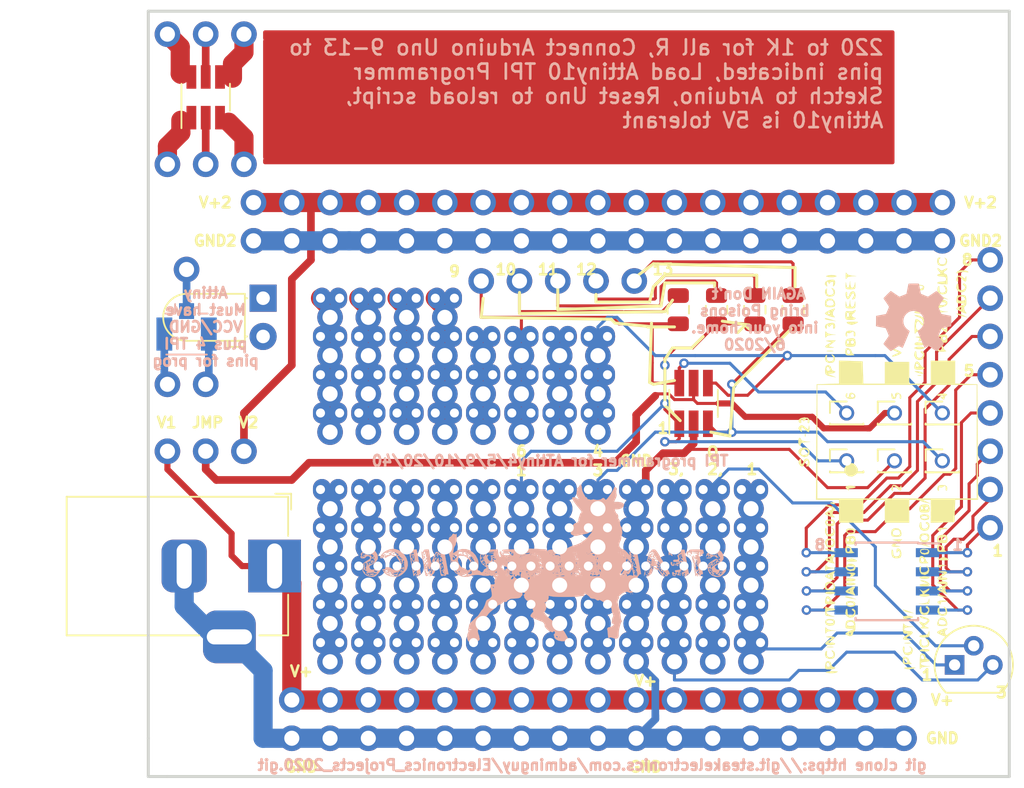
<source format=kicad_pcb>
(kicad_pcb (version 20171130) (host pcbnew 5.0.2+dfsg1-1~bpo9+1)

  (general
    (thickness 1.6002)
    (drawings 88)
    (tracks 482)
    (zones 0)
    (modules 230)
    (nets 1)
  )

  (page User 150.012 200)
  (title_block
    (title High-density-proto-board)
    (date "12 Jun 2014")
    (rev 0.10.a)
    (company "2014 - blog.spitzenpfeil.org")
  )

  (layers
    (0 Front signal)
    (31 Back signal)
    (36 B.SilkS user)
    (37 F.SilkS user)
    (38 B.Mask user)
    (39 F.Mask user hide)
    (44 Edge.Cuts user)
  )

  (setup
    (last_trace_width 0.4064)
    (user_trace_width 0.2032)
    (user_trace_width 0.3048)
    (user_trace_width 0.4064)
    (user_trace_width 0.508)
    (user_trace_width 0.762)
    (user_trace_width 1.016)
    (user_trace_width 1.27)
    (trace_clearance 0.2032)
    (zone_clearance 0.25)
    (zone_45_only no)
    (trace_min 0.2032)
    (segment_width 0.2)
    (edge_width 0.2)
    (via_size 0.635)
    (via_drill 0.3302)
    (via_min_size 0.635)
    (via_min_drill 0.3302)
    (uvia_size 0.508)
    (uvia_drill 0.127)
    (uvias_allowed no)
    (uvia_min_size 0.508)
    (uvia_min_drill 0.127)
    (pcb_text_width 0.2)
    (pcb_text_size 1 1)
    (mod_edge_width 0.2)
    (mod_text_size 1 1)
    (mod_text_width 0.2)
    (pad_size 1.76 0.65)
    (pad_drill 0)
    (pad_to_mask_clearance 0)
    (solder_mask_min_width 0.25)
    (aux_axis_origin 0 0)
    (visible_elements 7FFFFF7F)
    (pcbplotparams
      (layerselection 0x010f0_ffffffff)
      (usegerberextensions true)
      (usegerberattributes false)
      (usegerberadvancedattributes false)
      (creategerberjobfile false)
      (excludeedgelayer true)
      (linewidth 0.150000)
      (plotframeref false)
      (viasonmask false)
      (mode 1)
      (useauxorigin false)
      (hpglpennumber 1)
      (hpglpenspeed 20)
      (hpglpendiameter 15.000000)
      (psnegative false)
      (psa4output false)
      (plotreference true)
      (plotvalue true)
      (plotinvisibletext false)
      (padsonsilk false)
      (subtractmaskfromsilk true)
      (outputformat 1)
      (mirror false)
      (drillshape 0)
      (scaleselection 1)
      (outputdirectory "gerbers_rev5/"))
  )

  (net 0 "")

  (net_class Default "This is the default net class."
    (clearance 0.2032)
    (trace_width 0.4064)
    (via_dia 0.635)
    (via_drill 0.3302)
    (uvia_dia 0.508)
    (uvia_drill 0.127)
  )

  (module MountingHole:MountingHole_4.3mm_M4 (layer Front) (tedit 5E6DC4FF) (tstamp 5EFC05EB)
    (at 34.29 101.6)
    (descr "Mounting Hole 4.3mm, no annular, M4")
    (tags "mounting hole 4.3mm no annular m4")
    (attr virtual)
    (fp_text reference REF** (at 0 -5.3) (layer F.SilkS) hide
      (effects (font (size 1 1) (thickness 0.15)))
    )
    (fp_text value MountingHole_4.3mm_M4 (at 0 5.3) (layer F.Fab)
      (effects (font (size 1 1) (thickness 0.15)))
    )
    (fp_text user %R (at 0.3 0) (layer F.Fab)
      (effects (font (size 1 1) (thickness 0.15)))
    )
    (fp_circle (center 0 0) (end 4.3 0) (layer Cmts.User) (width 0.15))
    (fp_circle (center 0 0) (end 4.55 0) (layer F.CrtYd) (width 0.05))
    (pad 1 np_thru_hole circle (at 0 0) (size 4.3 4.3) (drill 4.3) (layers *.Cu *.Mask))
  )

  (module Package_SO:SOIC-8_3.9x4.9mm_P1.27mm (layer Back) (tedit 5EFB9DDA) (tstamp 5EFBBF34)
    (at 79.502 92.456 180)
    (descr "8-Lead Plastic Small Outline (SN) - Narrow, 3.90 mm Body [SOIC] (see Microchip Packaging Specification http://ww1.microchip.com/downloads/en/PackagingSpec/00000049BQ.pdf)")
    (tags "SOIC 1.27")
    (attr smd)
    (fp_text reference SOIC1 (at 0 3.5 180) (layer B.SilkS) hide
      (effects (font (size 1 1) (thickness 0.15)) (justify mirror))
    )
    (fp_text value SOIC-8_3.9x4.9mm_P1.27mm (at 0 -3.5 180) (layer B.Fab)
      (effects (font (size 1 1) (thickness 0.15)) (justify mirror))
    )
    (fp_line (start -2.075 2.525) (end -3.475 2.525) (layer B.SilkS) (width 0.15))
    (fp_line (start -2.075 -2.575) (end 2.075 -2.575) (layer B.SilkS) (width 0.15))
    (fp_line (start -2.075 2.575) (end 2.075 2.575) (layer B.SilkS) (width 0.15))
    (fp_line (start -2.075 -2.575) (end -2.075 -2.43) (layer B.SilkS) (width 0.15))
    (fp_line (start 2.075 -2.575) (end 2.075 -2.43) (layer B.SilkS) (width 0.15))
    (fp_line (start 2.075 2.575) (end 2.075 2.43) (layer B.SilkS) (width 0.15))
    (fp_line (start -2.075 2.575) (end -2.075 2.525) (layer B.SilkS) (width 0.15))
    (fp_line (start -3.73 -2.7) (end 3.73 -2.7) (layer B.CrtYd) (width 0.05))
    (fp_line (start -3.73 2.7) (end 3.73 2.7) (layer B.CrtYd) (width 0.05))
    (fp_line (start 3.73 2.7) (end 3.73 -2.7) (layer B.CrtYd) (width 0.05))
    (fp_line (start -3.73 2.7) (end -3.73 -2.7) (layer B.CrtYd) (width 0.05))
    (fp_line (start -1.95 1.45) (end -0.95 2.45) (layer B.Fab) (width 0.1))
    (fp_line (start -1.95 -2.45) (end -1.95 1.45) (layer B.Fab) (width 0.1))
    (fp_line (start 1.95 -2.45) (end -1.95 -2.45) (layer B.Fab) (width 0.1))
    (fp_line (start 1.95 2.45) (end 1.95 -2.45) (layer B.Fab) (width 0.1))
    (fp_line (start -0.95 2.45) (end 1.95 2.45) (layer B.Fab) (width 0.1))
    (fp_text user %R (at 0 0 180) (layer B.Fab)
      (effects (font (size 1 1) (thickness 0.15)) (justify mirror))
    )
    (pad 8 smd rect (at 2.7 1.905 180) (size 1.55 0.6) (layers Back B.Paste B.Mask))
    (pad 7 smd rect (at 2.7 0.635 180) (size 1.55 0.6) (layers Back B.Paste B.Mask))
    (pad 6 smd rect (at 2.7 -0.635 180) (size 1.55 0.6) (layers Back B.Paste B.Mask))
    (pad 5 smd rect (at 2.7 -1.905 180) (size 1.55 0.6) (layers Back B.Paste B.Mask))
    (pad 4 smd rect (at -2.7 -1.905 180) (size 1.55 0.6) (layers Back B.Paste B.Mask))
    (pad 3 smd rect (at -2.7 -0.635 180) (size 1.55 0.6) (layers Back B.Paste B.Mask))
    (pad 2 smd rect (at -2.7 0.635 180) (size 1.55 0.6) (layers Back B.Paste B.Mask))
    (pad 1 smd rect (at -2.7 1.905 180) (size 1.55 0.6) (layers Back B.Paste B.Mask))
    (model ${KISYS3DMOD}/Package_SO.3dshapes/SOIC-8_3.9x4.9mm_P1.27mm.wrl
      (at (xyz 0 0 0))
      (scale (xyz 1 1 1))
      (rotate (xyz 0 0 0))
    )
  )

  (module footprints:PinHeader_1x01_EDIT (layer Back) (tedit 5E6DA448) (tstamp 5EFBC378)
    (at 86.36 71.12 90)
    (descr "Through hole straight pin header, 1x01, 2.54mm pitch, single row")
    (tags "Through hole pin header THT 1x01 2.54mm single row")
    (fp_text reference REF** (at 0 2.33 90) (layer B.SilkS) hide
      (effects (font (size 1 1) (thickness 0.15)) (justify mirror))
    )
    (fp_text value PinHeader_1x01_P2.54mm_Vertical (at 0 -2.33 90) (layer B.Fab)
      (effects (font (size 1 1) (thickness 0.15)) (justify mirror))
    )
    (fp_line (start -0.635 1.27) (end 1.27 1.27) (layer B.Fab) (width 0.1))
    (fp_line (start 1.27 1.27) (end 1.27 -1.27) (layer B.Fab) (width 0.1))
    (fp_line (start -1.27 -1.27) (end -1.27 0.635) (layer B.Fab) (width 0.1))
    (fp_line (start -1.27 0.635) (end -0.635 1.27) (layer B.Fab) (width 0.1))
    (fp_line (start -1.8 1.8) (end -1.8 -1.8) (layer B.CrtYd) (width 0.05))
    (fp_line (start -1.8 -1.8) (end 1.8 -1.8) (layer B.CrtYd) (width 0.05))
    (fp_line (start 1.8 -1.8) (end 1.8 1.8) (layer B.CrtYd) (width 0.05))
    (fp_line (start 1.8 1.8) (end -1.8 1.8) (layer B.CrtYd) (width 0.05))
    (fp_text user %R (at 0 0) (layer B.Fab)
      (effects (font (size 1 1) (thickness 0.15)) (justify mirror))
    )
    (pad 1 thru_hole oval (at 0 0 90) (size 1.7 1.7) (drill 1) (layers *.Cu *.Mask))
    (model ${KISYS3DMOD}/Connector_PinHeader_2.54mm.3dshapes/PinHeader_1x01_P2.54mm_Vertical.wrl
      (at (xyz 0 0 0))
      (scale (xyz 1 1 1))
      (rotate (xyz 0 0 0))
    )
  )

  (module footprints:PinHeader_1x01_EDIT (layer Back) (tedit 5E6DA448) (tstamp 5EFBC36B)
    (at 86.36 73.66 90)
    (descr "Through hole straight pin header, 1x01, 2.54mm pitch, single row")
    (tags "Through hole pin header THT 1x01 2.54mm single row")
    (fp_text reference REF** (at 0 2.33 90) (layer B.SilkS) hide
      (effects (font (size 1 1) (thickness 0.15)) (justify mirror))
    )
    (fp_text value PinHeader_1x01_P2.54mm_Vertical (at 0 -2.33 90) (layer B.Fab)
      (effects (font (size 1 1) (thickness 0.15)) (justify mirror))
    )
    (fp_text user %R (at 0 0) (layer B.Fab)
      (effects (font (size 1 1) (thickness 0.15)) (justify mirror))
    )
    (fp_line (start 1.8 1.8) (end -1.8 1.8) (layer B.CrtYd) (width 0.05))
    (fp_line (start 1.8 -1.8) (end 1.8 1.8) (layer B.CrtYd) (width 0.05))
    (fp_line (start -1.8 -1.8) (end 1.8 -1.8) (layer B.CrtYd) (width 0.05))
    (fp_line (start -1.8 1.8) (end -1.8 -1.8) (layer B.CrtYd) (width 0.05))
    (fp_line (start -1.27 0.635) (end -0.635 1.27) (layer B.Fab) (width 0.1))
    (fp_line (start -1.27 -1.27) (end -1.27 0.635) (layer B.Fab) (width 0.1))
    (fp_line (start 1.27 1.27) (end 1.27 -1.27) (layer B.Fab) (width 0.1))
    (fp_line (start -0.635 1.27) (end 1.27 1.27) (layer B.Fab) (width 0.1))
    (pad 1 thru_hole oval (at 0 0 90) (size 1.7 1.7) (drill 1) (layers *.Cu *.Mask))
    (model ${KISYS3DMOD}/Connector_PinHeader_2.54mm.3dshapes/PinHeader_1x01_P2.54mm_Vertical.wrl
      (at (xyz 0 0 0))
      (scale (xyz 1 1 1))
      (rotate (xyz 0 0 0))
    )
  )

  (module footprints:PinHeader_1x01_EDIT (layer Back) (tedit 5E6DA448) (tstamp 5EFBC30E)
    (at 86.36 76.2 90)
    (descr "Through hole straight pin header, 1x01, 2.54mm pitch, single row")
    (tags "Through hole pin header THT 1x01 2.54mm single row")
    (fp_text reference REF** (at 0 2.33 90) (layer B.SilkS) hide
      (effects (font (size 1 1) (thickness 0.15)) (justify mirror))
    )
    (fp_text value PinHeader_1x01_P2.54mm_Vertical (at 0 -2.33 90) (layer B.Fab)
      (effects (font (size 1 1) (thickness 0.15)) (justify mirror))
    )
    (fp_text user %R (at 0 0) (layer B.Fab)
      (effects (font (size 1 1) (thickness 0.15)) (justify mirror))
    )
    (fp_line (start 1.8 1.8) (end -1.8 1.8) (layer B.CrtYd) (width 0.05))
    (fp_line (start 1.8 -1.8) (end 1.8 1.8) (layer B.CrtYd) (width 0.05))
    (fp_line (start -1.8 -1.8) (end 1.8 -1.8) (layer B.CrtYd) (width 0.05))
    (fp_line (start -1.8 1.8) (end -1.8 -1.8) (layer B.CrtYd) (width 0.05))
    (fp_line (start -1.27 0.635) (end -0.635 1.27) (layer B.Fab) (width 0.1))
    (fp_line (start -1.27 -1.27) (end -1.27 0.635) (layer B.Fab) (width 0.1))
    (fp_line (start 1.27 1.27) (end 1.27 -1.27) (layer B.Fab) (width 0.1))
    (fp_line (start -0.635 1.27) (end 1.27 1.27) (layer B.Fab) (width 0.1))
    (pad 1 thru_hole oval (at 0 0 90) (size 1.7 1.7) (drill 1) (layers *.Cu *.Mask))
    (model ${KISYS3DMOD}/Connector_PinHeader_2.54mm.3dshapes/PinHeader_1x01_P2.54mm_Vertical.wrl
      (at (xyz 0 0 0))
      (scale (xyz 1 1 1))
      (rotate (xyz 0 0 0))
    )
  )

  (module footprints:PinHeader_1x01_EDIT (layer Back) (tedit 5E6DA448) (tstamp 5EFBC301)
    (at 86.36 78.74 90)
    (descr "Through hole straight pin header, 1x01, 2.54mm pitch, single row")
    (tags "Through hole pin header THT 1x01 2.54mm single row")
    (fp_text reference REF** (at 0 2.33 90) (layer B.SilkS) hide
      (effects (font (size 1 1) (thickness 0.15)) (justify mirror))
    )
    (fp_text value PinHeader_1x01_P2.54mm_Vertical (at 0 -2.33 90) (layer B.Fab)
      (effects (font (size 1 1) (thickness 0.15)) (justify mirror))
    )
    (fp_line (start -0.635 1.27) (end 1.27 1.27) (layer B.Fab) (width 0.1))
    (fp_line (start 1.27 1.27) (end 1.27 -1.27) (layer B.Fab) (width 0.1))
    (fp_line (start -1.27 -1.27) (end -1.27 0.635) (layer B.Fab) (width 0.1))
    (fp_line (start -1.27 0.635) (end -0.635 1.27) (layer B.Fab) (width 0.1))
    (fp_line (start -1.8 1.8) (end -1.8 -1.8) (layer B.CrtYd) (width 0.05))
    (fp_line (start -1.8 -1.8) (end 1.8 -1.8) (layer B.CrtYd) (width 0.05))
    (fp_line (start 1.8 -1.8) (end 1.8 1.8) (layer B.CrtYd) (width 0.05))
    (fp_line (start 1.8 1.8) (end -1.8 1.8) (layer B.CrtYd) (width 0.05))
    (fp_text user %R (at 0 0) (layer B.Fab)
      (effects (font (size 1 1) (thickness 0.15)) (justify mirror))
    )
    (pad 1 thru_hole oval (at 0 0 90) (size 1.7 1.7) (drill 1) (layers *.Cu *.Mask))
    (model ${KISYS3DMOD}/Connector_PinHeader_2.54mm.3dshapes/PinHeader_1x01_P2.54mm_Vertical.wrl
      (at (xyz 0 0 0))
      (scale (xyz 1 1 1))
      (rotate (xyz 0 0 0))
    )
  )

  (module footprints:PinHeader_1x01_EDIT (layer Back) (tedit 5E6DA448) (tstamp 5EFBC2F4)
    (at 86.36 81.28 90)
    (descr "Through hole straight pin header, 1x01, 2.54mm pitch, single row")
    (tags "Through hole pin header THT 1x01 2.54mm single row")
    (fp_text reference REF** (at 0 2.33 90) (layer B.SilkS) hide
      (effects (font (size 1 1) (thickness 0.15)) (justify mirror))
    )
    (fp_text value PinHeader_1x01_P2.54mm_Vertical (at 0 -2.33 90) (layer B.Fab)
      (effects (font (size 1 1) (thickness 0.15)) (justify mirror))
    )
    (fp_text user %R (at 0 0) (layer B.Fab)
      (effects (font (size 1 1) (thickness 0.15)) (justify mirror))
    )
    (fp_line (start 1.8 1.8) (end -1.8 1.8) (layer B.CrtYd) (width 0.05))
    (fp_line (start 1.8 -1.8) (end 1.8 1.8) (layer B.CrtYd) (width 0.05))
    (fp_line (start -1.8 -1.8) (end 1.8 -1.8) (layer B.CrtYd) (width 0.05))
    (fp_line (start -1.8 1.8) (end -1.8 -1.8) (layer B.CrtYd) (width 0.05))
    (fp_line (start -1.27 0.635) (end -0.635 1.27) (layer B.Fab) (width 0.1))
    (fp_line (start -1.27 -1.27) (end -1.27 0.635) (layer B.Fab) (width 0.1))
    (fp_line (start 1.27 1.27) (end 1.27 -1.27) (layer B.Fab) (width 0.1))
    (fp_line (start -0.635 1.27) (end 1.27 1.27) (layer B.Fab) (width 0.1))
    (pad 1 thru_hole oval (at 0 0 90) (size 1.7 1.7) (drill 1) (layers *.Cu *.Mask))
    (model ${KISYS3DMOD}/Connector_PinHeader_2.54mm.3dshapes/PinHeader_1x01_P2.54mm_Vertical.wrl
      (at (xyz 0 0 0))
      (scale (xyz 1 1 1))
      (rotate (xyz 0 0 0))
    )
  )

  (module footprints:PinHeader_1x01_EDIT (layer Back) (tedit 5E6DA448) (tstamp 5EFBC299)
    (at 86.36 88.9 90)
    (descr "Through hole straight pin header, 1x01, 2.54mm pitch, single row")
    (tags "Through hole pin header THT 1x01 2.54mm single row")
    (fp_text reference REF** (at 0 2.33 90) (layer B.SilkS) hide
      (effects (font (size 1 1) (thickness 0.15)) (justify mirror))
    )
    (fp_text value PinHeader_1x01_P2.54mm_Vertical (at 0 -2.33 90) (layer B.Fab)
      (effects (font (size 1 1) (thickness 0.15)) (justify mirror))
    )
    (fp_line (start -0.635 1.27) (end 1.27 1.27) (layer B.Fab) (width 0.1))
    (fp_line (start 1.27 1.27) (end 1.27 -1.27) (layer B.Fab) (width 0.1))
    (fp_line (start -1.27 -1.27) (end -1.27 0.635) (layer B.Fab) (width 0.1))
    (fp_line (start -1.27 0.635) (end -0.635 1.27) (layer B.Fab) (width 0.1))
    (fp_line (start -1.8 1.8) (end -1.8 -1.8) (layer B.CrtYd) (width 0.05))
    (fp_line (start -1.8 -1.8) (end 1.8 -1.8) (layer B.CrtYd) (width 0.05))
    (fp_line (start 1.8 -1.8) (end 1.8 1.8) (layer B.CrtYd) (width 0.05))
    (fp_line (start 1.8 1.8) (end -1.8 1.8) (layer B.CrtYd) (width 0.05))
    (fp_text user %R (at 0 0) (layer B.Fab)
      (effects (font (size 1 1) (thickness 0.15)) (justify mirror))
    )
    (pad 1 thru_hole oval (at 0 0 90) (size 1.7 1.7) (drill 1) (layers *.Cu *.Mask))
    (model ${KISYS3DMOD}/Connector_PinHeader_2.54mm.3dshapes/PinHeader_1x01_P2.54mm_Vertical.wrl
      (at (xyz 0 0 0))
      (scale (xyz 1 1 1))
      (rotate (xyz 0 0 0))
    )
  )

  (module footprints:PinHeader_1x01_EDIT (layer Back) (tedit 5E6DA448) (tstamp 5EFBC28C)
    (at 86.36 83.82 90)
    (descr "Through hole straight pin header, 1x01, 2.54mm pitch, single row")
    (tags "Through hole pin header THT 1x01 2.54mm single row")
    (fp_text reference REF** (at 0 2.33 90) (layer B.SilkS) hide
      (effects (font (size 1 1) (thickness 0.15)) (justify mirror))
    )
    (fp_text value PinHeader_1x01_P2.54mm_Vertical (at 0 -2.33 90) (layer B.Fab)
      (effects (font (size 1 1) (thickness 0.15)) (justify mirror))
    )
    (fp_line (start -0.635 1.27) (end 1.27 1.27) (layer B.Fab) (width 0.1))
    (fp_line (start 1.27 1.27) (end 1.27 -1.27) (layer B.Fab) (width 0.1))
    (fp_line (start -1.27 -1.27) (end -1.27 0.635) (layer B.Fab) (width 0.1))
    (fp_line (start -1.27 0.635) (end -0.635 1.27) (layer B.Fab) (width 0.1))
    (fp_line (start -1.8 1.8) (end -1.8 -1.8) (layer B.CrtYd) (width 0.05))
    (fp_line (start -1.8 -1.8) (end 1.8 -1.8) (layer B.CrtYd) (width 0.05))
    (fp_line (start 1.8 -1.8) (end 1.8 1.8) (layer B.CrtYd) (width 0.05))
    (fp_line (start 1.8 1.8) (end -1.8 1.8) (layer B.CrtYd) (width 0.05))
    (fp_text user %R (at 0 0) (layer B.Fab)
      (effects (font (size 1 1) (thickness 0.15)) (justify mirror))
    )
    (pad 1 thru_hole oval (at 0 0 90) (size 1.7 1.7) (drill 1) (layers *.Cu *.Mask))
    (model ${KISYS3DMOD}/Connector_PinHeader_2.54mm.3dshapes/PinHeader_1x01_P2.54mm_Vertical.wrl
      (at (xyz 0 0 0))
      (scale (xyz 1 1 1))
      (rotate (xyz 0 0 0))
    )
  )

  (module footprints:PinHeader_1x01_EDIT (layer Back) (tedit 5E6DA448) (tstamp 5EFBC27F)
    (at 86.36 86.36 90)
    (descr "Through hole straight pin header, 1x01, 2.54mm pitch, single row")
    (tags "Through hole pin header THT 1x01 2.54mm single row")
    (fp_text reference REF** (at 0 2.33 90) (layer B.SilkS) hide
      (effects (font (size 1 1) (thickness 0.15)) (justify mirror))
    )
    (fp_text value PinHeader_1x01_P2.54mm_Vertical (at 0 -2.33 90) (layer B.Fab)
      (effects (font (size 1 1) (thickness 0.15)) (justify mirror))
    )
    (fp_text user %R (at 0 0) (layer B.Fab)
      (effects (font (size 1 1) (thickness 0.15)) (justify mirror))
    )
    (fp_line (start 1.8 1.8) (end -1.8 1.8) (layer B.CrtYd) (width 0.05))
    (fp_line (start 1.8 -1.8) (end 1.8 1.8) (layer B.CrtYd) (width 0.05))
    (fp_line (start -1.8 -1.8) (end 1.8 -1.8) (layer B.CrtYd) (width 0.05))
    (fp_line (start -1.8 1.8) (end -1.8 -1.8) (layer B.CrtYd) (width 0.05))
    (fp_line (start -1.27 0.635) (end -0.635 1.27) (layer B.Fab) (width 0.1))
    (fp_line (start -1.27 -1.27) (end -1.27 0.635) (layer B.Fab) (width 0.1))
    (fp_line (start 1.27 1.27) (end 1.27 -1.27) (layer B.Fab) (width 0.1))
    (fp_line (start -0.635 1.27) (end 1.27 1.27) (layer B.Fab) (width 0.1))
    (pad 1 thru_hole oval (at 0 0 90) (size 1.7 1.7) (drill 1) (layers *.Cu *.Mask))
    (model ${KISYS3DMOD}/Connector_PinHeader_2.54mm.3dshapes/PinHeader_1x01_P2.54mm_Vertical.wrl
      (at (xyz 0 0 0))
      (scale (xyz 1 1 1))
      (rotate (xyz 0 0 0))
    )
  )

  (module my_parts:MADW__SIL-8-1.27mm (layer Front) (tedit 539892D9) (tstamp 5E6FB89F)
    (at 66.675 93.98)
    (fp_text reference P? (at 0 -2.286) (layer F.SilkS) hide
      (effects (font (size 1 1) (thickness 0.2)))
    )
    (fp_text value VAL** (at 0 2.286) (layer F.SilkS) hide
      (effects (font (size 1 1) (thickness 0.2)))
    )
    (pad 8 thru_hole oval (at 4.445 0) (size 1.2 1.4) (drill 0.6 (offset -0.1 0)) (layers *.Cu *.Mask))
    (pad 7 thru_hole oval (at 3.175 0) (size 1.2 1.4) (drill 0.6 (offset 0.1 0)) (layers *.Cu *.Mask))
    (pad 6 thru_hole oval (at 1.905 0) (size 1.2 1.4) (drill 0.6 (offset -0.1 0)) (layers *.Cu *.Mask))
    (pad 5 thru_hole oval (at 0.635 0) (size 1.2 1.4) (drill 0.6 (offset 0.1 0)) (layers *.Cu *.Mask))
    (pad 4 thru_hole oval (at -0.635 0) (size 1.2 1.4) (drill 0.6 (offset -0.1 0)) (layers *.Cu *.Mask))
    (pad 3 thru_hole oval (at -1.905 0) (size 1.2 1.4) (drill 0.6 (offset 0.1 0)) (layers *.Cu *.Mask))
    (pad 2 thru_hole oval (at -3.175 0) (size 1.2 1.4) (drill 0.6 (offset -0.1 0)) (layers *.Cu *.Mask))
    (pad 1 thru_hole oval (at -4.445 0) (size 1.2 1.4) (drill 0.6 (offset 0.1 0)) (layers *.Cu *.Mask))
  )

  (module footprints:PinHeader_1x01_EDIT (layer Back) (tedit 5E6DA448) (tstamp 5EFB9D8D)
    (at 31.75 64.77)
    (descr "Through hole straight pin header, 1x01, 2.54mm pitch, single row")
    (tags "Through hole pin header THT 1x01 2.54mm single row")
    (fp_text reference REF** (at 0 2.33) (layer B.SilkS) hide
      (effects (font (size 1 1) (thickness 0.15)) (justify mirror))
    )
    (fp_text value PinHeader_1x01_P2.54mm_Vertical (at 0 -2.33) (layer B.Fab)
      (effects (font (size 1 1) (thickness 0.15)) (justify mirror))
    )
    (fp_line (start -0.635 1.27) (end 1.27 1.27) (layer B.Fab) (width 0.1))
    (fp_line (start 1.27 1.27) (end 1.27 -1.27) (layer B.Fab) (width 0.1))
    (fp_line (start -1.27 -1.27) (end -1.27 0.635) (layer B.Fab) (width 0.1))
    (fp_line (start -1.27 0.635) (end -0.635 1.27) (layer B.Fab) (width 0.1))
    (fp_line (start -1.8 1.8) (end -1.8 -1.8) (layer B.CrtYd) (width 0.05))
    (fp_line (start -1.8 -1.8) (end 1.8 -1.8) (layer B.CrtYd) (width 0.05))
    (fp_line (start 1.8 -1.8) (end 1.8 1.8) (layer B.CrtYd) (width 0.05))
    (fp_line (start 1.8 1.8) (end -1.8 1.8) (layer B.CrtYd) (width 0.05))
    (fp_text user %R (at 0 0 -90) (layer B.Fab)
      (effects (font (size 1 1) (thickness 0.15)) (justify mirror))
    )
    (pad 1 thru_hole oval (at 0 0) (size 1.7 1.7) (drill 1) (layers *.Cu *.Mask))
    (model ${KISYS3DMOD}/Connector_PinHeader_2.54mm.3dshapes/PinHeader_1x01_P2.54mm_Vertical.wrl
      (at (xyz 0 0 0))
      (scale (xyz 1 1 1))
      (rotate (xyz 0 0 0))
    )
  )

  (module footprints:PinHeader_1x01_EDIT (layer Back) (tedit 5E6DA448) (tstamp 5EFB9D80)
    (at 36.83 64.77)
    (descr "Through hole straight pin header, 1x01, 2.54mm pitch, single row")
    (tags "Through hole pin header THT 1x01 2.54mm single row")
    (fp_text reference REF** (at 0 2.33) (layer B.SilkS) hide
      (effects (font (size 1 1) (thickness 0.15)) (justify mirror))
    )
    (fp_text value PinHeader_1x01_P2.54mm_Vertical (at 0 -2.33) (layer B.Fab)
      (effects (font (size 1 1) (thickness 0.15)) (justify mirror))
    )
    (fp_line (start -0.635 1.27) (end 1.27 1.27) (layer B.Fab) (width 0.1))
    (fp_line (start 1.27 1.27) (end 1.27 -1.27) (layer B.Fab) (width 0.1))
    (fp_line (start -1.27 -1.27) (end -1.27 0.635) (layer B.Fab) (width 0.1))
    (fp_line (start -1.27 0.635) (end -0.635 1.27) (layer B.Fab) (width 0.1))
    (fp_line (start -1.8 1.8) (end -1.8 -1.8) (layer B.CrtYd) (width 0.05))
    (fp_line (start -1.8 -1.8) (end 1.8 -1.8) (layer B.CrtYd) (width 0.05))
    (fp_line (start 1.8 -1.8) (end 1.8 1.8) (layer B.CrtYd) (width 0.05))
    (fp_line (start 1.8 1.8) (end -1.8 1.8) (layer B.CrtYd) (width 0.05))
    (fp_text user %R (at 0 0 -90) (layer B.Fab)
      (effects (font (size 1 1) (thickness 0.15)) (justify mirror))
    )
    (pad 1 thru_hole oval (at 0 0) (size 1.7 1.7) (drill 1) (layers *.Cu *.Mask))
    (model ${KISYS3DMOD}/Connector_PinHeader_2.54mm.3dshapes/PinHeader_1x01_P2.54mm_Vertical.wrl
      (at (xyz 0 0 0))
      (scale (xyz 1 1 1))
      (rotate (xyz 0 0 0))
    )
  )

  (module footprints:PinHeader_1x01_EDIT (layer Back) (tedit 5E6DA448) (tstamp 5EFB9D73)
    (at 34.29 64.77)
    (descr "Through hole straight pin header, 1x01, 2.54mm pitch, single row")
    (tags "Through hole pin header THT 1x01 2.54mm single row")
    (fp_text reference REF** (at 0 2.33) (layer B.SilkS) hide
      (effects (font (size 1 1) (thickness 0.15)) (justify mirror))
    )
    (fp_text value PinHeader_1x01_P2.54mm_Vertical (at 0 -2.33) (layer B.Fab)
      (effects (font (size 1 1) (thickness 0.15)) (justify mirror))
    )
    (fp_text user %R (at 0 0 -90) (layer B.Fab)
      (effects (font (size 1 1) (thickness 0.15)) (justify mirror))
    )
    (fp_line (start 1.8 1.8) (end -1.8 1.8) (layer B.CrtYd) (width 0.05))
    (fp_line (start 1.8 -1.8) (end 1.8 1.8) (layer B.CrtYd) (width 0.05))
    (fp_line (start -1.8 -1.8) (end 1.8 -1.8) (layer B.CrtYd) (width 0.05))
    (fp_line (start -1.8 1.8) (end -1.8 -1.8) (layer B.CrtYd) (width 0.05))
    (fp_line (start -1.27 0.635) (end -0.635 1.27) (layer B.Fab) (width 0.1))
    (fp_line (start -1.27 -1.27) (end -1.27 0.635) (layer B.Fab) (width 0.1))
    (fp_line (start 1.27 1.27) (end 1.27 -1.27) (layer B.Fab) (width 0.1))
    (fp_line (start -0.635 1.27) (end 1.27 1.27) (layer B.Fab) (width 0.1))
    (pad 1 thru_hole oval (at 0 0) (size 1.7 1.7) (drill 1) (layers *.Cu *.Mask))
    (model ${KISYS3DMOD}/Connector_PinHeader_2.54mm.3dshapes/PinHeader_1x01_P2.54mm_Vertical.wrl
      (at (xyz 0 0 0))
      (scale (xyz 1 1 1))
      (rotate (xyz 0 0 0))
    )
  )

  (module footprints:PinHeader_1x01_EDIT (layer Back) (tedit 5E6DA448) (tstamp 5EFB9CF7)
    (at 31.75 56.134)
    (descr "Through hole straight pin header, 1x01, 2.54mm pitch, single row")
    (tags "Through hole pin header THT 1x01 2.54mm single row")
    (fp_text reference REF** (at 0 2.33) (layer B.SilkS) hide
      (effects (font (size 1 1) (thickness 0.15)) (justify mirror))
    )
    (fp_text value PinHeader_1x01_P2.54mm_Vertical (at 0 -2.33) (layer B.Fab)
      (effects (font (size 1 1) (thickness 0.15)) (justify mirror))
    )
    (fp_text user %R (at 0 0 -90) (layer B.Fab)
      (effects (font (size 1 1) (thickness 0.15)) (justify mirror))
    )
    (fp_line (start 1.8 1.8) (end -1.8 1.8) (layer B.CrtYd) (width 0.05))
    (fp_line (start 1.8 -1.8) (end 1.8 1.8) (layer B.CrtYd) (width 0.05))
    (fp_line (start -1.8 -1.8) (end 1.8 -1.8) (layer B.CrtYd) (width 0.05))
    (fp_line (start -1.8 1.8) (end -1.8 -1.8) (layer B.CrtYd) (width 0.05))
    (fp_line (start -1.27 0.635) (end -0.635 1.27) (layer B.Fab) (width 0.1))
    (fp_line (start -1.27 -1.27) (end -1.27 0.635) (layer B.Fab) (width 0.1))
    (fp_line (start 1.27 1.27) (end 1.27 -1.27) (layer B.Fab) (width 0.1))
    (fp_line (start -0.635 1.27) (end 1.27 1.27) (layer B.Fab) (width 0.1))
    (pad 1 thru_hole oval (at 0 0) (size 1.7 1.7) (drill 1) (layers *.Cu *.Mask))
    (model ${KISYS3DMOD}/Connector_PinHeader_2.54mm.3dshapes/PinHeader_1x01_P2.54mm_Vertical.wrl
      (at (xyz 0 0 0))
      (scale (xyz 1 1 1))
      (rotate (xyz 0 0 0))
    )
  )

  (module footprints:PinHeader_1x01_EDIT (layer Back) (tedit 5E6DA448) (tstamp 5EFB9CDD)
    (at 34.29 56.134)
    (descr "Through hole straight pin header, 1x01, 2.54mm pitch, single row")
    (tags "Through hole pin header THT 1x01 2.54mm single row")
    (fp_text reference REF** (at 0 2.33) (layer B.SilkS) hide
      (effects (font (size 1 1) (thickness 0.15)) (justify mirror))
    )
    (fp_text value PinHeader_1x01_P2.54mm_Vertical (at 0 -2.33) (layer B.Fab)
      (effects (font (size 1 1) (thickness 0.15)) (justify mirror))
    )
    (fp_line (start -0.635 1.27) (end 1.27 1.27) (layer B.Fab) (width 0.1))
    (fp_line (start 1.27 1.27) (end 1.27 -1.27) (layer B.Fab) (width 0.1))
    (fp_line (start -1.27 -1.27) (end -1.27 0.635) (layer B.Fab) (width 0.1))
    (fp_line (start -1.27 0.635) (end -0.635 1.27) (layer B.Fab) (width 0.1))
    (fp_line (start -1.8 1.8) (end -1.8 -1.8) (layer B.CrtYd) (width 0.05))
    (fp_line (start -1.8 -1.8) (end 1.8 -1.8) (layer B.CrtYd) (width 0.05))
    (fp_line (start 1.8 -1.8) (end 1.8 1.8) (layer B.CrtYd) (width 0.05))
    (fp_line (start 1.8 1.8) (end -1.8 1.8) (layer B.CrtYd) (width 0.05))
    (fp_text user %R (at 0 0 -90) (layer B.Fab)
      (effects (font (size 1 1) (thickness 0.15)) (justify mirror))
    )
    (pad 1 thru_hole oval (at 0 0) (size 1.7 1.7) (drill 1) (layers *.Cu *.Mask))
    (model ${KISYS3DMOD}/Connector_PinHeader_2.54mm.3dshapes/PinHeader_1x01_P2.54mm_Vertical.wrl
      (at (xyz 0 0 0))
      (scale (xyz 1 1 1))
      (rotate (xyz 0 0 0))
    )
  )

  (module footprints:PinHeader_1x01_EDIT (layer Back) (tedit 5E6DA448) (tstamp 5EFB9C1B)
    (at 36.83 56.134)
    (descr "Through hole straight pin header, 1x01, 2.54mm pitch, single row")
    (tags "Through hole pin header THT 1x01 2.54mm single row")
    (fp_text reference REF** (at 0 2.33) (layer B.SilkS) hide
      (effects (font (size 1 1) (thickness 0.15)) (justify mirror))
    )
    (fp_text value PinHeader_1x01_P2.54mm_Vertical (at 0 -2.33) (layer B.Fab)
      (effects (font (size 1 1) (thickness 0.15)) (justify mirror))
    )
    (fp_text user %R (at 0 0 -90) (layer B.Fab)
      (effects (font (size 1 1) (thickness 0.15)) (justify mirror))
    )
    (fp_line (start 1.8 1.8) (end -1.8 1.8) (layer B.CrtYd) (width 0.05))
    (fp_line (start 1.8 -1.8) (end 1.8 1.8) (layer B.CrtYd) (width 0.05))
    (fp_line (start -1.8 -1.8) (end 1.8 -1.8) (layer B.CrtYd) (width 0.05))
    (fp_line (start -1.8 1.8) (end -1.8 -1.8) (layer B.CrtYd) (width 0.05))
    (fp_line (start -1.27 0.635) (end -0.635 1.27) (layer B.Fab) (width 0.1))
    (fp_line (start -1.27 -1.27) (end -1.27 0.635) (layer B.Fab) (width 0.1))
    (fp_line (start 1.27 1.27) (end 1.27 -1.27) (layer B.Fab) (width 0.1))
    (fp_line (start -0.635 1.27) (end 1.27 1.27) (layer B.Fab) (width 0.1))
    (pad 1 thru_hole oval (at 0 0) (size 1.7 1.7) (drill 1) (layers *.Cu *.Mask))
    (model ${KISYS3DMOD}/Connector_PinHeader_2.54mm.3dshapes/PinHeader_1x01_P2.54mm_Vertical.wrl
      (at (xyz 0 0 0))
      (scale (xyz 1 1 1))
      (rotate (xyz 0 0 0))
    )
  )

  (module footprints:PinHeader_1x01_EDIT (layer Front) (tedit 5E954CC4) (tstamp 5E955D6E)
    (at 36.83 83.82)
    (descr "Through hole straight pin header, 1x01, 2.54mm pitch, single row")
    (tags "Through hole pin header THT 1x01 2.54mm single row")
    (fp_text reference REF** (at 0 -2.33) (layer F.SilkS) hide
      (effects (font (size 1 1) (thickness 0.15)))
    )
    (fp_text value PinHeader_1x01_P2.54mm_Vertical (at 0 2.33) (layer F.Fab)
      (effects (font (size 1 1) (thickness 0.15)))
    )
    (fp_text user %R (at 0 0 90) (layer F.Fab)
      (effects (font (size 1 1) (thickness 0.15)))
    )
    (fp_line (start 1.8 -1.8) (end -1.8 -1.8) (layer F.CrtYd) (width 0.05))
    (fp_line (start 1.8 1.8) (end 1.8 -1.8) (layer F.CrtYd) (width 0.05))
    (fp_line (start -1.8 1.8) (end 1.8 1.8) (layer F.CrtYd) (width 0.05))
    (fp_line (start -1.8 -1.8) (end -1.8 1.8) (layer F.CrtYd) (width 0.05))
    (fp_line (start -1.27 -0.635) (end -0.635 -1.27) (layer F.Fab) (width 0.1))
    (fp_line (start -1.27 1.27) (end -1.27 -0.635) (layer F.Fab) (width 0.1))
    (fp_line (start 1.27 -1.27) (end 1.27 1.27) (layer F.Fab) (width 0.1))
    (fp_line (start -0.635 -1.27) (end 1.27 -1.27) (layer F.Fab) (width 0.1))
    (pad 1 thru_hole oval (at 0 0) (size 1.7 1.7) (drill 1) (layers *.Cu *.Mask))
    (model ${KISYS3DMOD}/Connector_PinHeader_2.54mm.3dshapes/PinHeader_1x01_P2.54mm_Vertical.wrl
      (at (xyz 0 0 0))
      (scale (xyz 1 1 1))
      (rotate (xyz 0 0 0))
    )
  )

  (module footprints:PinHeader_1x01_EDIT (layer Front) (tedit 5E954CC4) (tstamp 5E955D54)
    (at 34.29 83.82)
    (descr "Through hole straight pin header, 1x01, 2.54mm pitch, single row")
    (tags "Through hole pin header THT 1x01 2.54mm single row")
    (fp_text reference REF** (at 0 -2.33) (layer F.SilkS) hide
      (effects (font (size 1 1) (thickness 0.15)))
    )
    (fp_text value PinHeader_1x01_P2.54mm_Vertical (at 0 2.33) (layer F.Fab)
      (effects (font (size 1 1) (thickness 0.15)))
    )
    (fp_line (start -0.635 -1.27) (end 1.27 -1.27) (layer F.Fab) (width 0.1))
    (fp_line (start 1.27 -1.27) (end 1.27 1.27) (layer F.Fab) (width 0.1))
    (fp_line (start -1.27 1.27) (end -1.27 -0.635) (layer F.Fab) (width 0.1))
    (fp_line (start -1.27 -0.635) (end -0.635 -1.27) (layer F.Fab) (width 0.1))
    (fp_line (start -1.8 -1.8) (end -1.8 1.8) (layer F.CrtYd) (width 0.05))
    (fp_line (start -1.8 1.8) (end 1.8 1.8) (layer F.CrtYd) (width 0.05))
    (fp_line (start 1.8 1.8) (end 1.8 -1.8) (layer F.CrtYd) (width 0.05))
    (fp_line (start 1.8 -1.8) (end -1.8 -1.8) (layer F.CrtYd) (width 0.05))
    (fp_text user %R (at 0 0 90) (layer F.Fab)
      (effects (font (size 1 1) (thickness 0.15)))
    )
    (pad 1 thru_hole oval (at 0 0) (size 1.7 1.7) (drill 1) (layers *.Cu *.Mask))
    (model ${KISYS3DMOD}/Connector_PinHeader_2.54mm.3dshapes/PinHeader_1x01_P2.54mm_Vertical.wrl
      (at (xyz 0 0 0))
      (scale (xyz 1 1 1))
      (rotate (xyz 0 0 0))
    )
  )

  (module Connector_PinHeader_1.27mm:PinHeader_1x01_P1.27mm_Vertical (layer Front) (tedit 5E804215) (tstamp 5E818D34)
    (at 76.835 84.455)
    (descr "Through hole straight pin header, 1x01, 1.27mm pitch, single row")
    (tags "Through hole pin header THT 1x01 1.27mm single row")
    (fp_text reference REF** (at 0 -1.695) (layer F.SilkS) hide
      (effects (font (size 1 1) (thickness 0.15)))
    )
    (fp_text value PinHeader_1x01_P1.27mm_Vertical (at 0 1.695) (layer F.Fab)
      (effects (font (size 1 1) (thickness 0.15)))
    )
    (fp_line (start -0.525 -0.635) (end 1.05 -0.635) (layer F.Fab) (width 0.1))
    (fp_line (start 1.05 -0.635) (end 1.05 0.635) (layer F.Fab) (width 0.1))
    (fp_line (start 1.05 0.635) (end -1.05 0.635) (layer F.Fab) (width 0.1))
    (fp_line (start -1.05 0.635) (end -1.05 -0.11) (layer F.Fab) (width 0.1))
    (fp_line (start -1.05 -0.11) (end -0.525 -0.635) (layer F.Fab) (width 0.1))
    (fp_line (start -1.11 0.76) (end 1.11 0.76) (layer F.SilkS) (width 0.12))
    (fp_line (start -1.11 0.76) (end -1.11 0.695) (layer F.SilkS) (width 0.12))
    (fp_line (start 1.11 0.76) (end 1.11 0.695) (layer F.SilkS) (width 0.12))
    (fp_line (start -1.11 0.76) (end -0.563471 0.76) (layer F.SilkS) (width 0.12))
    (fp_line (start 0.563471 0.76) (end 1.11 0.76) (layer F.SilkS) (width 0.12))
    (fp_line (start -1.11 0) (end -1.11 -0.76) (layer F.SilkS) (width 0.12))
    (fp_line (start -1.11 -0.76) (end 0 -0.76) (layer F.SilkS) (width 0.12))
    (fp_line (start -1.55 -1.15) (end -1.55 1.15) (layer F.CrtYd) (width 0.05))
    (fp_line (start -1.55 1.15) (end 1.55 1.15) (layer F.CrtYd) (width 0.05))
    (fp_line (start 1.55 1.15) (end 1.55 -1.15) (layer F.CrtYd) (width 0.05))
    (fp_line (start 1.55 -1.15) (end -1.55 -1.15) (layer F.CrtYd) (width 0.05))
    (fp_text user %R (at 0 0 90) (layer F.Fab)
      (effects (font (size 1 1) (thickness 0.15)))
    )
    (pad 1 thru_hole oval (at 0 0) (size 1 1) (drill 0.65) (layers *.Cu *.Mask))
    (model ${KISYS3DMOD}/Connector_PinHeader_1.27mm.3dshapes/PinHeader_1x01_P1.27mm_Vertical.wrl
      (at (xyz 0 0 0))
      (scale (xyz 1 1 1))
      (rotate (xyz 0 0 0))
    )
  )

  (module Connector_PinHeader_1.27mm:PinHeader_1x01_P1.27mm_Vertical (layer Front) (tedit 5E804215) (tstamp 5E818D0A)
    (at 80.01 84.455)
    (descr "Through hole straight pin header, 1x01, 1.27mm pitch, single row")
    (tags "Through hole pin header THT 1x01 1.27mm single row")
    (fp_text reference REF** (at 0 -1.695) (layer F.SilkS) hide
      (effects (font (size 1 1) (thickness 0.15)))
    )
    (fp_text value PinHeader_1x01_P1.27mm_Vertical (at 0 1.695) (layer F.Fab)
      (effects (font (size 1 1) (thickness 0.15)))
    )
    (fp_text user %R (at 0 0 90) (layer F.Fab)
      (effects (font (size 1 1) (thickness 0.15)))
    )
    (fp_line (start 1.55 -1.15) (end -1.55 -1.15) (layer F.CrtYd) (width 0.05))
    (fp_line (start 1.55 1.15) (end 1.55 -1.15) (layer F.CrtYd) (width 0.05))
    (fp_line (start -1.55 1.15) (end 1.55 1.15) (layer F.CrtYd) (width 0.05))
    (fp_line (start -1.55 -1.15) (end -1.55 1.15) (layer F.CrtYd) (width 0.05))
    (fp_line (start -1.11 -0.76) (end 0 -0.76) (layer F.SilkS) (width 0.12))
    (fp_line (start -1.11 0) (end -1.11 -0.76) (layer F.SilkS) (width 0.12))
    (fp_line (start 0.563471 0.76) (end 1.11 0.76) (layer F.SilkS) (width 0.12))
    (fp_line (start -1.11 0.76) (end -0.563471 0.76) (layer F.SilkS) (width 0.12))
    (fp_line (start 1.11 0.76) (end 1.11 0.695) (layer F.SilkS) (width 0.12))
    (fp_line (start -1.11 0.76) (end -1.11 0.695) (layer F.SilkS) (width 0.12))
    (fp_line (start -1.11 0.76) (end 1.11 0.76) (layer F.SilkS) (width 0.12))
    (fp_line (start -1.05 -0.11) (end -0.525 -0.635) (layer F.Fab) (width 0.1))
    (fp_line (start -1.05 0.635) (end -1.05 -0.11) (layer F.Fab) (width 0.1))
    (fp_line (start 1.05 0.635) (end -1.05 0.635) (layer F.Fab) (width 0.1))
    (fp_line (start 1.05 -0.635) (end 1.05 0.635) (layer F.Fab) (width 0.1))
    (fp_line (start -0.525 -0.635) (end 1.05 -0.635) (layer F.Fab) (width 0.1))
    (pad 1 thru_hole oval (at 0 0) (size 1 1) (drill 0.65) (layers *.Cu *.Mask))
    (model ${KISYS3DMOD}/Connector_PinHeader_1.27mm.3dshapes/PinHeader_1x01_P1.27mm_Vertical.wrl
      (at (xyz 0 0 0))
      (scale (xyz 1 1 1))
      (rotate (xyz 0 0 0))
    )
  )

  (module Connector_PinHeader_1.27mm:PinHeader_1x01_P1.27mm_Vertical (layer Front) (tedit 5E804215) (tstamp 5E818CE0)
    (at 83.185 84.455)
    (descr "Through hole straight pin header, 1x01, 1.27mm pitch, single row")
    (tags "Through hole pin header THT 1x01 1.27mm single row")
    (fp_text reference REF** (at 0 -1.695) (layer F.SilkS) hide
      (effects (font (size 1 1) (thickness 0.15)))
    )
    (fp_text value PinHeader_1x01_P1.27mm_Vertical (at 0 1.695) (layer F.Fab)
      (effects (font (size 1 1) (thickness 0.15)))
    )
    (fp_line (start -0.525 -0.635) (end 1.05 -0.635) (layer F.Fab) (width 0.1))
    (fp_line (start 1.05 -0.635) (end 1.05 0.635) (layer F.Fab) (width 0.1))
    (fp_line (start 1.05 0.635) (end -1.05 0.635) (layer F.Fab) (width 0.1))
    (fp_line (start -1.05 0.635) (end -1.05 -0.11) (layer F.Fab) (width 0.1))
    (fp_line (start -1.05 -0.11) (end -0.525 -0.635) (layer F.Fab) (width 0.1))
    (fp_line (start -1.11 0.76) (end 1.11 0.76) (layer F.SilkS) (width 0.12))
    (fp_line (start -1.11 0.76) (end -1.11 0.695) (layer F.SilkS) (width 0.12))
    (fp_line (start 1.11 0.76) (end 1.11 0.695) (layer F.SilkS) (width 0.12))
    (fp_line (start -1.11 0.76) (end -0.563471 0.76) (layer F.SilkS) (width 0.12))
    (fp_line (start 0.563471 0.76) (end 1.11 0.76) (layer F.SilkS) (width 0.12))
    (fp_line (start -1.11 0) (end -1.11 -0.76) (layer F.SilkS) (width 0.12))
    (fp_line (start -1.11 -0.76) (end 0 -0.76) (layer F.SilkS) (width 0.12))
    (fp_line (start -1.55 -1.15) (end -1.55 1.15) (layer F.CrtYd) (width 0.05))
    (fp_line (start -1.55 1.15) (end 1.55 1.15) (layer F.CrtYd) (width 0.05))
    (fp_line (start 1.55 1.15) (end 1.55 -1.15) (layer F.CrtYd) (width 0.05))
    (fp_line (start 1.55 -1.15) (end -1.55 -1.15) (layer F.CrtYd) (width 0.05))
    (fp_text user %R (at 0 0 90) (layer F.Fab)
      (effects (font (size 1 1) (thickness 0.15)))
    )
    (pad 1 thru_hole oval (at 0 0) (size 1 1) (drill 0.65) (layers *.Cu *.Mask))
    (model ${KISYS3DMOD}/Connector_PinHeader_1.27mm.3dshapes/PinHeader_1x01_P1.27mm_Vertical.wrl
      (at (xyz 0 0 0))
      (scale (xyz 1 1 1))
      (rotate (xyz 0 0 0))
    )
  )

  (module Connector_PinHeader_1.27mm:PinHeader_1x01_P1.27mm_Vertical (layer Front) (tedit 5E804215) (tstamp 5E818CB6)
    (at 83.185 81.28)
    (descr "Through hole straight pin header, 1x01, 1.27mm pitch, single row")
    (tags "Through hole pin header THT 1x01 1.27mm single row")
    (fp_text reference REF** (at 0 -1.695) (layer F.SilkS) hide
      (effects (font (size 1 1) (thickness 0.15)))
    )
    (fp_text value PinHeader_1x01_P1.27mm_Vertical (at 0 1.695) (layer F.Fab)
      (effects (font (size 1 1) (thickness 0.15)))
    )
    (fp_text user %R (at 0 0 90) (layer F.Fab)
      (effects (font (size 1 1) (thickness 0.15)))
    )
    (fp_line (start 1.55 -1.15) (end -1.55 -1.15) (layer F.CrtYd) (width 0.05))
    (fp_line (start 1.55 1.15) (end 1.55 -1.15) (layer F.CrtYd) (width 0.05))
    (fp_line (start -1.55 1.15) (end 1.55 1.15) (layer F.CrtYd) (width 0.05))
    (fp_line (start -1.55 -1.15) (end -1.55 1.15) (layer F.CrtYd) (width 0.05))
    (fp_line (start -1.11 -0.76) (end 0 -0.76) (layer F.SilkS) (width 0.12))
    (fp_line (start -1.11 0) (end -1.11 -0.76) (layer F.SilkS) (width 0.12))
    (fp_line (start 0.563471 0.76) (end 1.11 0.76) (layer F.SilkS) (width 0.12))
    (fp_line (start -1.11 0.76) (end -0.563471 0.76) (layer F.SilkS) (width 0.12))
    (fp_line (start 1.11 0.76) (end 1.11 0.695) (layer F.SilkS) (width 0.12))
    (fp_line (start -1.11 0.76) (end -1.11 0.695) (layer F.SilkS) (width 0.12))
    (fp_line (start -1.11 0.76) (end 1.11 0.76) (layer F.SilkS) (width 0.12))
    (fp_line (start -1.05 -0.11) (end -0.525 -0.635) (layer F.Fab) (width 0.1))
    (fp_line (start -1.05 0.635) (end -1.05 -0.11) (layer F.Fab) (width 0.1))
    (fp_line (start 1.05 0.635) (end -1.05 0.635) (layer F.Fab) (width 0.1))
    (fp_line (start 1.05 -0.635) (end 1.05 0.635) (layer F.Fab) (width 0.1))
    (fp_line (start -0.525 -0.635) (end 1.05 -0.635) (layer F.Fab) (width 0.1))
    (pad 1 thru_hole oval (at 0 0) (size 1 1) (drill 0.65) (layers *.Cu *.Mask))
    (model ${KISYS3DMOD}/Connector_PinHeader_1.27mm.3dshapes/PinHeader_1x01_P1.27mm_Vertical.wrl
      (at (xyz 0 0 0))
      (scale (xyz 1 1 1))
      (rotate (xyz 0 0 0))
    )
  )

  (module Connector_PinHeader_1.27mm:PinHeader_1x01_P1.27mm_Vertical (layer Front) (tedit 5E804215) (tstamp 5E818C8C)
    (at 80.01 81.28)
    (descr "Through hole straight pin header, 1x01, 1.27mm pitch, single row")
    (tags "Through hole pin header THT 1x01 1.27mm single row")
    (fp_text reference REF** (at 0 -1.695) (layer F.SilkS) hide
      (effects (font (size 1 1) (thickness 0.15)))
    )
    (fp_text value PinHeader_1x01_P1.27mm_Vertical (at 0 1.695) (layer F.Fab)
      (effects (font (size 1 1) (thickness 0.15)))
    )
    (fp_line (start -0.525 -0.635) (end 1.05 -0.635) (layer F.Fab) (width 0.1))
    (fp_line (start 1.05 -0.635) (end 1.05 0.635) (layer F.Fab) (width 0.1))
    (fp_line (start 1.05 0.635) (end -1.05 0.635) (layer F.Fab) (width 0.1))
    (fp_line (start -1.05 0.635) (end -1.05 -0.11) (layer F.Fab) (width 0.1))
    (fp_line (start -1.05 -0.11) (end -0.525 -0.635) (layer F.Fab) (width 0.1))
    (fp_line (start -1.11 0.76) (end 1.11 0.76) (layer F.SilkS) (width 0.12))
    (fp_line (start -1.11 0.76) (end -1.11 0.695) (layer F.SilkS) (width 0.12))
    (fp_line (start 1.11 0.76) (end 1.11 0.695) (layer F.SilkS) (width 0.12))
    (fp_line (start -1.11 0.76) (end -0.563471 0.76) (layer F.SilkS) (width 0.12))
    (fp_line (start 0.563471 0.76) (end 1.11 0.76) (layer F.SilkS) (width 0.12))
    (fp_line (start -1.11 0) (end -1.11 -0.76) (layer F.SilkS) (width 0.12))
    (fp_line (start -1.11 -0.76) (end 0 -0.76) (layer F.SilkS) (width 0.12))
    (fp_line (start -1.55 -1.15) (end -1.55 1.15) (layer F.CrtYd) (width 0.05))
    (fp_line (start -1.55 1.15) (end 1.55 1.15) (layer F.CrtYd) (width 0.05))
    (fp_line (start 1.55 1.15) (end 1.55 -1.15) (layer F.CrtYd) (width 0.05))
    (fp_line (start 1.55 -1.15) (end -1.55 -1.15) (layer F.CrtYd) (width 0.05))
    (fp_text user %R (at 0 0 90) (layer F.Fab)
      (effects (font (size 1 1) (thickness 0.15)))
    )
    (pad 1 thru_hole oval (at 0 0) (size 1 1) (drill 0.65) (layers *.Cu *.Mask))
    (model ${KISYS3DMOD}/Connector_PinHeader_1.27mm.3dshapes/PinHeader_1x01_P1.27mm_Vertical.wrl
      (at (xyz 0 0 0))
      (scale (xyz 1 1 1))
      (rotate (xyz 0 0 0))
    )
  )

  (module footprints:PinHeader_1x01_EDIT (layer Front) (tedit 5E6DA448) (tstamp 5E80805A)
    (at 67.945 102.87)
    (descr "Through hole straight pin header, 1x01, 2.54mm pitch, single row")
    (tags "Through hole pin header THT 1x01 2.54mm single row")
    (fp_text reference REF** (at 0 -2.33) (layer F.SilkS) hide
      (effects (font (size 1 1) (thickness 0.15)))
    )
    (fp_text value PinHeader_1x01_P2.54mm_Vertical (at 0 2.33) (layer F.Fab)
      (effects (font (size 1 1) (thickness 0.15)))
    )
    (fp_text user %R (at 0 0 90) (layer F.Fab)
      (effects (font (size 1 1) (thickness 0.15)))
    )
    (fp_line (start 1.8 -1.8) (end -1.8 -1.8) (layer F.CrtYd) (width 0.05))
    (fp_line (start 1.8 1.8) (end 1.8 -1.8) (layer F.CrtYd) (width 0.05))
    (fp_line (start -1.8 1.8) (end 1.8 1.8) (layer F.CrtYd) (width 0.05))
    (fp_line (start -1.8 -1.8) (end -1.8 1.8) (layer F.CrtYd) (width 0.05))
    (fp_line (start -1.27 -0.635) (end -0.635 -1.27) (layer F.Fab) (width 0.1))
    (fp_line (start -1.27 1.27) (end -1.27 -0.635) (layer F.Fab) (width 0.1))
    (fp_line (start 1.27 -1.27) (end 1.27 1.27) (layer F.Fab) (width 0.1))
    (fp_line (start -0.635 -1.27) (end 1.27 -1.27) (layer F.Fab) (width 0.1))
    (pad 1 thru_hole oval (at 0 0) (size 1.7 1.7) (drill 1) (layers *.Cu *.Mask))
    (model ${KISYS3DMOD}/Connector_PinHeader_2.54mm.3dshapes/PinHeader_1x01_P2.54mm_Vertical.wrl
      (at (xyz 0 0 0))
      (scale (xyz 1 1 1))
      (rotate (xyz 0 0 0))
    )
  )

  (module Resistor_SMD:R_0805_2012Metric (layer Front) (tedit 5E803B8F) (tstamp 5E806144)
    (at 73.279 74.422 270)
    (descr "Resistor SMD 0805 (2012 Metric), square (rectangular) end terminal, IPC_7351 nominal, (Body size source: https://docs.google.com/spreadsheets/d/1BsfQQcO9C6DZCsRaXUlFlo91Tg2WpOkGARC1WS5S8t0/edit?usp=sharing), generated with kicad-footprint-generator")
    (tags resistor)
    (attr smd)
    (fp_text reference REF** (at 0 -1.65 270) (layer F.SilkS) hide
      (effects (font (size 1 1) (thickness 0.15)))
    )
    (fp_text value R_0805_2012Metric (at 0 1.65 270) (layer F.Fab)
      (effects (font (size 1 1) (thickness 0.15)))
    )
    (fp_line (start -1 0.6) (end -1 -0.6) (layer F.Fab) (width 0.1))
    (fp_line (start -1 -0.6) (end 1 -0.6) (layer F.Fab) (width 0.1))
    (fp_line (start 1 -0.6) (end 1 0.6) (layer F.Fab) (width 0.1))
    (fp_line (start 1 0.6) (end -1 0.6) (layer F.Fab) (width 0.1))
    (fp_line (start -0.258578 -0.71) (end 0.258578 -0.71) (layer F.SilkS) (width 0.12))
    (fp_line (start -0.258578 0.71) (end 0.258578 0.71) (layer F.SilkS) (width 0.12))
    (fp_line (start -1.68 0.95) (end -1.68 -0.95) (layer F.CrtYd) (width 0.05))
    (fp_line (start -1.68 -0.95) (end 1.68 -0.95) (layer F.CrtYd) (width 0.05))
    (fp_line (start 1.68 -0.95) (end 1.68 0.95) (layer F.CrtYd) (width 0.05))
    (fp_line (start 1.68 0.95) (end -1.68 0.95) (layer F.CrtYd) (width 0.05))
    (fp_text user %R (at 0 0 270) (layer F.Fab)
      (effects (font (size 0.5 0.5) (thickness 0.08)))
    )
    (pad 1 smd roundrect (at -0.9375 0 270) (size 0.975 1.4) (layers Front F.Paste F.Mask) (roundrect_rratio 0.25))
    (pad 2 smd roundrect (at 0.9375 0 270) (size 0.975 1.4) (layers Front F.Paste F.Mask) (roundrect_rratio 0.25))
    (model ${KISYS3DMOD}/Resistor_SMD.3dshapes/R_0805_2012Metric.wrl
      (at (xyz 0 0 0))
      (scale (xyz 1 1 1))
      (rotate (xyz 0 0 0))
    )
  )

  (module Resistor_SMD:R_0805_2012Metric (layer Front) (tedit 5E803B8F) (tstamp 5E806124)
    (at 70.739 74.422 270)
    (descr "Resistor SMD 0805 (2012 Metric), square (rectangular) end terminal, IPC_7351 nominal, (Body size source: https://docs.google.com/spreadsheets/d/1BsfQQcO9C6DZCsRaXUlFlo91Tg2WpOkGARC1WS5S8t0/edit?usp=sharing), generated with kicad-footprint-generator")
    (tags resistor)
    (attr smd)
    (fp_text reference REF** (at 0 -1.65 270) (layer F.SilkS) hide
      (effects (font (size 1 1) (thickness 0.15)))
    )
    (fp_text value R_0805_2012Metric (at 0 1.65 270) (layer F.Fab)
      (effects (font (size 1 1) (thickness 0.15)))
    )
    (fp_text user %R (at 0 0 270) (layer F.Fab)
      (effects (font (size 0.5 0.5) (thickness 0.08)))
    )
    (fp_line (start 1.68 0.95) (end -1.68 0.95) (layer F.CrtYd) (width 0.05))
    (fp_line (start 1.68 -0.95) (end 1.68 0.95) (layer F.CrtYd) (width 0.05))
    (fp_line (start -1.68 -0.95) (end 1.68 -0.95) (layer F.CrtYd) (width 0.05))
    (fp_line (start -1.68 0.95) (end -1.68 -0.95) (layer F.CrtYd) (width 0.05))
    (fp_line (start -0.258578 0.71) (end 0.258578 0.71) (layer F.SilkS) (width 0.12))
    (fp_line (start -0.258578 -0.71) (end 0.258578 -0.71) (layer F.SilkS) (width 0.12))
    (fp_line (start 1 0.6) (end -1 0.6) (layer F.Fab) (width 0.1))
    (fp_line (start 1 -0.6) (end 1 0.6) (layer F.Fab) (width 0.1))
    (fp_line (start -1 -0.6) (end 1 -0.6) (layer F.Fab) (width 0.1))
    (fp_line (start -1 0.6) (end -1 -0.6) (layer F.Fab) (width 0.1))
    (pad 2 smd roundrect (at 0.9375 0 270) (size 0.975 1.4) (layers Front F.Paste F.Mask) (roundrect_rratio 0.25))
    (pad 1 smd roundrect (at -0.9375 0 270) (size 0.975 1.4) (layers Front F.Paste F.Mask) (roundrect_rratio 0.25))
    (model ${KISYS3DMOD}/Resistor_SMD.3dshapes/R_0805_2012Metric.wrl
      (at (xyz 0 0 0))
      (scale (xyz 1 1 1))
      (rotate (xyz 0 0 0))
    )
  )

  (module Resistor_SMD:R_0805_2012Metric (layer Front) (tedit 5E803B8F) (tstamp 5E806104)
    (at 68.199 74.422 270)
    (descr "Resistor SMD 0805 (2012 Metric), square (rectangular) end terminal, IPC_7351 nominal, (Body size source: https://docs.google.com/spreadsheets/d/1BsfQQcO9C6DZCsRaXUlFlo91Tg2WpOkGARC1WS5S8t0/edit?usp=sharing), generated with kicad-footprint-generator")
    (tags resistor)
    (attr smd)
    (fp_text reference REF** (at 0 -1.65 270) (layer F.SilkS) hide
      (effects (font (size 1 1) (thickness 0.15)))
    )
    (fp_text value R_0805_2012Metric (at 0 1.65 270) (layer F.Fab)
      (effects (font (size 1 1) (thickness 0.15)))
    )
    (fp_line (start -1 0.6) (end -1 -0.6) (layer F.Fab) (width 0.1))
    (fp_line (start -1 -0.6) (end 1 -0.6) (layer F.Fab) (width 0.1))
    (fp_line (start 1 -0.6) (end 1 0.6) (layer F.Fab) (width 0.1))
    (fp_line (start 1 0.6) (end -1 0.6) (layer F.Fab) (width 0.1))
    (fp_line (start -0.258578 -0.71) (end 0.258578 -0.71) (layer F.SilkS) (width 0.12))
    (fp_line (start -0.258578 0.71) (end 0.258578 0.71) (layer F.SilkS) (width 0.12))
    (fp_line (start -1.68 0.95) (end -1.68 -0.95) (layer F.CrtYd) (width 0.05))
    (fp_line (start -1.68 -0.95) (end 1.68 -0.95) (layer F.CrtYd) (width 0.05))
    (fp_line (start 1.68 -0.95) (end 1.68 0.95) (layer F.CrtYd) (width 0.05))
    (fp_line (start 1.68 0.95) (end -1.68 0.95) (layer F.CrtYd) (width 0.05))
    (fp_text user %R (at 0 0 270) (layer F.Fab)
      (effects (font (size 0.5 0.5) (thickness 0.08)))
    )
    (pad 1 smd roundrect (at -0.9375 0 270) (size 0.975 1.4) (layers Front F.Paste F.Mask) (roundrect_rratio 0.25))
    (pad 2 smd roundrect (at 0.9375 0 270) (size 0.975 1.4) (layers Front F.Paste F.Mask) (roundrect_rratio 0.25))
    (model ${KISYS3DMOD}/Resistor_SMD.3dshapes/R_0805_2012Metric.wrl
      (at (xyz 0 0 0))
      (scale (xyz 1 1 1))
      (rotate (xyz 0 0 0))
    )
  )

  (module footprints:PinHeader_1x01_EDIT (layer Front) (tedit 5E6DA448) (tstamp 5E802CF1)
    (at 52.578 72.517)
    (descr "Through hole straight pin header, 1x01, 2.54mm pitch, single row")
    (tags "Through hole pin header THT 1x01 2.54mm single row")
    (fp_text reference REF** (at 0 -2.33) (layer F.SilkS) hide
      (effects (font (size 1 1) (thickness 0.15)))
    )
    (fp_text value PinHeader_1x01_P2.54mm_Vertical (at 0 2.33) (layer F.Fab)
      (effects (font (size 1 1) (thickness 0.15)))
    )
    (fp_line (start -0.635 -1.27) (end 1.27 -1.27) (layer F.Fab) (width 0.1))
    (fp_line (start 1.27 -1.27) (end 1.27 1.27) (layer F.Fab) (width 0.1))
    (fp_line (start -1.27 1.27) (end -1.27 -0.635) (layer F.Fab) (width 0.1))
    (fp_line (start -1.27 -0.635) (end -0.635 -1.27) (layer F.Fab) (width 0.1))
    (fp_line (start -1.8 -1.8) (end -1.8 1.8) (layer F.CrtYd) (width 0.05))
    (fp_line (start -1.8 1.8) (end 1.8 1.8) (layer F.CrtYd) (width 0.05))
    (fp_line (start 1.8 1.8) (end 1.8 -1.8) (layer F.CrtYd) (width 0.05))
    (fp_line (start 1.8 -1.8) (end -1.8 -1.8) (layer F.CrtYd) (width 0.05))
    (fp_text user %R (at 0 0 90) (layer F.Fab)
      (effects (font (size 1 1) (thickness 0.15)))
    )
    (pad 1 thru_hole oval (at 0 0) (size 1.7 1.7) (drill 1) (layers *.Cu *.Mask))
    (model ${KISYS3DMOD}/Connector_PinHeader_2.54mm.3dshapes/PinHeader_1x01_P2.54mm_Vertical.wrl
      (at (xyz 0 0 0))
      (scale (xyz 1 1 1))
      (rotate (xyz 0 0 0))
    )
  )

  (module footprints:PinHeader_1x01_EDIT (layer Front) (tedit 5E6DA448) (tstamp 5E802CD7)
    (at 62.738 72.517)
    (descr "Through hole straight pin header, 1x01, 2.54mm pitch, single row")
    (tags "Through hole pin header THT 1x01 2.54mm single row")
    (fp_text reference REF** (at 0 -2.33) (layer F.SilkS) hide
      (effects (font (size 1 1) (thickness 0.15)))
    )
    (fp_text value PinHeader_1x01_P2.54mm_Vertical (at 0 2.33) (layer F.Fab)
      (effects (font (size 1 1) (thickness 0.15)))
    )
    (fp_text user %R (at 0 0 90) (layer F.Fab)
      (effects (font (size 1 1) (thickness 0.15)))
    )
    (fp_line (start 1.8 -1.8) (end -1.8 -1.8) (layer F.CrtYd) (width 0.05))
    (fp_line (start 1.8 1.8) (end 1.8 -1.8) (layer F.CrtYd) (width 0.05))
    (fp_line (start -1.8 1.8) (end 1.8 1.8) (layer F.CrtYd) (width 0.05))
    (fp_line (start -1.8 -1.8) (end -1.8 1.8) (layer F.CrtYd) (width 0.05))
    (fp_line (start -1.27 -0.635) (end -0.635 -1.27) (layer F.Fab) (width 0.1))
    (fp_line (start -1.27 1.27) (end -1.27 -0.635) (layer F.Fab) (width 0.1))
    (fp_line (start 1.27 -1.27) (end 1.27 1.27) (layer F.Fab) (width 0.1))
    (fp_line (start -0.635 -1.27) (end 1.27 -1.27) (layer F.Fab) (width 0.1))
    (pad 1 thru_hole oval (at 0 0) (size 1.7 1.7) (drill 1) (layers *.Cu *.Mask))
    (model ${KISYS3DMOD}/Connector_PinHeader_2.54mm.3dshapes/PinHeader_1x01_P2.54mm_Vertical.wrl
      (at (xyz 0 0 0))
      (scale (xyz 1 1 1))
      (rotate (xyz 0 0 0))
    )
  )

  (module footprints:PinHeader_1x01_EDIT (layer Front) (tedit 5E6DA448) (tstamp 5E802CBD)
    (at 60.198 72.517)
    (descr "Through hole straight pin header, 1x01, 2.54mm pitch, single row")
    (tags "Through hole pin header THT 1x01 2.54mm single row")
    (fp_text reference REF** (at 0 -2.33) (layer F.SilkS) hide
      (effects (font (size 1 1) (thickness 0.15)))
    )
    (fp_text value PinHeader_1x01_P2.54mm_Vertical (at 0 2.33) (layer F.Fab)
      (effects (font (size 1 1) (thickness 0.15)))
    )
    (fp_line (start -0.635 -1.27) (end 1.27 -1.27) (layer F.Fab) (width 0.1))
    (fp_line (start 1.27 -1.27) (end 1.27 1.27) (layer F.Fab) (width 0.1))
    (fp_line (start -1.27 1.27) (end -1.27 -0.635) (layer F.Fab) (width 0.1))
    (fp_line (start -1.27 -0.635) (end -0.635 -1.27) (layer F.Fab) (width 0.1))
    (fp_line (start -1.8 -1.8) (end -1.8 1.8) (layer F.CrtYd) (width 0.05))
    (fp_line (start -1.8 1.8) (end 1.8 1.8) (layer F.CrtYd) (width 0.05))
    (fp_line (start 1.8 1.8) (end 1.8 -1.8) (layer F.CrtYd) (width 0.05))
    (fp_line (start 1.8 -1.8) (end -1.8 -1.8) (layer F.CrtYd) (width 0.05))
    (fp_text user %R (at 0 0 90) (layer F.Fab)
      (effects (font (size 1 1) (thickness 0.15)))
    )
    (pad 1 thru_hole oval (at 0 0) (size 1.7 1.7) (drill 1) (layers *.Cu *.Mask))
    (model ${KISYS3DMOD}/Connector_PinHeader_2.54mm.3dshapes/PinHeader_1x01_P2.54mm_Vertical.wrl
      (at (xyz 0 0 0))
      (scale (xyz 1 1 1))
      (rotate (xyz 0 0 0))
    )
  )

  (module footprints:PinHeader_1x01_EDIT (layer Front) (tedit 5E6DA448) (tstamp 5E802CA3)
    (at 57.658 72.517)
    (descr "Through hole straight pin header, 1x01, 2.54mm pitch, single row")
    (tags "Through hole pin header THT 1x01 2.54mm single row")
    (fp_text reference REF** (at 0 -2.33) (layer F.SilkS) hide
      (effects (font (size 1 1) (thickness 0.15)))
    )
    (fp_text value PinHeader_1x01_P2.54mm_Vertical (at 0 2.33) (layer F.Fab)
      (effects (font (size 1 1) (thickness 0.15)))
    )
    (fp_text user %R (at 0 0 90) (layer F.Fab)
      (effects (font (size 1 1) (thickness 0.15)))
    )
    (fp_line (start 1.8 -1.8) (end -1.8 -1.8) (layer F.CrtYd) (width 0.05))
    (fp_line (start 1.8 1.8) (end 1.8 -1.8) (layer F.CrtYd) (width 0.05))
    (fp_line (start -1.8 1.8) (end 1.8 1.8) (layer F.CrtYd) (width 0.05))
    (fp_line (start -1.8 -1.8) (end -1.8 1.8) (layer F.CrtYd) (width 0.05))
    (fp_line (start -1.27 -0.635) (end -0.635 -1.27) (layer F.Fab) (width 0.1))
    (fp_line (start -1.27 1.27) (end -1.27 -0.635) (layer F.Fab) (width 0.1))
    (fp_line (start 1.27 -1.27) (end 1.27 1.27) (layer F.Fab) (width 0.1))
    (fp_line (start -0.635 -1.27) (end 1.27 -1.27) (layer F.Fab) (width 0.1))
    (pad 1 thru_hole oval (at 0 0) (size 1.7 1.7) (drill 1) (layers *.Cu *.Mask))
    (model ${KISYS3DMOD}/Connector_PinHeader_2.54mm.3dshapes/PinHeader_1x01_P2.54mm_Vertical.wrl
      (at (xyz 0 0 0))
      (scale (xyz 1 1 1))
      (rotate (xyz 0 0 0))
    )
  )

  (module footprints:PinHeader_1x01_EDIT (layer Front) (tedit 5E6DA448) (tstamp 5E802C89)
    (at 55.118 72.517)
    (descr "Through hole straight pin header, 1x01, 2.54mm pitch, single row")
    (tags "Through hole pin header THT 1x01 2.54mm single row")
    (fp_text reference REF** (at 0 -2.33) (layer F.SilkS) hide
      (effects (font (size 1 1) (thickness 0.15)))
    )
    (fp_text value PinHeader_1x01_P2.54mm_Vertical (at 0 2.33) (layer F.Fab)
      (effects (font (size 1 1) (thickness 0.15)))
    )
    (fp_line (start -0.635 -1.27) (end 1.27 -1.27) (layer F.Fab) (width 0.1))
    (fp_line (start 1.27 -1.27) (end 1.27 1.27) (layer F.Fab) (width 0.1))
    (fp_line (start -1.27 1.27) (end -1.27 -0.635) (layer F.Fab) (width 0.1))
    (fp_line (start -1.27 -0.635) (end -0.635 -1.27) (layer F.Fab) (width 0.1))
    (fp_line (start -1.8 -1.8) (end -1.8 1.8) (layer F.CrtYd) (width 0.05))
    (fp_line (start -1.8 1.8) (end 1.8 1.8) (layer F.CrtYd) (width 0.05))
    (fp_line (start 1.8 1.8) (end 1.8 -1.8) (layer F.CrtYd) (width 0.05))
    (fp_line (start 1.8 -1.8) (end -1.8 -1.8) (layer F.CrtYd) (width 0.05))
    (fp_text user %R (at 0 0 90) (layer F.Fab)
      (effects (font (size 1 1) (thickness 0.15)))
    )
    (pad 1 thru_hole oval (at 0 0) (size 1.7 1.7) (drill 1) (layers *.Cu *.Mask))
    (model ${KISYS3DMOD}/Connector_PinHeader_2.54mm.3dshapes/PinHeader_1x01_P2.54mm_Vertical.wrl
      (at (xyz 0 0 0))
      (scale (xyz 1 1 1))
      (rotate (xyz 0 0 0))
    )
  )

  (module footprints:PinHeader_1x01_EDIT (layer Front) (tedit 5E6DA448) (tstamp 5E6FCA27)
    (at 73.025 69.85)
    (descr "Through hole straight pin header, 1x01, 2.54mm pitch, single row")
    (tags "Through hole pin header THT 1x01 2.54mm single row")
    (fp_text reference REF** (at 0 -2.33) (layer F.SilkS) hide
      (effects (font (size 1 1) (thickness 0.15)))
    )
    (fp_text value PinHeader_1x01_P2.54mm_Vertical (at 0 2.33) (layer F.Fab)
      (effects (font (size 1 1) (thickness 0.15)))
    )
    (fp_text user %R (at 0 0 90) (layer F.Fab)
      (effects (font (size 1 1) (thickness 0.15)))
    )
    (fp_line (start 1.8 -1.8) (end -1.8 -1.8) (layer F.CrtYd) (width 0.05))
    (fp_line (start 1.8 1.8) (end 1.8 -1.8) (layer F.CrtYd) (width 0.05))
    (fp_line (start -1.8 1.8) (end 1.8 1.8) (layer F.CrtYd) (width 0.05))
    (fp_line (start -1.8 -1.8) (end -1.8 1.8) (layer F.CrtYd) (width 0.05))
    (fp_line (start -1.27 -0.635) (end -0.635 -1.27) (layer F.Fab) (width 0.1))
    (fp_line (start -1.27 1.27) (end -1.27 -0.635) (layer F.Fab) (width 0.1))
    (fp_line (start 1.27 -1.27) (end 1.27 1.27) (layer F.Fab) (width 0.1))
    (fp_line (start -0.635 -1.27) (end 1.27 -1.27) (layer F.Fab) (width 0.1))
    (pad 1 thru_hole oval (at 0 0) (size 1.7 1.7) (drill 1) (layers *.Cu *.Mask))
    (model ${KISYS3DMOD}/Connector_PinHeader_2.54mm.3dshapes/PinHeader_1x01_P2.54mm_Vertical.wrl
      (at (xyz 0 0 0))
      (scale (xyz 1 1 1))
      (rotate (xyz 0 0 0))
    )
  )

  (module footprints:PinHeader_1x01_EDIT (layer Front) (tedit 5E6DA448) (tstamp 5E6FC9F2)
    (at 70.485 69.85)
    (descr "Through hole straight pin header, 1x01, 2.54mm pitch, single row")
    (tags "Through hole pin header THT 1x01 2.54mm single row")
    (fp_text reference REF** (at 0 -2.33) (layer F.SilkS) hide
      (effects (font (size 1 1) (thickness 0.15)))
    )
    (fp_text value PinHeader_1x01_P2.54mm_Vertical (at 0 2.33) (layer F.Fab)
      (effects (font (size 1 1) (thickness 0.15)))
    )
    (fp_line (start -0.635 -1.27) (end 1.27 -1.27) (layer F.Fab) (width 0.1))
    (fp_line (start 1.27 -1.27) (end 1.27 1.27) (layer F.Fab) (width 0.1))
    (fp_line (start -1.27 1.27) (end -1.27 -0.635) (layer F.Fab) (width 0.1))
    (fp_line (start -1.27 -0.635) (end -0.635 -1.27) (layer F.Fab) (width 0.1))
    (fp_line (start -1.8 -1.8) (end -1.8 1.8) (layer F.CrtYd) (width 0.05))
    (fp_line (start -1.8 1.8) (end 1.8 1.8) (layer F.CrtYd) (width 0.05))
    (fp_line (start 1.8 1.8) (end 1.8 -1.8) (layer F.CrtYd) (width 0.05))
    (fp_line (start 1.8 -1.8) (end -1.8 -1.8) (layer F.CrtYd) (width 0.05))
    (fp_text user %R (at 0 0 90) (layer F.Fab)
      (effects (font (size 1 1) (thickness 0.15)))
    )
    (pad 1 thru_hole oval (at 0 0) (size 1.7 1.7) (drill 1) (layers *.Cu *.Mask))
    (model ${KISYS3DMOD}/Connector_PinHeader_2.54mm.3dshapes/PinHeader_1x01_P2.54mm_Vertical.wrl
      (at (xyz 0 0 0))
      (scale (xyz 1 1 1))
      (rotate (xyz 0 0 0))
    )
  )

  (module footprints:PinHeader_1x01_EDIT (layer Front) (tedit 5E6DA448) (tstamp 5E6E99A1)
    (at 67.945 69.85)
    (descr "Through hole straight pin header, 1x01, 2.54mm pitch, single row")
    (tags "Through hole pin header THT 1x01 2.54mm single row")
    (fp_text reference REF** (at 0 -2.33) (layer F.SilkS) hide
      (effects (font (size 1 1) (thickness 0.15)))
    )
    (fp_text value PinHeader_1x01_P2.54mm_Vertical (at 0 2.33) (layer F.Fab)
      (effects (font (size 1 1) (thickness 0.15)))
    )
    (fp_line (start -0.635 -1.27) (end 1.27 -1.27) (layer F.Fab) (width 0.1))
    (fp_line (start 1.27 -1.27) (end 1.27 1.27) (layer F.Fab) (width 0.1))
    (fp_line (start -1.27 1.27) (end -1.27 -0.635) (layer F.Fab) (width 0.1))
    (fp_line (start -1.27 -0.635) (end -0.635 -1.27) (layer F.Fab) (width 0.1))
    (fp_line (start -1.8 -1.8) (end -1.8 1.8) (layer F.CrtYd) (width 0.05))
    (fp_line (start -1.8 1.8) (end 1.8 1.8) (layer F.CrtYd) (width 0.05))
    (fp_line (start 1.8 1.8) (end 1.8 -1.8) (layer F.CrtYd) (width 0.05))
    (fp_line (start 1.8 -1.8) (end -1.8 -1.8) (layer F.CrtYd) (width 0.05))
    (fp_text user %R (at 0 0 90) (layer F.Fab)
      (effects (font (size 1 1) (thickness 0.15)))
    )
    (pad 1 thru_hole oval (at 0 0) (size 1.7 1.7) (drill 1) (layers *.Cu *.Mask))
    (model ${KISYS3DMOD}/Connector_PinHeader_2.54mm.3dshapes/PinHeader_1x01_P2.54mm_Vertical.wrl
      (at (xyz 0 0 0))
      (scale (xyz 1 1 1))
      (rotate (xyz 0 0 0))
    )
  )

  (module footprints:PinHeader_1x01_EDIT (layer Front) (tedit 5E6DA448) (tstamp 5E6E9905)
    (at 65.405 69.85)
    (descr "Through hole straight pin header, 1x01, 2.54mm pitch, single row")
    (tags "Through hole pin header THT 1x01 2.54mm single row")
    (fp_text reference REF** (at 0 -2.33) (layer F.SilkS) hide
      (effects (font (size 1 1) (thickness 0.15)))
    )
    (fp_text value PinHeader_1x01_P2.54mm_Vertical (at 0 2.33) (layer F.Fab)
      (effects (font (size 1 1) (thickness 0.15)))
    )
    (fp_text user %R (at 0 0 90) (layer F.Fab)
      (effects (font (size 1 1) (thickness 0.15)))
    )
    (fp_line (start 1.8 -1.8) (end -1.8 -1.8) (layer F.CrtYd) (width 0.05))
    (fp_line (start 1.8 1.8) (end 1.8 -1.8) (layer F.CrtYd) (width 0.05))
    (fp_line (start -1.8 1.8) (end 1.8 1.8) (layer F.CrtYd) (width 0.05))
    (fp_line (start -1.8 -1.8) (end -1.8 1.8) (layer F.CrtYd) (width 0.05))
    (fp_line (start -1.27 -0.635) (end -0.635 -1.27) (layer F.Fab) (width 0.1))
    (fp_line (start -1.27 1.27) (end -1.27 -0.635) (layer F.Fab) (width 0.1))
    (fp_line (start 1.27 -1.27) (end 1.27 1.27) (layer F.Fab) (width 0.1))
    (fp_line (start -0.635 -1.27) (end 1.27 -1.27) (layer F.Fab) (width 0.1))
    (pad 1 thru_hole oval (at 0 0) (size 1.7 1.7) (drill 1) (layers *.Cu *.Mask))
    (model ${KISYS3DMOD}/Connector_PinHeader_2.54mm.3dshapes/PinHeader_1x01_P2.54mm_Vertical.wrl
      (at (xyz 0 0 0))
      (scale (xyz 1 1 1))
      (rotate (xyz 0 0 0))
    )
  )

  (module MountingHole:MountingHole_4.3mm_M4 (layer Front) (tedit 5E6DC4FF) (tstamp 5E79B29C)
    (at 83.82 59.69)
    (descr "Mounting Hole 4.3mm, no annular, M4")
    (tags "mounting hole 4.3mm no annular m4")
    (attr virtual)
    (fp_text reference REF** (at 0 -5.3) (layer F.SilkS) hide
      (effects (font (size 1 1) (thickness 0.15)))
    )
    (fp_text value MountingHole_4.3mm_M4 (at 0 5.3) (layer F.Fab)
      (effects (font (size 1 1) (thickness 0.15)))
    )
    (fp_circle (center 0 0) (end 4.55 0) (layer F.CrtYd) (width 0.05))
    (fp_circle (center 0 0) (end 4.3 0) (layer Cmts.User) (width 0.15))
    (fp_text user %R (at 0.3 0) (layer F.Fab)
      (effects (font (size 1 1) (thickness 0.15)))
    )
    (pad 1 np_thru_hole circle (at 0 0) (size 4.3 4.3) (drill 4.3) (layers *.Cu *.Mask))
  )

  (module footprints:PinHeader_1x01_EDIT (layer Back) (tedit 5E6DA448) (tstamp 5E70B54C)
    (at 33.02 71.755)
    (descr "Through hole straight pin header, 1x01, 2.54mm pitch, single row")
    (tags "Through hole pin header THT 1x01 2.54mm single row")
    (fp_text reference REF** (at 0 2.33) (layer B.SilkS) hide
      (effects (font (size 1 1) (thickness 0.15)) (justify mirror))
    )
    (fp_text value PinHeader_1x01_P2.54mm_Vertical (at 0 -2.33) (layer B.Fab)
      (effects (font (size 1 1) (thickness 0.15)) (justify mirror))
    )
    (fp_line (start -0.635 1.27) (end 1.27 1.27) (layer B.Fab) (width 0.1))
    (fp_line (start 1.27 1.27) (end 1.27 -1.27) (layer B.Fab) (width 0.1))
    (fp_line (start -1.27 -1.27) (end -1.27 0.635) (layer B.Fab) (width 0.1))
    (fp_line (start -1.27 0.635) (end -0.635 1.27) (layer B.Fab) (width 0.1))
    (fp_line (start -1.8 1.8) (end -1.8 -1.8) (layer B.CrtYd) (width 0.05))
    (fp_line (start -1.8 -1.8) (end 1.8 -1.8) (layer B.CrtYd) (width 0.05))
    (fp_line (start 1.8 -1.8) (end 1.8 1.8) (layer B.CrtYd) (width 0.05))
    (fp_line (start 1.8 1.8) (end -1.8 1.8) (layer B.CrtYd) (width 0.05))
    (fp_text user %R (at 0 0 -90) (layer B.Fab)
      (effects (font (size 1 1) (thickness 0.15)) (justify mirror))
    )
    (pad 1 thru_hole oval (at 0 0) (size 1.7 1.7) (drill 1) (layers *.Cu *.Mask))
    (model ${KISYS3DMOD}/Connector_PinHeader_2.54mm.3dshapes/PinHeader_1x01_P2.54mm_Vertical.wrl
      (at (xyz 0 0 0))
      (scale (xyz 1 1 1))
      (rotate (xyz 0 0 0))
    )
  )

  (module footprints:PinHeader_1x01_EDIT (layer Back) (tedit 5E6DA448) (tstamp 5E70B532)
    (at 34.29 79.375)
    (descr "Through hole straight pin header, 1x01, 2.54mm pitch, single row")
    (tags "Through hole pin header THT 1x01 2.54mm single row")
    (fp_text reference REF** (at 0 2.33) (layer B.SilkS) hide
      (effects (font (size 1 1) (thickness 0.15)) (justify mirror))
    )
    (fp_text value PinHeader_1x01_P2.54mm_Vertical (at 0 -2.33) (layer B.Fab)
      (effects (font (size 1 1) (thickness 0.15)) (justify mirror))
    )
    (fp_text user %R (at 0 0 -90) (layer B.Fab)
      (effects (font (size 1 1) (thickness 0.15)) (justify mirror))
    )
    (fp_line (start 1.8 1.8) (end -1.8 1.8) (layer B.CrtYd) (width 0.05))
    (fp_line (start 1.8 -1.8) (end 1.8 1.8) (layer B.CrtYd) (width 0.05))
    (fp_line (start -1.8 -1.8) (end 1.8 -1.8) (layer B.CrtYd) (width 0.05))
    (fp_line (start -1.8 1.8) (end -1.8 -1.8) (layer B.CrtYd) (width 0.05))
    (fp_line (start -1.27 0.635) (end -0.635 1.27) (layer B.Fab) (width 0.1))
    (fp_line (start -1.27 -1.27) (end -1.27 0.635) (layer B.Fab) (width 0.1))
    (fp_line (start 1.27 1.27) (end 1.27 -1.27) (layer B.Fab) (width 0.1))
    (fp_line (start -0.635 1.27) (end 1.27 1.27) (layer B.Fab) (width 0.1))
    (pad 1 thru_hole oval (at 0 0) (size 1.7 1.7) (drill 1) (layers *.Cu *.Mask))
    (model ${KISYS3DMOD}/Connector_PinHeader_2.54mm.3dshapes/PinHeader_1x01_P2.54mm_Vertical.wrl
      (at (xyz 0 0 0))
      (scale (xyz 1 1 1))
      (rotate (xyz 0 0 0))
    )
  )

  (module footprints:PinHeader_1x01_EDIT (layer Back) (tedit 5E6DA448) (tstamp 5E70B518)
    (at 31.75 79.375)
    (descr "Through hole straight pin header, 1x01, 2.54mm pitch, single row")
    (tags "Through hole pin header THT 1x01 2.54mm single row")
    (fp_text reference REF** (at 0 2.33) (layer B.SilkS) hide
      (effects (font (size 1 1) (thickness 0.15)) (justify mirror))
    )
    (fp_text value PinHeader_1x01_P2.54mm_Vertical (at 0 -2.33) (layer B.Fab)
      (effects (font (size 1 1) (thickness 0.15)) (justify mirror))
    )
    (fp_line (start -0.635 1.27) (end 1.27 1.27) (layer B.Fab) (width 0.1))
    (fp_line (start 1.27 1.27) (end 1.27 -1.27) (layer B.Fab) (width 0.1))
    (fp_line (start -1.27 -1.27) (end -1.27 0.635) (layer B.Fab) (width 0.1))
    (fp_line (start -1.27 0.635) (end -0.635 1.27) (layer B.Fab) (width 0.1))
    (fp_line (start -1.8 1.8) (end -1.8 -1.8) (layer B.CrtYd) (width 0.05))
    (fp_line (start -1.8 -1.8) (end 1.8 -1.8) (layer B.CrtYd) (width 0.05))
    (fp_line (start 1.8 -1.8) (end 1.8 1.8) (layer B.CrtYd) (width 0.05))
    (fp_line (start 1.8 1.8) (end -1.8 1.8) (layer B.CrtYd) (width 0.05))
    (fp_text user %R (at 0 0 -90) (layer B.Fab)
      (effects (font (size 1 1) (thickness 0.15)) (justify mirror))
    )
    (pad 1 thru_hole oval (at 0 0) (size 1.7 1.7) (drill 1) (layers *.Cu *.Mask))
    (model ${KISYS3DMOD}/Connector_PinHeader_2.54mm.3dshapes/PinHeader_1x01_P2.54mm_Vertical.wrl
      (at (xyz 0 0 0))
      (scale (xyz 1 1 1))
      (rotate (xyz 0 0 0))
    )
  )

  (module footprints:PinHeader_1x01_EDIT (layer Front) (tedit 5E6DA448) (tstamp 5E6FCA82)
    (at 83.185 69.85)
    (descr "Through hole straight pin header, 1x01, 2.54mm pitch, single row")
    (tags "Through hole pin header THT 1x01 2.54mm single row")
    (fp_text reference REF** (at 0 -2.33) (layer F.SilkS) hide
      (effects (font (size 1 1) (thickness 0.15)))
    )
    (fp_text value PinHeader_1x01_P2.54mm_Vertical (at 0 2.33) (layer F.Fab)
      (effects (font (size 1 1) (thickness 0.15)))
    )
    (fp_line (start -0.635 -1.27) (end 1.27 -1.27) (layer F.Fab) (width 0.1))
    (fp_line (start 1.27 -1.27) (end 1.27 1.27) (layer F.Fab) (width 0.1))
    (fp_line (start -1.27 1.27) (end -1.27 -0.635) (layer F.Fab) (width 0.1))
    (fp_line (start -1.27 -0.635) (end -0.635 -1.27) (layer F.Fab) (width 0.1))
    (fp_line (start -1.8 -1.8) (end -1.8 1.8) (layer F.CrtYd) (width 0.05))
    (fp_line (start -1.8 1.8) (end 1.8 1.8) (layer F.CrtYd) (width 0.05))
    (fp_line (start 1.8 1.8) (end 1.8 -1.8) (layer F.CrtYd) (width 0.05))
    (fp_line (start 1.8 -1.8) (end -1.8 -1.8) (layer F.CrtYd) (width 0.05))
    (fp_text user %R (at 0 0 90) (layer F.Fab)
      (effects (font (size 1 1) (thickness 0.15)))
    )
    (pad 1 thru_hole oval (at 0 0) (size 1.7 1.7) (drill 1) (layers *.Cu *.Mask))
    (model ${KISYS3DMOD}/Connector_PinHeader_2.54mm.3dshapes/PinHeader_1x01_P2.54mm_Vertical.wrl
      (at (xyz 0 0 0))
      (scale (xyz 1 1 1))
      (rotate (xyz 0 0 0))
    )
  )

  (module footprints:PinHeader_1x01_EDIT (layer Front) (tedit 5E6DA448) (tstamp 5E6FCA68)
    (at 70.485 67.31)
    (descr "Through hole straight pin header, 1x01, 2.54mm pitch, single row")
    (tags "Through hole pin header THT 1x01 2.54mm single row")
    (fp_text reference REF** (at 0 -2.33) (layer F.SilkS) hide
      (effects (font (size 1 1) (thickness 0.15)))
    )
    (fp_text value PinHeader_1x01_P2.54mm_Vertical (at 0 2.33) (layer F.Fab)
      (effects (font (size 1 1) (thickness 0.15)))
    )
    (fp_text user %R (at 0 0 90) (layer F.Fab)
      (effects (font (size 1 1) (thickness 0.15)))
    )
    (fp_line (start 1.8 -1.8) (end -1.8 -1.8) (layer F.CrtYd) (width 0.05))
    (fp_line (start 1.8 1.8) (end 1.8 -1.8) (layer F.CrtYd) (width 0.05))
    (fp_line (start -1.8 1.8) (end 1.8 1.8) (layer F.CrtYd) (width 0.05))
    (fp_line (start -1.8 -1.8) (end -1.8 1.8) (layer F.CrtYd) (width 0.05))
    (fp_line (start -1.27 -0.635) (end -0.635 -1.27) (layer F.Fab) (width 0.1))
    (fp_line (start -1.27 1.27) (end -1.27 -0.635) (layer F.Fab) (width 0.1))
    (fp_line (start 1.27 -1.27) (end 1.27 1.27) (layer F.Fab) (width 0.1))
    (fp_line (start -0.635 -1.27) (end 1.27 -1.27) (layer F.Fab) (width 0.1))
    (pad 1 thru_hole oval (at 0 0) (size 1.7 1.7) (drill 1) (layers *.Cu *.Mask))
    (model ${KISYS3DMOD}/Connector_PinHeader_2.54mm.3dshapes/PinHeader_1x01_P2.54mm_Vertical.wrl
      (at (xyz 0 0 0))
      (scale (xyz 1 1 1))
      (rotate (xyz 0 0 0))
    )
  )

  (module footprints:PinHeader_1x01_EDIT (layer Front) (tedit 5E6DA448) (tstamp 5E6FCA34)
    (at 83.185 67.31)
    (descr "Through hole straight pin header, 1x01, 2.54mm pitch, single row")
    (tags "Through hole pin header THT 1x01 2.54mm single row")
    (fp_text reference REF** (at 0 -2.33) (layer F.SilkS) hide
      (effects (font (size 1 1) (thickness 0.15)))
    )
    (fp_text value PinHeader_1x01_P2.54mm_Vertical (at 0 2.33) (layer F.Fab)
      (effects (font (size 1 1) (thickness 0.15)))
    )
    (fp_text user %R (at 0 0 90) (layer F.Fab)
      (effects (font (size 1 1) (thickness 0.15)))
    )
    (fp_line (start 1.8 -1.8) (end -1.8 -1.8) (layer F.CrtYd) (width 0.05))
    (fp_line (start 1.8 1.8) (end 1.8 -1.8) (layer F.CrtYd) (width 0.05))
    (fp_line (start -1.8 1.8) (end 1.8 1.8) (layer F.CrtYd) (width 0.05))
    (fp_line (start -1.8 -1.8) (end -1.8 1.8) (layer F.CrtYd) (width 0.05))
    (fp_line (start -1.27 -0.635) (end -0.635 -1.27) (layer F.Fab) (width 0.1))
    (fp_line (start -1.27 1.27) (end -1.27 -0.635) (layer F.Fab) (width 0.1))
    (fp_line (start 1.27 -1.27) (end 1.27 1.27) (layer F.Fab) (width 0.1))
    (fp_line (start -0.635 -1.27) (end 1.27 -1.27) (layer F.Fab) (width 0.1))
    (pad 1 thru_hole oval (at 0 0) (size 1.7 1.7) (drill 1) (layers *.Cu *.Mask))
    (model ${KISYS3DMOD}/Connector_PinHeader_2.54mm.3dshapes/PinHeader_1x01_P2.54mm_Vertical.wrl
      (at (xyz 0 0 0))
      (scale (xyz 1 1 1))
      (rotate (xyz 0 0 0))
    )
  )

  (module footprints:PinHeader_1x01_EDIT (layer Front) (tedit 5E6DA448) (tstamp 5E6FC9D8)
    (at 75.565 67.31)
    (descr "Through hole straight pin header, 1x01, 2.54mm pitch, single row")
    (tags "Through hole pin header THT 1x01 2.54mm single row")
    (fp_text reference REF** (at 0 -2.33) (layer F.SilkS) hide
      (effects (font (size 1 1) (thickness 0.15)))
    )
    (fp_text value PinHeader_1x01_P2.54mm_Vertical (at 0 2.33) (layer F.Fab)
      (effects (font (size 1 1) (thickness 0.15)))
    )
    (fp_line (start -0.635 -1.27) (end 1.27 -1.27) (layer F.Fab) (width 0.1))
    (fp_line (start 1.27 -1.27) (end 1.27 1.27) (layer F.Fab) (width 0.1))
    (fp_line (start -1.27 1.27) (end -1.27 -0.635) (layer F.Fab) (width 0.1))
    (fp_line (start -1.27 -0.635) (end -0.635 -1.27) (layer F.Fab) (width 0.1))
    (fp_line (start -1.8 -1.8) (end -1.8 1.8) (layer F.CrtYd) (width 0.05))
    (fp_line (start -1.8 1.8) (end 1.8 1.8) (layer F.CrtYd) (width 0.05))
    (fp_line (start 1.8 1.8) (end 1.8 -1.8) (layer F.CrtYd) (width 0.05))
    (fp_line (start 1.8 -1.8) (end -1.8 -1.8) (layer F.CrtYd) (width 0.05))
    (fp_text user %R (at 0 0 90) (layer F.Fab)
      (effects (font (size 1 1) (thickness 0.15)))
    )
    (pad 1 thru_hole oval (at 0 0) (size 1.7 1.7) (drill 1) (layers *.Cu *.Mask))
    (model ${KISYS3DMOD}/Connector_PinHeader_2.54mm.3dshapes/PinHeader_1x01_P2.54mm_Vertical.wrl
      (at (xyz 0 0 0))
      (scale (xyz 1 1 1))
      (rotate (xyz 0 0 0))
    )
  )

  (module footprints:PinHeader_1x01_EDIT (layer Front) (tedit 5E6DA448) (tstamp 5E6FC9BD)
    (at 78.105 69.85)
    (descr "Through hole straight pin header, 1x01, 2.54mm pitch, single row")
    (tags "Through hole pin header THT 1x01 2.54mm single row")
    (fp_text reference REF** (at 0 -2.33) (layer F.SilkS) hide
      (effects (font (size 1 1) (thickness 0.15)))
    )
    (fp_text value PinHeader_1x01_P2.54mm_Vertical (at 0 2.33) (layer F.Fab)
      (effects (font (size 1 1) (thickness 0.15)))
    )
    (fp_line (start -0.635 -1.27) (end 1.27 -1.27) (layer F.Fab) (width 0.1))
    (fp_line (start 1.27 -1.27) (end 1.27 1.27) (layer F.Fab) (width 0.1))
    (fp_line (start -1.27 1.27) (end -1.27 -0.635) (layer F.Fab) (width 0.1))
    (fp_line (start -1.27 -0.635) (end -0.635 -1.27) (layer F.Fab) (width 0.1))
    (fp_line (start -1.8 -1.8) (end -1.8 1.8) (layer F.CrtYd) (width 0.05))
    (fp_line (start -1.8 1.8) (end 1.8 1.8) (layer F.CrtYd) (width 0.05))
    (fp_line (start 1.8 1.8) (end 1.8 -1.8) (layer F.CrtYd) (width 0.05))
    (fp_line (start 1.8 -1.8) (end -1.8 -1.8) (layer F.CrtYd) (width 0.05))
    (fp_text user %R (at 0 0 90) (layer F.Fab)
      (effects (font (size 1 1) (thickness 0.15)))
    )
    (pad 1 thru_hole oval (at 0 0) (size 1.7 1.7) (drill 1) (layers *.Cu *.Mask))
    (model ${KISYS3DMOD}/Connector_PinHeader_2.54mm.3dshapes/PinHeader_1x01_P2.54mm_Vertical.wrl
      (at (xyz 0 0 0))
      (scale (xyz 1 1 1))
      (rotate (xyz 0 0 0))
    )
  )

  (module footprints:PinHeader_1x01_EDIT (layer Front) (tedit 5E6DA448) (tstamp 5E6FC9A3)
    (at 78.105 67.31)
    (descr "Through hole straight pin header, 1x01, 2.54mm pitch, single row")
    (tags "Through hole pin header THT 1x01 2.54mm single row")
    (fp_text reference REF** (at 0 -2.33) (layer F.SilkS) hide
      (effects (font (size 1 1) (thickness 0.15)))
    )
    (fp_text value PinHeader_1x01_P2.54mm_Vertical (at 0 2.33) (layer F.Fab)
      (effects (font (size 1 1) (thickness 0.15)))
    )
    (fp_text user %R (at 0 0 90) (layer F.Fab)
      (effects (font (size 1 1) (thickness 0.15)))
    )
    (fp_line (start 1.8 -1.8) (end -1.8 -1.8) (layer F.CrtYd) (width 0.05))
    (fp_line (start 1.8 1.8) (end 1.8 -1.8) (layer F.CrtYd) (width 0.05))
    (fp_line (start -1.8 1.8) (end 1.8 1.8) (layer F.CrtYd) (width 0.05))
    (fp_line (start -1.8 -1.8) (end -1.8 1.8) (layer F.CrtYd) (width 0.05))
    (fp_line (start -1.27 -0.635) (end -0.635 -1.27) (layer F.Fab) (width 0.1))
    (fp_line (start -1.27 1.27) (end -1.27 -0.635) (layer F.Fab) (width 0.1))
    (fp_line (start 1.27 -1.27) (end 1.27 1.27) (layer F.Fab) (width 0.1))
    (fp_line (start -0.635 -1.27) (end 1.27 -1.27) (layer F.Fab) (width 0.1))
    (pad 1 thru_hole oval (at 0 0) (size 1.7 1.7) (drill 1) (layers *.Cu *.Mask))
    (model ${KISYS3DMOD}/Connector_PinHeader_2.54mm.3dshapes/PinHeader_1x01_P2.54mm_Vertical.wrl
      (at (xyz 0 0 0))
      (scale (xyz 1 1 1))
      (rotate (xyz 0 0 0))
    )
  )

  (module footprints:PinHeader_1x01_EDIT (layer Front) (tedit 5E6DA448) (tstamp 5E6FC996)
    (at 80.645 67.31)
    (descr "Through hole straight pin header, 1x01, 2.54mm pitch, single row")
    (tags "Through hole pin header THT 1x01 2.54mm single row")
    (fp_text reference REF** (at 0 -2.33) (layer F.SilkS) hide
      (effects (font (size 1 1) (thickness 0.15)))
    )
    (fp_text value PinHeader_1x01_P2.54mm_Vertical (at 0 2.33) (layer F.Fab)
      (effects (font (size 1 1) (thickness 0.15)))
    )
    (fp_line (start -0.635 -1.27) (end 1.27 -1.27) (layer F.Fab) (width 0.1))
    (fp_line (start 1.27 -1.27) (end 1.27 1.27) (layer F.Fab) (width 0.1))
    (fp_line (start -1.27 1.27) (end -1.27 -0.635) (layer F.Fab) (width 0.1))
    (fp_line (start -1.27 -0.635) (end -0.635 -1.27) (layer F.Fab) (width 0.1))
    (fp_line (start -1.8 -1.8) (end -1.8 1.8) (layer F.CrtYd) (width 0.05))
    (fp_line (start -1.8 1.8) (end 1.8 1.8) (layer F.CrtYd) (width 0.05))
    (fp_line (start 1.8 1.8) (end 1.8 -1.8) (layer F.CrtYd) (width 0.05))
    (fp_line (start 1.8 -1.8) (end -1.8 -1.8) (layer F.CrtYd) (width 0.05))
    (fp_text user %R (at 0 0 90) (layer F.Fab)
      (effects (font (size 1 1) (thickness 0.15)))
    )
    (pad 1 thru_hole oval (at 0 0) (size 1.7 1.7) (drill 1) (layers *.Cu *.Mask))
    (model ${KISYS3DMOD}/Connector_PinHeader_2.54mm.3dshapes/PinHeader_1x01_P2.54mm_Vertical.wrl
      (at (xyz 0 0 0))
      (scale (xyz 1 1 1))
      (rotate (xyz 0 0 0))
    )
  )

  (module footprints:PinHeader_1x01_EDIT (layer Front) (tedit 5E6DA448) (tstamp 5E6FC97B)
    (at 73.025 67.31)
    (descr "Through hole straight pin header, 1x01, 2.54mm pitch, single row")
    (tags "Through hole pin header THT 1x01 2.54mm single row")
    (fp_text reference REF** (at 0 -2.33) (layer F.SilkS) hide
      (effects (font (size 1 1) (thickness 0.15)))
    )
    (fp_text value PinHeader_1x01_P2.54mm_Vertical (at 0 2.33) (layer F.Fab)
      (effects (font (size 1 1) (thickness 0.15)))
    )
    (fp_line (start -0.635 -1.27) (end 1.27 -1.27) (layer F.Fab) (width 0.1))
    (fp_line (start 1.27 -1.27) (end 1.27 1.27) (layer F.Fab) (width 0.1))
    (fp_line (start -1.27 1.27) (end -1.27 -0.635) (layer F.Fab) (width 0.1))
    (fp_line (start -1.27 -0.635) (end -0.635 -1.27) (layer F.Fab) (width 0.1))
    (fp_line (start -1.8 -1.8) (end -1.8 1.8) (layer F.CrtYd) (width 0.05))
    (fp_line (start -1.8 1.8) (end 1.8 1.8) (layer F.CrtYd) (width 0.05))
    (fp_line (start 1.8 1.8) (end 1.8 -1.8) (layer F.CrtYd) (width 0.05))
    (fp_line (start 1.8 -1.8) (end -1.8 -1.8) (layer F.CrtYd) (width 0.05))
    (fp_text user %R (at 0 0 90) (layer F.Fab)
      (effects (font (size 1 1) (thickness 0.15)))
    )
    (pad 1 thru_hole oval (at 0 0) (size 1.7 1.7) (drill 1) (layers *.Cu *.Mask))
    (model ${KISYS3DMOD}/Connector_PinHeader_2.54mm.3dshapes/PinHeader_1x01_P2.54mm_Vertical.wrl
      (at (xyz 0 0 0))
      (scale (xyz 1 1 1))
      (rotate (xyz 0 0 0))
    )
  )

  (module footprints:PinHeader_1x01_EDIT (layer Front) (tedit 5E6DA448) (tstamp 5E6FC96E)
    (at 75.565 69.85)
    (descr "Through hole straight pin header, 1x01, 2.54mm pitch, single row")
    (tags "Through hole pin header THT 1x01 2.54mm single row")
    (fp_text reference REF** (at 0 -2.33) (layer F.SilkS) hide
      (effects (font (size 1 1) (thickness 0.15)))
    )
    (fp_text value PinHeader_1x01_P2.54mm_Vertical (at 0 2.33) (layer F.Fab)
      (effects (font (size 1 1) (thickness 0.15)))
    )
    (fp_text user %R (at 0 0 90) (layer F.Fab)
      (effects (font (size 1 1) (thickness 0.15)))
    )
    (fp_line (start 1.8 -1.8) (end -1.8 -1.8) (layer F.CrtYd) (width 0.05))
    (fp_line (start 1.8 1.8) (end 1.8 -1.8) (layer F.CrtYd) (width 0.05))
    (fp_line (start -1.8 1.8) (end 1.8 1.8) (layer F.CrtYd) (width 0.05))
    (fp_line (start -1.8 -1.8) (end -1.8 1.8) (layer F.CrtYd) (width 0.05))
    (fp_line (start -1.27 -0.635) (end -0.635 -1.27) (layer F.Fab) (width 0.1))
    (fp_line (start -1.27 1.27) (end -1.27 -0.635) (layer F.Fab) (width 0.1))
    (fp_line (start 1.27 -1.27) (end 1.27 1.27) (layer F.Fab) (width 0.1))
    (fp_line (start -0.635 -1.27) (end 1.27 -1.27) (layer F.Fab) (width 0.1))
    (pad 1 thru_hole oval (at 0 0) (size 1.7 1.7) (drill 1) (layers *.Cu *.Mask))
    (model ${KISYS3DMOD}/Connector_PinHeader_2.54mm.3dshapes/PinHeader_1x01_P2.54mm_Vertical.wrl
      (at (xyz 0 0 0))
      (scale (xyz 1 1 1))
      (rotate (xyz 0 0 0))
    )
  )

  (module footprints:PinHeader_1x01_EDIT (layer Front) (tedit 5E6DA448) (tstamp 5E6FC961)
    (at 80.645 69.85)
    (descr "Through hole straight pin header, 1x01, 2.54mm pitch, single row")
    (tags "Through hole pin header THT 1x01 2.54mm single row")
    (fp_text reference REF** (at 0 -2.33) (layer F.SilkS) hide
      (effects (font (size 1 1) (thickness 0.15)))
    )
    (fp_text value PinHeader_1x01_P2.54mm_Vertical (at 0 2.33) (layer F.Fab)
      (effects (font (size 1 1) (thickness 0.15)))
    )
    (fp_text user %R (at 0 0 90) (layer F.Fab)
      (effects (font (size 1 1) (thickness 0.15)))
    )
    (fp_line (start 1.8 -1.8) (end -1.8 -1.8) (layer F.CrtYd) (width 0.05))
    (fp_line (start 1.8 1.8) (end 1.8 -1.8) (layer F.CrtYd) (width 0.05))
    (fp_line (start -1.8 1.8) (end 1.8 1.8) (layer F.CrtYd) (width 0.05))
    (fp_line (start -1.8 -1.8) (end -1.8 1.8) (layer F.CrtYd) (width 0.05))
    (fp_line (start -1.27 -0.635) (end -0.635 -1.27) (layer F.Fab) (width 0.1))
    (fp_line (start -1.27 1.27) (end -1.27 -0.635) (layer F.Fab) (width 0.1))
    (fp_line (start 1.27 -1.27) (end 1.27 1.27) (layer F.Fab) (width 0.1))
    (fp_line (start -0.635 -1.27) (end 1.27 -1.27) (layer F.Fab) (width 0.1))
    (pad 1 thru_hole oval (at 0 0) (size 1.7 1.7) (drill 1) (layers *.Cu *.Mask))
    (model ${KISYS3DMOD}/Connector_PinHeader_2.54mm.3dshapes/PinHeader_1x01_P2.54mm_Vertical.wrl
      (at (xyz 0 0 0))
      (scale (xyz 1 1 1))
      (rotate (xyz 0 0 0))
    )
  )

  (module footprints:PinHeader_1x01_EDIT (layer Front) (tedit 5E6DA448) (tstamp 5E6FC6C7)
    (at 80.645 102.87)
    (descr "Through hole straight pin header, 1x01, 2.54mm pitch, single row")
    (tags "Through hole pin header THT 1x01 2.54mm single row")
    (fp_text reference REF** (at 0 -2.33) (layer F.SilkS) hide
      (effects (font (size 1 1) (thickness 0.15)))
    )
    (fp_text value PinHeader_1x01_P2.54mm_Vertical (at 0 2.33) (layer F.Fab)
      (effects (font (size 1 1) (thickness 0.15)))
    )
    (fp_line (start -0.635 -1.27) (end 1.27 -1.27) (layer F.Fab) (width 0.1))
    (fp_line (start 1.27 -1.27) (end 1.27 1.27) (layer F.Fab) (width 0.1))
    (fp_line (start -1.27 1.27) (end -1.27 -0.635) (layer F.Fab) (width 0.1))
    (fp_line (start -1.27 -0.635) (end -0.635 -1.27) (layer F.Fab) (width 0.1))
    (fp_line (start -1.8 -1.8) (end -1.8 1.8) (layer F.CrtYd) (width 0.05))
    (fp_line (start -1.8 1.8) (end 1.8 1.8) (layer F.CrtYd) (width 0.05))
    (fp_line (start 1.8 1.8) (end 1.8 -1.8) (layer F.CrtYd) (width 0.05))
    (fp_line (start 1.8 -1.8) (end -1.8 -1.8) (layer F.CrtYd) (width 0.05))
    (fp_text user %R (at 0 0 90) (layer F.Fab)
      (effects (font (size 1 1) (thickness 0.15)))
    )
    (pad 1 thru_hole oval (at 0 0) (size 1.7 1.7) (drill 1) (layers *.Cu *.Mask))
    (model ${KISYS3DMOD}/Connector_PinHeader_2.54mm.3dshapes/PinHeader_1x01_P2.54mm_Vertical.wrl
      (at (xyz 0 0 0))
      (scale (xyz 1 1 1))
      (rotate (xyz 0 0 0))
    )
  )

  (module footprints:PinHeader_1x01_EDIT (layer Front) (tedit 5E6DA448) (tstamp 5E6FC6A0)
    (at 75.565 102.87)
    (descr "Through hole straight pin header, 1x01, 2.54mm pitch, single row")
    (tags "Through hole pin header THT 1x01 2.54mm single row")
    (fp_text reference REF** (at 0 -2.33) (layer F.SilkS) hide
      (effects (font (size 1 1) (thickness 0.15)))
    )
    (fp_text value PinHeader_1x01_P2.54mm_Vertical (at 0 2.33) (layer F.Fab)
      (effects (font (size 1 1) (thickness 0.15)))
    )
    (fp_line (start -0.635 -1.27) (end 1.27 -1.27) (layer F.Fab) (width 0.1))
    (fp_line (start 1.27 -1.27) (end 1.27 1.27) (layer F.Fab) (width 0.1))
    (fp_line (start -1.27 1.27) (end -1.27 -0.635) (layer F.Fab) (width 0.1))
    (fp_line (start -1.27 -0.635) (end -0.635 -1.27) (layer F.Fab) (width 0.1))
    (fp_line (start -1.8 -1.8) (end -1.8 1.8) (layer F.CrtYd) (width 0.05))
    (fp_line (start -1.8 1.8) (end 1.8 1.8) (layer F.CrtYd) (width 0.05))
    (fp_line (start 1.8 1.8) (end 1.8 -1.8) (layer F.CrtYd) (width 0.05))
    (fp_line (start 1.8 -1.8) (end -1.8 -1.8) (layer F.CrtYd) (width 0.05))
    (fp_text user %R (at 0 0 90) (layer F.Fab)
      (effects (font (size 1 1) (thickness 0.15)))
    )
    (pad 1 thru_hole oval (at 0 0) (size 1.7 1.7) (drill 1) (layers *.Cu *.Mask))
    (model ${KISYS3DMOD}/Connector_PinHeader_2.54mm.3dshapes/PinHeader_1x01_P2.54mm_Vertical.wrl
      (at (xyz 0 0 0))
      (scale (xyz 1 1 1))
      (rotate (xyz 0 0 0))
    )
  )

  (module footprints:PinHeader_1x01_EDIT (layer Front) (tedit 5E6DA448) (tstamp 5E6FC685)
    (at 70.485 102.87)
    (descr "Through hole straight pin header, 1x01, 2.54mm pitch, single row")
    (tags "Through hole pin header THT 1x01 2.54mm single row")
    (fp_text reference REF** (at 0 -2.33) (layer F.SilkS) hide
      (effects (font (size 1 1) (thickness 0.15)))
    )
    (fp_text value PinHeader_1x01_P2.54mm_Vertical (at 0 2.33) (layer F.Fab)
      (effects (font (size 1 1) (thickness 0.15)))
    )
    (fp_text user %R (at 0 0 90) (layer F.Fab)
      (effects (font (size 1 1) (thickness 0.15)))
    )
    (fp_line (start 1.8 -1.8) (end -1.8 -1.8) (layer F.CrtYd) (width 0.05))
    (fp_line (start 1.8 1.8) (end 1.8 -1.8) (layer F.CrtYd) (width 0.05))
    (fp_line (start -1.8 1.8) (end 1.8 1.8) (layer F.CrtYd) (width 0.05))
    (fp_line (start -1.8 -1.8) (end -1.8 1.8) (layer F.CrtYd) (width 0.05))
    (fp_line (start -1.27 -0.635) (end -0.635 -1.27) (layer F.Fab) (width 0.1))
    (fp_line (start -1.27 1.27) (end -1.27 -0.635) (layer F.Fab) (width 0.1))
    (fp_line (start 1.27 -1.27) (end 1.27 1.27) (layer F.Fab) (width 0.1))
    (fp_line (start -0.635 -1.27) (end 1.27 -1.27) (layer F.Fab) (width 0.1))
    (pad 1 thru_hole oval (at 0 0) (size 1.7 1.7) (drill 1) (layers *.Cu *.Mask))
    (model ${KISYS3DMOD}/Connector_PinHeader_2.54mm.3dshapes/PinHeader_1x01_P2.54mm_Vertical.wrl
      (at (xyz 0 0 0))
      (scale (xyz 1 1 1))
      (rotate (xyz 0 0 0))
    )
  )

  (module footprints:PinHeader_1x01_EDIT (layer Front) (tedit 5E6DA448) (tstamp 5E6FC644)
    (at 78.105 102.87)
    (descr "Through hole straight pin header, 1x01, 2.54mm pitch, single row")
    (tags "Through hole pin header THT 1x01 2.54mm single row")
    (fp_text reference REF** (at 0 -2.33) (layer F.SilkS) hide
      (effects (font (size 1 1) (thickness 0.15)))
    )
    (fp_text value PinHeader_1x01_P2.54mm_Vertical (at 0 2.33) (layer F.Fab)
      (effects (font (size 1 1) (thickness 0.15)))
    )
    (fp_text user %R (at 0 0 90) (layer F.Fab)
      (effects (font (size 1 1) (thickness 0.15)))
    )
    (fp_line (start 1.8 -1.8) (end -1.8 -1.8) (layer F.CrtYd) (width 0.05))
    (fp_line (start 1.8 1.8) (end 1.8 -1.8) (layer F.CrtYd) (width 0.05))
    (fp_line (start -1.8 1.8) (end 1.8 1.8) (layer F.CrtYd) (width 0.05))
    (fp_line (start -1.8 -1.8) (end -1.8 1.8) (layer F.CrtYd) (width 0.05))
    (fp_line (start -1.27 -0.635) (end -0.635 -1.27) (layer F.Fab) (width 0.1))
    (fp_line (start -1.27 1.27) (end -1.27 -0.635) (layer F.Fab) (width 0.1))
    (fp_line (start 1.27 -1.27) (end 1.27 1.27) (layer F.Fab) (width 0.1))
    (fp_line (start -0.635 -1.27) (end 1.27 -1.27) (layer F.Fab) (width 0.1))
    (pad 1 thru_hole oval (at 0 0) (size 1.7 1.7) (drill 1) (layers *.Cu *.Mask))
    (model ${KISYS3DMOD}/Connector_PinHeader_2.54mm.3dshapes/PinHeader_1x01_P2.54mm_Vertical.wrl
      (at (xyz 0 0 0))
      (scale (xyz 1 1 1))
      (rotate (xyz 0 0 0))
    )
  )

  (module footprints:PinHeader_1x01_EDIT (layer Front) (tedit 5E6DA448) (tstamp 5E6FC61C)
    (at 73.025 102.87)
    (descr "Through hole straight pin header, 1x01, 2.54mm pitch, single row")
    (tags "Through hole pin header THT 1x01 2.54mm single row")
    (fp_text reference REF** (at 0 -2.33) (layer F.SilkS) hide
      (effects (font (size 1 1) (thickness 0.15)))
    )
    (fp_text value PinHeader_1x01_P2.54mm_Vertical (at 0 2.33) (layer F.Fab)
      (effects (font (size 1 1) (thickness 0.15)))
    )
    (fp_line (start -0.635 -1.27) (end 1.27 -1.27) (layer F.Fab) (width 0.1))
    (fp_line (start 1.27 -1.27) (end 1.27 1.27) (layer F.Fab) (width 0.1))
    (fp_line (start -1.27 1.27) (end -1.27 -0.635) (layer F.Fab) (width 0.1))
    (fp_line (start -1.27 -0.635) (end -0.635 -1.27) (layer F.Fab) (width 0.1))
    (fp_line (start -1.8 -1.8) (end -1.8 1.8) (layer F.CrtYd) (width 0.05))
    (fp_line (start -1.8 1.8) (end 1.8 1.8) (layer F.CrtYd) (width 0.05))
    (fp_line (start 1.8 1.8) (end 1.8 -1.8) (layer F.CrtYd) (width 0.05))
    (fp_line (start 1.8 -1.8) (end -1.8 -1.8) (layer F.CrtYd) (width 0.05))
    (fp_text user %R (at 0 0 90) (layer F.Fab)
      (effects (font (size 1 1) (thickness 0.15)))
    )
    (pad 1 thru_hole oval (at 0 0) (size 1.7 1.7) (drill 1) (layers *.Cu *.Mask))
    (model ${KISYS3DMOD}/Connector_PinHeader_2.54mm.3dshapes/PinHeader_1x01_P2.54mm_Vertical.wrl
      (at (xyz 0 0 0))
      (scale (xyz 1 1 1))
      (rotate (xyz 0 0 0))
    )
  )

  (module footprints:PinHeader_1x01_EDIT (layer Front) (tedit 5E6DA448) (tstamp 5E6FC373)
    (at 73.025 100.33)
    (descr "Through hole straight pin header, 1x01, 2.54mm pitch, single row")
    (tags "Through hole pin header THT 1x01 2.54mm single row")
    (fp_text reference REF** (at 0 -2.33) (layer F.SilkS) hide
      (effects (font (size 1 1) (thickness 0.15)))
    )
    (fp_text value PinHeader_1x01_P2.54mm_Vertical (at 0 2.33) (layer F.Fab)
      (effects (font (size 1 1) (thickness 0.15)))
    )
    (fp_text user %R (at 0 0 90) (layer F.Fab)
      (effects (font (size 1 1) (thickness 0.15)))
    )
    (fp_line (start 1.8 -1.8) (end -1.8 -1.8) (layer F.CrtYd) (width 0.05))
    (fp_line (start 1.8 1.8) (end 1.8 -1.8) (layer F.CrtYd) (width 0.05))
    (fp_line (start -1.8 1.8) (end 1.8 1.8) (layer F.CrtYd) (width 0.05))
    (fp_line (start -1.8 -1.8) (end -1.8 1.8) (layer F.CrtYd) (width 0.05))
    (fp_line (start -1.27 -0.635) (end -0.635 -1.27) (layer F.Fab) (width 0.1))
    (fp_line (start -1.27 1.27) (end -1.27 -0.635) (layer F.Fab) (width 0.1))
    (fp_line (start 1.27 -1.27) (end 1.27 1.27) (layer F.Fab) (width 0.1))
    (fp_line (start -0.635 -1.27) (end 1.27 -1.27) (layer F.Fab) (width 0.1))
    (pad 1 thru_hole oval (at 0 0) (size 1.7 1.7) (drill 1) (layers *.Cu *.Mask))
    (model ${KISYS3DMOD}/Connector_PinHeader_2.54mm.3dshapes/PinHeader_1x01_P2.54mm_Vertical.wrl
      (at (xyz 0 0 0))
      (scale (xyz 1 1 1))
      (rotate (xyz 0 0 0))
    )
  )

  (module footprints:PinHeader_1x01_EDIT (layer Front) (tedit 5E6DA448) (tstamp 5E6FC366)
    (at 78.105 100.33)
    (descr "Through hole straight pin header, 1x01, 2.54mm pitch, single row")
    (tags "Through hole pin header THT 1x01 2.54mm single row")
    (fp_text reference REF** (at 0 -2.33) (layer F.SilkS) hide
      (effects (font (size 1 1) (thickness 0.15)))
    )
    (fp_text value PinHeader_1x01_P2.54mm_Vertical (at 0 2.33) (layer F.Fab)
      (effects (font (size 1 1) (thickness 0.15)))
    )
    (fp_line (start -0.635 -1.27) (end 1.27 -1.27) (layer F.Fab) (width 0.1))
    (fp_line (start 1.27 -1.27) (end 1.27 1.27) (layer F.Fab) (width 0.1))
    (fp_line (start -1.27 1.27) (end -1.27 -0.635) (layer F.Fab) (width 0.1))
    (fp_line (start -1.27 -0.635) (end -0.635 -1.27) (layer F.Fab) (width 0.1))
    (fp_line (start -1.8 -1.8) (end -1.8 1.8) (layer F.CrtYd) (width 0.05))
    (fp_line (start -1.8 1.8) (end 1.8 1.8) (layer F.CrtYd) (width 0.05))
    (fp_line (start 1.8 1.8) (end 1.8 -1.8) (layer F.CrtYd) (width 0.05))
    (fp_line (start 1.8 -1.8) (end -1.8 -1.8) (layer F.CrtYd) (width 0.05))
    (fp_text user %R (at 0 0 90) (layer F.Fab)
      (effects (font (size 1 1) (thickness 0.15)))
    )
    (pad 1 thru_hole oval (at 0 0) (size 1.7 1.7) (drill 1) (layers *.Cu *.Mask))
    (model ${KISYS3DMOD}/Connector_PinHeader_2.54mm.3dshapes/PinHeader_1x01_P2.54mm_Vertical.wrl
      (at (xyz 0 0 0))
      (scale (xyz 1 1 1))
      (rotate (xyz 0 0 0))
    )
  )

  (module footprints:PinHeader_1x01_EDIT (layer Front) (tedit 5E6DA448) (tstamp 5E6FC34C)
    (at 80.645 100.33)
    (descr "Through hole straight pin header, 1x01, 2.54mm pitch, single row")
    (tags "Through hole pin header THT 1x01 2.54mm single row")
    (fp_text reference REF** (at 0 -2.33) (layer F.SilkS) hide
      (effects (font (size 1 1) (thickness 0.15)))
    )
    (fp_text value PinHeader_1x01_P2.54mm_Vertical (at 0 2.33) (layer F.Fab)
      (effects (font (size 1 1) (thickness 0.15)))
    )
    (fp_text user %R (at 0 0 90) (layer F.Fab)
      (effects (font (size 1 1) (thickness 0.15)))
    )
    (fp_line (start 1.8 -1.8) (end -1.8 -1.8) (layer F.CrtYd) (width 0.05))
    (fp_line (start 1.8 1.8) (end 1.8 -1.8) (layer F.CrtYd) (width 0.05))
    (fp_line (start -1.8 1.8) (end 1.8 1.8) (layer F.CrtYd) (width 0.05))
    (fp_line (start -1.8 -1.8) (end -1.8 1.8) (layer F.CrtYd) (width 0.05))
    (fp_line (start -1.27 -0.635) (end -0.635 -1.27) (layer F.Fab) (width 0.1))
    (fp_line (start -1.27 1.27) (end -1.27 -0.635) (layer F.Fab) (width 0.1))
    (fp_line (start 1.27 -1.27) (end 1.27 1.27) (layer F.Fab) (width 0.1))
    (fp_line (start -0.635 -1.27) (end 1.27 -1.27) (layer F.Fab) (width 0.1))
    (pad 1 thru_hole oval (at 0 0) (size 1.7 1.7) (drill 1) (layers *.Cu *.Mask))
    (model ${KISYS3DMOD}/Connector_PinHeader_2.54mm.3dshapes/PinHeader_1x01_P2.54mm_Vertical.wrl
      (at (xyz 0 0 0))
      (scale (xyz 1 1 1))
      (rotate (xyz 0 0 0))
    )
  )

  (module footprints:PinHeader_1x01_EDIT (layer Front) (tedit 5E6DA448) (tstamp 5E6FC332)
    (at 75.565 100.33)
    (descr "Through hole straight pin header, 1x01, 2.54mm pitch, single row")
    (tags "Through hole pin header THT 1x01 2.54mm single row")
    (fp_text reference REF** (at 0 -2.33) (layer F.SilkS) hide
      (effects (font (size 1 1) (thickness 0.15)))
    )
    (fp_text value PinHeader_1x01_P2.54mm_Vertical (at 0 2.33) (layer F.Fab)
      (effects (font (size 1 1) (thickness 0.15)))
    )
    (fp_text user %R (at 0 0 90) (layer F.Fab)
      (effects (font (size 1 1) (thickness 0.15)))
    )
    (fp_line (start 1.8 -1.8) (end -1.8 -1.8) (layer F.CrtYd) (width 0.05))
    (fp_line (start 1.8 1.8) (end 1.8 -1.8) (layer F.CrtYd) (width 0.05))
    (fp_line (start -1.8 1.8) (end 1.8 1.8) (layer F.CrtYd) (width 0.05))
    (fp_line (start -1.8 -1.8) (end -1.8 1.8) (layer F.CrtYd) (width 0.05))
    (fp_line (start -1.27 -0.635) (end -0.635 -1.27) (layer F.Fab) (width 0.1))
    (fp_line (start -1.27 1.27) (end -1.27 -0.635) (layer F.Fab) (width 0.1))
    (fp_line (start 1.27 -1.27) (end 1.27 1.27) (layer F.Fab) (width 0.1))
    (fp_line (start -0.635 -1.27) (end 1.27 -1.27) (layer F.Fab) (width 0.1))
    (pad 1 thru_hole oval (at 0 0) (size 1.7 1.7) (drill 1) (layers *.Cu *.Mask))
    (model ${KISYS3DMOD}/Connector_PinHeader_2.54mm.3dshapes/PinHeader_1x01_P2.54mm_Vertical.wrl
      (at (xyz 0 0 0))
      (scale (xyz 1 1 1))
      (rotate (xyz 0 0 0))
    )
  )

  (module footprints:PinHeader_1x01_EDIT (layer Front) (tedit 5E6DA448) (tstamp 5E6FC30B)
    (at 70.485 100.33)
    (descr "Through hole straight pin header, 1x01, 2.54mm pitch, single row")
    (tags "Through hole pin header THT 1x01 2.54mm single row")
    (fp_text reference REF** (at 0 -2.33) (layer F.SilkS) hide
      (effects (font (size 1 1) (thickness 0.15)))
    )
    (fp_text value PinHeader_1x01_P2.54mm_Vertical (at 0 2.33) (layer F.Fab)
      (effects (font (size 1 1) (thickness 0.15)))
    )
    (fp_line (start -0.635 -1.27) (end 1.27 -1.27) (layer F.Fab) (width 0.1))
    (fp_line (start 1.27 -1.27) (end 1.27 1.27) (layer F.Fab) (width 0.1))
    (fp_line (start -1.27 1.27) (end -1.27 -0.635) (layer F.Fab) (width 0.1))
    (fp_line (start -1.27 -0.635) (end -0.635 -1.27) (layer F.Fab) (width 0.1))
    (fp_line (start -1.8 -1.8) (end -1.8 1.8) (layer F.CrtYd) (width 0.05))
    (fp_line (start -1.8 1.8) (end 1.8 1.8) (layer F.CrtYd) (width 0.05))
    (fp_line (start 1.8 1.8) (end 1.8 -1.8) (layer F.CrtYd) (width 0.05))
    (fp_line (start 1.8 -1.8) (end -1.8 -1.8) (layer F.CrtYd) (width 0.05))
    (fp_text user %R (at 0 0 90) (layer F.Fab)
      (effects (font (size 1 1) (thickness 0.15)))
    )
    (pad 1 thru_hole oval (at 0 0) (size 1.7 1.7) (drill 1) (layers *.Cu *.Mask))
    (model ${KISYS3DMOD}/Connector_PinHeader_2.54mm.3dshapes/PinHeader_1x01_P2.54mm_Vertical.wrl
      (at (xyz 0 0 0))
      (scale (xyz 1 1 1))
      (rotate (xyz 0 0 0))
    )
  )

  (module footprints:PinHeader_1x01_EDIT (layer Front) (tedit 5E6DA448) (tstamp 5E6FBD94)
    (at 70.485 92.71)
    (descr "Through hole straight pin header, 1x01, 2.54mm pitch, single row")
    (tags "Through hole pin header THT 1x01 2.54mm single row")
    (fp_text reference REF** (at 0 -2.33) (layer F.SilkS) hide
      (effects (font (size 1 1) (thickness 0.15)))
    )
    (fp_text value PinHeader_1x01_P2.54mm_Vertical (at 0 2.33) (layer F.Fab)
      (effects (font (size 1 1) (thickness 0.15)))
    )
    (fp_line (start -0.635 -1.27) (end 1.27 -1.27) (layer F.Fab) (width 0.1))
    (fp_line (start 1.27 -1.27) (end 1.27 1.27) (layer F.Fab) (width 0.1))
    (fp_line (start -1.27 1.27) (end -1.27 -0.635) (layer F.Fab) (width 0.1))
    (fp_line (start -1.27 -0.635) (end -0.635 -1.27) (layer F.Fab) (width 0.1))
    (fp_line (start -1.8 -1.8) (end -1.8 1.8) (layer F.CrtYd) (width 0.05))
    (fp_line (start -1.8 1.8) (end 1.8 1.8) (layer F.CrtYd) (width 0.05))
    (fp_line (start 1.8 1.8) (end 1.8 -1.8) (layer F.CrtYd) (width 0.05))
    (fp_line (start 1.8 -1.8) (end -1.8 -1.8) (layer F.CrtYd) (width 0.05))
    (fp_text user %R (at 0 0 90) (layer F.Fab)
      (effects (font (size 1 1) (thickness 0.15)))
    )
    (pad 1 thru_hole oval (at 0 0) (size 1.7 1.7) (drill 1) (layers *.Cu *.Mask))
    (model ${KISYS3DMOD}/Connector_PinHeader_2.54mm.3dshapes/PinHeader_1x01_P2.54mm_Vertical.wrl
      (at (xyz 0 0 0))
      (scale (xyz 1 1 1))
      (rotate (xyz 0 0 0))
    )
  )

  (module footprints:PinHeader_1x01_EDIT (layer Front) (tedit 5E6DA448) (tstamp 5E6FBC2A)
    (at 65.405 90.17)
    (descr "Through hole straight pin header, 1x01, 2.54mm pitch, single row")
    (tags "Through hole pin header THT 1x01 2.54mm single row")
    (fp_text reference REF** (at 0 -2.33) (layer F.SilkS) hide
      (effects (font (size 1 1) (thickness 0.15)))
    )
    (fp_text value PinHeader_1x01_P2.54mm_Vertical (at 0 2.33) (layer F.Fab)
      (effects (font (size 1 1) (thickness 0.15)))
    )
    (fp_text user %R (at 0 0 90) (layer F.Fab)
      (effects (font (size 1 1) (thickness 0.15)))
    )
    (fp_line (start 1.8 -1.8) (end -1.8 -1.8) (layer F.CrtYd) (width 0.05))
    (fp_line (start 1.8 1.8) (end 1.8 -1.8) (layer F.CrtYd) (width 0.05))
    (fp_line (start -1.8 1.8) (end 1.8 1.8) (layer F.CrtYd) (width 0.05))
    (fp_line (start -1.8 -1.8) (end -1.8 1.8) (layer F.CrtYd) (width 0.05))
    (fp_line (start -1.27 -0.635) (end -0.635 -1.27) (layer F.Fab) (width 0.1))
    (fp_line (start -1.27 1.27) (end -1.27 -0.635) (layer F.Fab) (width 0.1))
    (fp_line (start 1.27 -1.27) (end 1.27 1.27) (layer F.Fab) (width 0.1))
    (fp_line (start -0.635 -1.27) (end 1.27 -1.27) (layer F.Fab) (width 0.1))
    (pad 1 thru_hole oval (at 0 0) (size 1.7 1.7) (drill 1) (layers *.Cu *.Mask))
    (model ${KISYS3DMOD}/Connector_PinHeader_2.54mm.3dshapes/PinHeader_1x01_P2.54mm_Vertical.wrl
      (at (xyz 0 0 0))
      (scale (xyz 1 1 1))
      (rotate (xyz 0 0 0))
    )
  )

  (module footprints:PinHeader_1x01_EDIT (layer Front) (tedit 5E6DA448) (tstamp 5E6FBBDA)
    (at 65.405 97.79)
    (descr "Through hole straight pin header, 1x01, 2.54mm pitch, single row")
    (tags "Through hole pin header THT 1x01 2.54mm single row")
    (fp_text reference REF** (at 0 -2.33) (layer F.SilkS) hide
      (effects (font (size 1 1) (thickness 0.15)))
    )
    (fp_text value PinHeader_1x01_P2.54mm_Vertical (at 0 2.33) (layer F.Fab)
      (effects (font (size 1 1) (thickness 0.15)))
    )
    (fp_line (start -0.635 -1.27) (end 1.27 -1.27) (layer F.Fab) (width 0.1))
    (fp_line (start 1.27 -1.27) (end 1.27 1.27) (layer F.Fab) (width 0.1))
    (fp_line (start -1.27 1.27) (end -1.27 -0.635) (layer F.Fab) (width 0.1))
    (fp_line (start -1.27 -0.635) (end -0.635 -1.27) (layer F.Fab) (width 0.1))
    (fp_line (start -1.8 -1.8) (end -1.8 1.8) (layer F.CrtYd) (width 0.05))
    (fp_line (start -1.8 1.8) (end 1.8 1.8) (layer F.CrtYd) (width 0.05))
    (fp_line (start 1.8 1.8) (end 1.8 -1.8) (layer F.CrtYd) (width 0.05))
    (fp_line (start 1.8 -1.8) (end -1.8 -1.8) (layer F.CrtYd) (width 0.05))
    (fp_text user %R (at 0 0 90) (layer F.Fab)
      (effects (font (size 1 1) (thickness 0.15)))
    )
    (pad 1 thru_hole oval (at 0 0) (size 1.7 1.7) (drill 1) (layers *.Cu *.Mask))
    (model ${KISYS3DMOD}/Connector_PinHeader_2.54mm.3dshapes/PinHeader_1x01_P2.54mm_Vertical.wrl
      (at (xyz 0 0 0))
      (scale (xyz 1 1 1))
      (rotate (xyz 0 0 0))
    )
  )

  (module footprints:PinHeader_1x01_EDIT (layer Front) (tedit 5E6DA448) (tstamp 5E6FBBCD)
    (at 62.865 87.63)
    (descr "Through hole straight pin header, 1x01, 2.54mm pitch, single row")
    (tags "Through hole pin header THT 1x01 2.54mm single row")
    (fp_text reference REF** (at 0 -2.33) (layer F.SilkS) hide
      (effects (font (size 1 1) (thickness 0.15)))
    )
    (fp_text value PinHeader_1x01_P2.54mm_Vertical (at 0 2.33) (layer F.Fab)
      (effects (font (size 1 1) (thickness 0.15)))
    )
    (fp_text user %R (at 0 0 90) (layer F.Fab)
      (effects (font (size 1 1) (thickness 0.15)))
    )
    (fp_line (start 1.8 -1.8) (end -1.8 -1.8) (layer F.CrtYd) (width 0.05))
    (fp_line (start 1.8 1.8) (end 1.8 -1.8) (layer F.CrtYd) (width 0.05))
    (fp_line (start -1.8 1.8) (end 1.8 1.8) (layer F.CrtYd) (width 0.05))
    (fp_line (start -1.8 -1.8) (end -1.8 1.8) (layer F.CrtYd) (width 0.05))
    (fp_line (start -1.27 -0.635) (end -0.635 -1.27) (layer F.Fab) (width 0.1))
    (fp_line (start -1.27 1.27) (end -1.27 -0.635) (layer F.Fab) (width 0.1))
    (fp_line (start 1.27 -1.27) (end 1.27 1.27) (layer F.Fab) (width 0.1))
    (fp_line (start -0.635 -1.27) (end 1.27 -1.27) (layer F.Fab) (width 0.1))
    (pad 1 thru_hole oval (at 0 0) (size 1.7 1.7) (drill 1) (layers *.Cu *.Mask))
    (model ${KISYS3DMOD}/Connector_PinHeader_2.54mm.3dshapes/PinHeader_1x01_P2.54mm_Vertical.wrl
      (at (xyz 0 0 0))
      (scale (xyz 1 1 1))
      (rotate (xyz 0 0 0))
    )
  )

  (module footprints:PinHeader_1x01_EDIT (layer Front) (tedit 5E6DA448) (tstamp 5E6FBBC0)
    (at 62.865 90.17)
    (descr "Through hole straight pin header, 1x01, 2.54mm pitch, single row")
    (tags "Through hole pin header THT 1x01 2.54mm single row")
    (fp_text reference REF** (at 0 -2.33) (layer F.SilkS) hide
      (effects (font (size 1 1) (thickness 0.15)))
    )
    (fp_text value PinHeader_1x01_P2.54mm_Vertical (at 0 2.33) (layer F.Fab)
      (effects (font (size 1 1) (thickness 0.15)))
    )
    (fp_line (start -0.635 -1.27) (end 1.27 -1.27) (layer F.Fab) (width 0.1))
    (fp_line (start 1.27 -1.27) (end 1.27 1.27) (layer F.Fab) (width 0.1))
    (fp_line (start -1.27 1.27) (end -1.27 -0.635) (layer F.Fab) (width 0.1))
    (fp_line (start -1.27 -0.635) (end -0.635 -1.27) (layer F.Fab) (width 0.1))
    (fp_line (start -1.8 -1.8) (end -1.8 1.8) (layer F.CrtYd) (width 0.05))
    (fp_line (start -1.8 1.8) (end 1.8 1.8) (layer F.CrtYd) (width 0.05))
    (fp_line (start 1.8 1.8) (end 1.8 -1.8) (layer F.CrtYd) (width 0.05))
    (fp_line (start 1.8 -1.8) (end -1.8 -1.8) (layer F.CrtYd) (width 0.05))
    (fp_text user %R (at 0 0 90) (layer F.Fab)
      (effects (font (size 1 1) (thickness 0.15)))
    )
    (pad 1 thru_hole oval (at 0 0) (size 1.7 1.7) (drill 1) (layers *.Cu *.Mask))
    (model ${KISYS3DMOD}/Connector_PinHeader_2.54mm.3dshapes/PinHeader_1x01_P2.54mm_Vertical.wrl
      (at (xyz 0 0 0))
      (scale (xyz 1 1 1))
      (rotate (xyz 0 0 0))
    )
  )

  (module footprints:PinHeader_1x01_EDIT (layer Front) (tedit 5E6DA448) (tstamp 5E6FBBA4)
    (at 67.945 95.25)
    (descr "Through hole straight pin header, 1x01, 2.54mm pitch, single row")
    (tags "Through hole pin header THT 1x01 2.54mm single row")
    (fp_text reference REF** (at 0 -2.33) (layer F.SilkS) hide
      (effects (font (size 1 1) (thickness 0.15)))
    )
    (fp_text value PinHeader_1x01_P2.54mm_Vertical (at 0 2.33) (layer F.Fab)
      (effects (font (size 1 1) (thickness 0.15)))
    )
    (fp_line (start -0.635 -1.27) (end 1.27 -1.27) (layer F.Fab) (width 0.1))
    (fp_line (start 1.27 -1.27) (end 1.27 1.27) (layer F.Fab) (width 0.1))
    (fp_line (start -1.27 1.27) (end -1.27 -0.635) (layer F.Fab) (width 0.1))
    (fp_line (start -1.27 -0.635) (end -0.635 -1.27) (layer F.Fab) (width 0.1))
    (fp_line (start -1.8 -1.8) (end -1.8 1.8) (layer F.CrtYd) (width 0.05))
    (fp_line (start -1.8 1.8) (end 1.8 1.8) (layer F.CrtYd) (width 0.05))
    (fp_line (start 1.8 1.8) (end 1.8 -1.8) (layer F.CrtYd) (width 0.05))
    (fp_line (start 1.8 -1.8) (end -1.8 -1.8) (layer F.CrtYd) (width 0.05))
    (fp_text user %R (at 0 0 90) (layer F.Fab)
      (effects (font (size 1 1) (thickness 0.15)))
    )
    (pad 1 thru_hole oval (at 0 0) (size 1.7 1.7) (drill 1) (layers *.Cu *.Mask))
    (model ${KISYS3DMOD}/Connector_PinHeader_2.54mm.3dshapes/PinHeader_1x01_P2.54mm_Vertical.wrl
      (at (xyz 0 0 0))
      (scale (xyz 1 1 1))
      (rotate (xyz 0 0 0))
    )
  )

  (module footprints:PinHeader_1x01_EDIT (layer Front) (tedit 5E6DA448) (tstamp 5E6FBB97)
    (at 67.945 92.71)
    (descr "Through hole straight pin header, 1x01, 2.54mm pitch, single row")
    (tags "Through hole pin header THT 1x01 2.54mm single row")
    (fp_text reference REF** (at 0 -2.33) (layer F.SilkS) hide
      (effects (font (size 1 1) (thickness 0.15)))
    )
    (fp_text value PinHeader_1x01_P2.54mm_Vertical (at 0 2.33) (layer F.Fab)
      (effects (font (size 1 1) (thickness 0.15)))
    )
    (fp_text user %R (at 0 0 90) (layer F.Fab)
      (effects (font (size 1 1) (thickness 0.15)))
    )
    (fp_line (start 1.8 -1.8) (end -1.8 -1.8) (layer F.CrtYd) (width 0.05))
    (fp_line (start 1.8 1.8) (end 1.8 -1.8) (layer F.CrtYd) (width 0.05))
    (fp_line (start -1.8 1.8) (end 1.8 1.8) (layer F.CrtYd) (width 0.05))
    (fp_line (start -1.8 -1.8) (end -1.8 1.8) (layer F.CrtYd) (width 0.05))
    (fp_line (start -1.27 -0.635) (end -0.635 -1.27) (layer F.Fab) (width 0.1))
    (fp_line (start -1.27 1.27) (end -1.27 -0.635) (layer F.Fab) (width 0.1))
    (fp_line (start 1.27 -1.27) (end 1.27 1.27) (layer F.Fab) (width 0.1))
    (fp_line (start -0.635 -1.27) (end 1.27 -1.27) (layer F.Fab) (width 0.1))
    (pad 1 thru_hole oval (at 0 0) (size 1.7 1.7) (drill 1) (layers *.Cu *.Mask))
    (model ${KISYS3DMOD}/Connector_PinHeader_2.54mm.3dshapes/PinHeader_1x01_P2.54mm_Vertical.wrl
      (at (xyz 0 0 0))
      (scale (xyz 1 1 1))
      (rotate (xyz 0 0 0))
    )
  )

  (module footprints:PinHeader_1x01_EDIT (layer Front) (tedit 5E6DA448) (tstamp 5E6FBB8A)
    (at 70.485 97.79)
    (descr "Through hole straight pin header, 1x01, 2.54mm pitch, single row")
    (tags "Through hole pin header THT 1x01 2.54mm single row")
    (fp_text reference REF** (at 0 -2.33) (layer F.SilkS) hide
      (effects (font (size 1 1) (thickness 0.15)))
    )
    (fp_text value PinHeader_1x01_P2.54mm_Vertical (at 0 2.33) (layer F.Fab)
      (effects (font (size 1 1) (thickness 0.15)))
    )
    (fp_line (start -0.635 -1.27) (end 1.27 -1.27) (layer F.Fab) (width 0.1))
    (fp_line (start 1.27 -1.27) (end 1.27 1.27) (layer F.Fab) (width 0.1))
    (fp_line (start -1.27 1.27) (end -1.27 -0.635) (layer F.Fab) (width 0.1))
    (fp_line (start -1.27 -0.635) (end -0.635 -1.27) (layer F.Fab) (width 0.1))
    (fp_line (start -1.8 -1.8) (end -1.8 1.8) (layer F.CrtYd) (width 0.05))
    (fp_line (start -1.8 1.8) (end 1.8 1.8) (layer F.CrtYd) (width 0.05))
    (fp_line (start 1.8 1.8) (end 1.8 -1.8) (layer F.CrtYd) (width 0.05))
    (fp_line (start 1.8 -1.8) (end -1.8 -1.8) (layer F.CrtYd) (width 0.05))
    (fp_text user %R (at 0 0 90) (layer F.Fab)
      (effects (font (size 1 1) (thickness 0.15)))
    )
    (pad 1 thru_hole oval (at 0 0) (size 1.7 1.7) (drill 1) (layers *.Cu *.Mask))
    (model ${KISYS3DMOD}/Connector_PinHeader_2.54mm.3dshapes/PinHeader_1x01_P2.54mm_Vertical.wrl
      (at (xyz 0 0 0))
      (scale (xyz 1 1 1))
      (rotate (xyz 0 0 0))
    )
  )

  (module footprints:PinHeader_1x01_EDIT (layer Front) (tedit 5E6DA448) (tstamp 5E6FBB7D)
    (at 70.485 90.17)
    (descr "Through hole straight pin header, 1x01, 2.54mm pitch, single row")
    (tags "Through hole pin header THT 1x01 2.54mm single row")
    (fp_text reference REF** (at 0 -2.33) (layer F.SilkS) hide
      (effects (font (size 1 1) (thickness 0.15)))
    )
    (fp_text value PinHeader_1x01_P2.54mm_Vertical (at 0 2.33) (layer F.Fab)
      (effects (font (size 1 1) (thickness 0.15)))
    )
    (fp_text user %R (at 0 0 90) (layer F.Fab)
      (effects (font (size 1 1) (thickness 0.15)))
    )
    (fp_line (start 1.8 -1.8) (end -1.8 -1.8) (layer F.CrtYd) (width 0.05))
    (fp_line (start 1.8 1.8) (end 1.8 -1.8) (layer F.CrtYd) (width 0.05))
    (fp_line (start -1.8 1.8) (end 1.8 1.8) (layer F.CrtYd) (width 0.05))
    (fp_line (start -1.8 -1.8) (end -1.8 1.8) (layer F.CrtYd) (width 0.05))
    (fp_line (start -1.27 -0.635) (end -0.635 -1.27) (layer F.Fab) (width 0.1))
    (fp_line (start -1.27 1.27) (end -1.27 -0.635) (layer F.Fab) (width 0.1))
    (fp_line (start 1.27 -1.27) (end 1.27 1.27) (layer F.Fab) (width 0.1))
    (fp_line (start -0.635 -1.27) (end 1.27 -1.27) (layer F.Fab) (width 0.1))
    (pad 1 thru_hole oval (at 0 0) (size 1.7 1.7) (drill 1) (layers *.Cu *.Mask))
    (model ${KISYS3DMOD}/Connector_PinHeader_2.54mm.3dshapes/PinHeader_1x01_P2.54mm_Vertical.wrl
      (at (xyz 0 0 0))
      (scale (xyz 1 1 1))
      (rotate (xyz 0 0 0))
    )
  )

  (module footprints:PinHeader_1x01_EDIT (layer Front) (tedit 5E6DA448) (tstamp 5E6FBAFE)
    (at 70.485 95.25)
    (descr "Through hole straight pin header, 1x01, 2.54mm pitch, single row")
    (tags "Through hole pin header THT 1x01 2.54mm single row")
    (fp_text reference REF** (at 0 -2.33) (layer F.SilkS) hide
      (effects (font (size 1 1) (thickness 0.15)))
    )
    (fp_text value PinHeader_1x01_P2.54mm_Vertical (at 0 2.33) (layer F.Fab)
      (effects (font (size 1 1) (thickness 0.15)))
    )
    (fp_text user %R (at 0 0 90) (layer F.Fab)
      (effects (font (size 1 1) (thickness 0.15)))
    )
    (fp_line (start 1.8 -1.8) (end -1.8 -1.8) (layer F.CrtYd) (width 0.05))
    (fp_line (start 1.8 1.8) (end 1.8 -1.8) (layer F.CrtYd) (width 0.05))
    (fp_line (start -1.8 1.8) (end 1.8 1.8) (layer F.CrtYd) (width 0.05))
    (fp_line (start -1.8 -1.8) (end -1.8 1.8) (layer F.CrtYd) (width 0.05))
    (fp_line (start -1.27 -0.635) (end -0.635 -1.27) (layer F.Fab) (width 0.1))
    (fp_line (start -1.27 1.27) (end -1.27 -0.635) (layer F.Fab) (width 0.1))
    (fp_line (start 1.27 -1.27) (end 1.27 1.27) (layer F.Fab) (width 0.1))
    (fp_line (start -0.635 -1.27) (end 1.27 -1.27) (layer F.Fab) (width 0.1))
    (pad 1 thru_hole oval (at 0 0) (size 1.7 1.7) (drill 1) (layers *.Cu *.Mask))
    (model ${KISYS3DMOD}/Connector_PinHeader_2.54mm.3dshapes/PinHeader_1x01_P2.54mm_Vertical.wrl
      (at (xyz 0 0 0))
      (scale (xyz 1 1 1))
      (rotate (xyz 0 0 0))
    )
  )

  (module footprints:PinHeader_1x01_EDIT (layer Front) (tedit 5E6DA448) (tstamp 5E6FBAD7)
    (at 62.865 95.25)
    (descr "Through hole straight pin header, 1x01, 2.54mm pitch, single row")
    (tags "Through hole pin header THT 1x01 2.54mm single row")
    (fp_text reference REF** (at 0 -2.33) (layer F.SilkS) hide
      (effects (font (size 1 1) (thickness 0.15)))
    )
    (fp_text value PinHeader_1x01_P2.54mm_Vertical (at 0 2.33) (layer F.Fab)
      (effects (font (size 1 1) (thickness 0.15)))
    )
    (fp_line (start -0.635 -1.27) (end 1.27 -1.27) (layer F.Fab) (width 0.1))
    (fp_line (start 1.27 -1.27) (end 1.27 1.27) (layer F.Fab) (width 0.1))
    (fp_line (start -1.27 1.27) (end -1.27 -0.635) (layer F.Fab) (width 0.1))
    (fp_line (start -1.27 -0.635) (end -0.635 -1.27) (layer F.Fab) (width 0.1))
    (fp_line (start -1.8 -1.8) (end -1.8 1.8) (layer F.CrtYd) (width 0.05))
    (fp_line (start -1.8 1.8) (end 1.8 1.8) (layer F.CrtYd) (width 0.05))
    (fp_line (start 1.8 1.8) (end 1.8 -1.8) (layer F.CrtYd) (width 0.05))
    (fp_line (start 1.8 -1.8) (end -1.8 -1.8) (layer F.CrtYd) (width 0.05))
    (fp_text user %R (at 0 0 90) (layer F.Fab)
      (effects (font (size 1 1) (thickness 0.15)))
    )
    (pad 1 thru_hole oval (at 0 0) (size 1.7 1.7) (drill 1) (layers *.Cu *.Mask))
    (model ${KISYS3DMOD}/Connector_PinHeader_2.54mm.3dshapes/PinHeader_1x01_P2.54mm_Vertical.wrl
      (at (xyz 0 0 0))
      (scale (xyz 1 1 1))
      (rotate (xyz 0 0 0))
    )
  )

  (module footprints:PinHeader_1x01_EDIT (layer Front) (tedit 5E6DA448) (tstamp 5E6FBAA4)
    (at 62.865 92.71)
    (descr "Through hole straight pin header, 1x01, 2.54mm pitch, single row")
    (tags "Through hole pin header THT 1x01 2.54mm single row")
    (fp_text reference REF** (at 0 -2.33) (layer F.SilkS) hide
      (effects (font (size 1 1) (thickness 0.15)))
    )
    (fp_text value PinHeader_1x01_P2.54mm_Vertical (at 0 2.33) (layer F.Fab)
      (effects (font (size 1 1) (thickness 0.15)))
    )
    (fp_text user %R (at 0 0 90) (layer F.Fab)
      (effects (font (size 1 1) (thickness 0.15)))
    )
    (fp_line (start 1.8 -1.8) (end -1.8 -1.8) (layer F.CrtYd) (width 0.05))
    (fp_line (start 1.8 1.8) (end 1.8 -1.8) (layer F.CrtYd) (width 0.05))
    (fp_line (start -1.8 1.8) (end 1.8 1.8) (layer F.CrtYd) (width 0.05))
    (fp_line (start -1.8 -1.8) (end -1.8 1.8) (layer F.CrtYd) (width 0.05))
    (fp_line (start -1.27 -0.635) (end -0.635 -1.27) (layer F.Fab) (width 0.1))
    (fp_line (start -1.27 1.27) (end -1.27 -0.635) (layer F.Fab) (width 0.1))
    (fp_line (start 1.27 -1.27) (end 1.27 1.27) (layer F.Fab) (width 0.1))
    (fp_line (start -0.635 -1.27) (end 1.27 -1.27) (layer F.Fab) (width 0.1))
    (pad 1 thru_hole oval (at 0 0) (size 1.7 1.7) (drill 1) (layers *.Cu *.Mask))
    (model ${KISYS3DMOD}/Connector_PinHeader_2.54mm.3dshapes/PinHeader_1x01_P2.54mm_Vertical.wrl
      (at (xyz 0 0 0))
      (scale (xyz 1 1 1))
      (rotate (xyz 0 0 0))
    )
  )

  (module footprints:PinHeader_1x01_EDIT (layer Front) (tedit 5E6DA448) (tstamp 5E6FB9AF)
    (at 65.405 95.25)
    (descr "Through hole straight pin header, 1x01, 2.54mm pitch, single row")
    (tags "Through hole pin header THT 1x01 2.54mm single row")
    (fp_text reference REF** (at 0 -2.33) (layer F.SilkS) hide
      (effects (font (size 1 1) (thickness 0.15)))
    )
    (fp_text value PinHeader_1x01_P2.54mm_Vertical (at 0 2.33) (layer F.Fab)
      (effects (font (size 1 1) (thickness 0.15)))
    )
    (fp_text user %R (at 0 0 90) (layer F.Fab)
      (effects (font (size 1 1) (thickness 0.15)))
    )
    (fp_line (start 1.8 -1.8) (end -1.8 -1.8) (layer F.CrtYd) (width 0.05))
    (fp_line (start 1.8 1.8) (end 1.8 -1.8) (layer F.CrtYd) (width 0.05))
    (fp_line (start -1.8 1.8) (end 1.8 1.8) (layer F.CrtYd) (width 0.05))
    (fp_line (start -1.8 -1.8) (end -1.8 1.8) (layer F.CrtYd) (width 0.05))
    (fp_line (start -1.27 -0.635) (end -0.635 -1.27) (layer F.Fab) (width 0.1))
    (fp_line (start -1.27 1.27) (end -1.27 -0.635) (layer F.Fab) (width 0.1))
    (fp_line (start 1.27 -1.27) (end 1.27 1.27) (layer F.Fab) (width 0.1))
    (fp_line (start -0.635 -1.27) (end 1.27 -1.27) (layer F.Fab) (width 0.1))
    (pad 1 thru_hole oval (at 0 0) (size 1.7 1.7) (drill 1) (layers *.Cu *.Mask))
    (model ${KISYS3DMOD}/Connector_PinHeader_2.54mm.3dshapes/PinHeader_1x01_P2.54mm_Vertical.wrl
      (at (xyz 0 0 0))
      (scale (xyz 1 1 1))
      (rotate (xyz 0 0 0))
    )
  )

  (module footprints:PinHeader_1x01_EDIT (layer Front) (tedit 5E6DA448) (tstamp 5E6FB9A2)
    (at 65.405 92.71)
    (descr "Through hole straight pin header, 1x01, 2.54mm pitch, single row")
    (tags "Through hole pin header THT 1x01 2.54mm single row")
    (fp_text reference REF** (at 0 -2.33) (layer F.SilkS) hide
      (effects (font (size 1 1) (thickness 0.15)))
    )
    (fp_text value PinHeader_1x01_P2.54mm_Vertical (at 0 2.33) (layer F.Fab)
      (effects (font (size 1 1) (thickness 0.15)))
    )
    (fp_line (start -0.635 -1.27) (end 1.27 -1.27) (layer F.Fab) (width 0.1))
    (fp_line (start 1.27 -1.27) (end 1.27 1.27) (layer F.Fab) (width 0.1))
    (fp_line (start -1.27 1.27) (end -1.27 -0.635) (layer F.Fab) (width 0.1))
    (fp_line (start -1.27 -0.635) (end -0.635 -1.27) (layer F.Fab) (width 0.1))
    (fp_line (start -1.8 -1.8) (end -1.8 1.8) (layer F.CrtYd) (width 0.05))
    (fp_line (start -1.8 1.8) (end 1.8 1.8) (layer F.CrtYd) (width 0.05))
    (fp_line (start 1.8 1.8) (end 1.8 -1.8) (layer F.CrtYd) (width 0.05))
    (fp_line (start 1.8 -1.8) (end -1.8 -1.8) (layer F.CrtYd) (width 0.05))
    (fp_text user %R (at 0 0 90) (layer F.Fab)
      (effects (font (size 1 1) (thickness 0.15)))
    )
    (pad 1 thru_hole oval (at 0 0) (size 1.7 1.7) (drill 1) (layers *.Cu *.Mask))
    (model ${KISYS3DMOD}/Connector_PinHeader_2.54mm.3dshapes/PinHeader_1x01_P2.54mm_Vertical.wrl
      (at (xyz 0 0 0))
      (scale (xyz 1 1 1))
      (rotate (xyz 0 0 0))
    )
  )

  (module footprints:PinHeader_1x01_EDIT (layer Front) (tedit 5E6DA448) (tstamp 5E6FB96A)
    (at 67.945 97.79)
    (descr "Through hole straight pin header, 1x01, 2.54mm pitch, single row")
    (tags "Through hole pin header THT 1x01 2.54mm single row")
    (fp_text reference REF** (at 0 -2.33) (layer F.SilkS) hide
      (effects (font (size 1 1) (thickness 0.15)))
    )
    (fp_text value PinHeader_1x01_P2.54mm_Vertical (at 0 2.33) (layer F.Fab)
      (effects (font (size 1 1) (thickness 0.15)))
    )
    (fp_text user %R (at 0 0 90) (layer F.Fab)
      (effects (font (size 1 1) (thickness 0.15)))
    )
    (fp_line (start 1.8 -1.8) (end -1.8 -1.8) (layer F.CrtYd) (width 0.05))
    (fp_line (start 1.8 1.8) (end 1.8 -1.8) (layer F.CrtYd) (width 0.05))
    (fp_line (start -1.8 1.8) (end 1.8 1.8) (layer F.CrtYd) (width 0.05))
    (fp_line (start -1.8 -1.8) (end -1.8 1.8) (layer F.CrtYd) (width 0.05))
    (fp_line (start -1.27 -0.635) (end -0.635 -1.27) (layer F.Fab) (width 0.1))
    (fp_line (start -1.27 1.27) (end -1.27 -0.635) (layer F.Fab) (width 0.1))
    (fp_line (start 1.27 -1.27) (end 1.27 1.27) (layer F.Fab) (width 0.1))
    (fp_line (start -0.635 -1.27) (end 1.27 -1.27) (layer F.Fab) (width 0.1))
    (pad 1 thru_hole oval (at 0 0) (size 1.7 1.7) (drill 1) (layers *.Cu *.Mask))
    (model ${KISYS3DMOD}/Connector_PinHeader_2.54mm.3dshapes/PinHeader_1x01_P2.54mm_Vertical.wrl
      (at (xyz 0 0 0))
      (scale (xyz 1 1 1))
      (rotate (xyz 0 0 0))
    )
  )

  (module footprints:PinHeader_1x01_EDIT (layer Front) (tedit 5E6DA448) (tstamp 5E6FB941)
    (at 62.865 97.79)
    (descr "Through hole straight pin header, 1x01, 2.54mm pitch, single row")
    (tags "Through hole pin header THT 1x01 2.54mm single row")
    (fp_text reference REF** (at 0 -2.33) (layer F.SilkS) hide
      (effects (font (size 1 1) (thickness 0.15)))
    )
    (fp_text value PinHeader_1x01_P2.54mm_Vertical (at 0 2.33) (layer F.Fab)
      (effects (font (size 1 1) (thickness 0.15)))
    )
    (fp_text user %R (at 0 0 90) (layer F.Fab)
      (effects (font (size 1 1) (thickness 0.15)))
    )
    (fp_line (start 1.8 -1.8) (end -1.8 -1.8) (layer F.CrtYd) (width 0.05))
    (fp_line (start 1.8 1.8) (end 1.8 -1.8) (layer F.CrtYd) (width 0.05))
    (fp_line (start -1.8 1.8) (end 1.8 1.8) (layer F.CrtYd) (width 0.05))
    (fp_line (start -1.8 -1.8) (end -1.8 1.8) (layer F.CrtYd) (width 0.05))
    (fp_line (start -1.27 -0.635) (end -0.635 -1.27) (layer F.Fab) (width 0.1))
    (fp_line (start -1.27 1.27) (end -1.27 -0.635) (layer F.Fab) (width 0.1))
    (fp_line (start 1.27 -1.27) (end 1.27 1.27) (layer F.Fab) (width 0.1))
    (fp_line (start -0.635 -1.27) (end 1.27 -1.27) (layer F.Fab) (width 0.1))
    (pad 1 thru_hole oval (at 0 0) (size 1.7 1.7) (drill 1) (layers *.Cu *.Mask))
    (model ${KISYS3DMOD}/Connector_PinHeader_2.54mm.3dshapes/PinHeader_1x01_P2.54mm_Vertical.wrl
      (at (xyz 0 0 0))
      (scale (xyz 1 1 1))
      (rotate (xyz 0 0 0))
    )
  )

  (module footprints:PinHeader_1x01_EDIT (layer Front) (tedit 5E6DA448) (tstamp 5E6FB926)
    (at 67.945 90.17)
    (descr "Through hole straight pin header, 1x01, 2.54mm pitch, single row")
    (tags "Through hole pin header THT 1x01 2.54mm single row")
    (fp_text reference REF** (at 0 -2.33) (layer F.SilkS) hide
      (effects (font (size 1 1) (thickness 0.15)))
    )
    (fp_text value PinHeader_1x01_P2.54mm_Vertical (at 0 2.33) (layer F.Fab)
      (effects (font (size 1 1) (thickness 0.15)))
    )
    (fp_line (start -0.635 -1.27) (end 1.27 -1.27) (layer F.Fab) (width 0.1))
    (fp_line (start 1.27 -1.27) (end 1.27 1.27) (layer F.Fab) (width 0.1))
    (fp_line (start -1.27 1.27) (end -1.27 -0.635) (layer F.Fab) (width 0.1))
    (fp_line (start -1.27 -0.635) (end -0.635 -1.27) (layer F.Fab) (width 0.1))
    (fp_line (start -1.8 -1.8) (end -1.8 1.8) (layer F.CrtYd) (width 0.05))
    (fp_line (start -1.8 1.8) (end 1.8 1.8) (layer F.CrtYd) (width 0.05))
    (fp_line (start 1.8 1.8) (end 1.8 -1.8) (layer F.CrtYd) (width 0.05))
    (fp_line (start 1.8 -1.8) (end -1.8 -1.8) (layer F.CrtYd) (width 0.05))
    (fp_text user %R (at 0 0 90) (layer F.Fab)
      (effects (font (size 1 1) (thickness 0.15)))
    )
    (pad 1 thru_hole oval (at 0 0) (size 1.7 1.7) (drill 1) (layers *.Cu *.Mask))
    (model ${KISYS3DMOD}/Connector_PinHeader_2.54mm.3dshapes/PinHeader_1x01_P2.54mm_Vertical.wrl
      (at (xyz 0 0 0))
      (scale (xyz 1 1 1))
      (rotate (xyz 0 0 0))
    )
  )

  (module footprints:PinHeader_1x01_EDIT (layer Front) (tedit 5E6DA448) (tstamp 5E6FB90B)
    (at 67.945 87.63)
    (descr "Through hole straight pin header, 1x01, 2.54mm pitch, single row")
    (tags "Through hole pin header THT 1x01 2.54mm single row")
    (fp_text reference REF** (at 0 -2.33) (layer F.SilkS) hide
      (effects (font (size 1 1) (thickness 0.15)))
    )
    (fp_text value PinHeader_1x01_P2.54mm_Vertical (at 0 2.33) (layer F.Fab)
      (effects (font (size 1 1) (thickness 0.15)))
    )
    (fp_text user %R (at 0 0 90) (layer F.Fab)
      (effects (font (size 1 1) (thickness 0.15)))
    )
    (fp_line (start 1.8 -1.8) (end -1.8 -1.8) (layer F.CrtYd) (width 0.05))
    (fp_line (start 1.8 1.8) (end 1.8 -1.8) (layer F.CrtYd) (width 0.05))
    (fp_line (start -1.8 1.8) (end 1.8 1.8) (layer F.CrtYd) (width 0.05))
    (fp_line (start -1.8 -1.8) (end -1.8 1.8) (layer F.CrtYd) (width 0.05))
    (fp_line (start -1.27 -0.635) (end -0.635 -1.27) (layer F.Fab) (width 0.1))
    (fp_line (start -1.27 1.27) (end -1.27 -0.635) (layer F.Fab) (width 0.1))
    (fp_line (start 1.27 -1.27) (end 1.27 1.27) (layer F.Fab) (width 0.1))
    (fp_line (start -0.635 -1.27) (end 1.27 -1.27) (layer F.Fab) (width 0.1))
    (pad 1 thru_hole oval (at 0 0) (size 1.7 1.7) (drill 1) (layers *.Cu *.Mask))
    (model ${KISYS3DMOD}/Connector_PinHeader_2.54mm.3dshapes/PinHeader_1x01_P2.54mm_Vertical.wrl
      (at (xyz 0 0 0))
      (scale (xyz 1 1 1))
      (rotate (xyz 0 0 0))
    )
  )

  (module my_parts:MADW__SIL-8-1.27mm (layer Front) (tedit 539BBDAD) (tstamp 5E6FB8C9)
    (at 66.675 88.9)
    (fp_text reference P? (at 0 -2.286) (layer F.SilkS) hide
      (effects (font (size 1 1) (thickness 0.2)))
    )
    (fp_text value VAL** (at 0 2.286) (layer F.SilkS) hide
      (effects (font (size 1 1) (thickness 0.2)))
    )
    (pad 8 thru_hole oval (at 4.445 0) (size 1.2 1.4) (drill 0.6 (offset -0.1 0)) (layers *.Cu *.Mask))
    (pad 7 thru_hole oval (at 3.175 0) (size 1.2 1.4) (drill 0.6 (offset 0.1 0)) (layers *.Cu *.Mask))
    (pad 6 thru_hole oval (at 1.905 0) (size 1.2 1.4) (drill 0.6 (offset -0.1 0)) (layers *.Cu *.Mask))
    (pad 5 thru_hole oval (at 0.635 0) (size 1.2 1.4) (drill 0.6 (offset 0.1 0)) (layers *.Cu *.Mask))
    (pad 4 thru_hole oval (at -0.635 0) (size 1.2 1.4) (drill 0.6 (offset -0.1 0)) (layers *.Cu *.Mask))
    (pad 3 thru_hole oval (at -1.905 0) (size 1.2 1.4) (drill 0.6 (offset 0.1 0)) (layers *.Cu *.Mask))
    (pad 2 thru_hole oval (at -3.175 0) (size 1.2 1.4) (drill 0.6 (offset -0.1 0)) (layers *.Cu *.Mask))
    (pad 1 thru_hole oval (at -4.445 0) (size 1.2 1.4) (drill 0.6 (offset 0.1 0)) (layers *.Cu *.Mask))
  )

  (module my_parts:MADW__SIL-8-1.27mm (layer Front) (tedit 539892D9) (tstamp 5E6FB8BE)
    (at 66.675 96.52)
    (fp_text reference P? (at 0 -2.286) (layer F.SilkS) hide
      (effects (font (size 1 1) (thickness 0.2)))
    )
    (fp_text value VAL** (at 0 2.286) (layer F.SilkS) hide
      (effects (font (size 1 1) (thickness 0.2)))
    )
    (pad 8 thru_hole oval (at 4.445 0) (size 1.2 1.4) (drill 0.6 (offset -0.1 0)) (layers *.Cu *.Mask))
    (pad 7 thru_hole oval (at 3.175 0) (size 1.2 1.4) (drill 0.6 (offset 0.1 0)) (layers *.Cu *.Mask))
    (pad 6 thru_hole oval (at 1.905 0) (size 1.2 1.4) (drill 0.6 (offset -0.1 0)) (layers *.Cu *.Mask))
    (pad 5 thru_hole oval (at 0.635 0) (size 1.2 1.4) (drill 0.6 (offset 0.1 0)) (layers *.Cu *.Mask))
    (pad 4 thru_hole oval (at -0.635 0) (size 1.2 1.4) (drill 0.6 (offset -0.1 0)) (layers *.Cu *.Mask))
    (pad 3 thru_hole oval (at -1.905 0) (size 1.2 1.4) (drill 0.6 (offset 0.1 0)) (layers *.Cu *.Mask))
    (pad 2 thru_hole oval (at -3.175 0) (size 1.2 1.4) (drill 0.6 (offset -0.1 0)) (layers *.Cu *.Mask))
    (pad 1 thru_hole oval (at -4.445 0) (size 1.2 1.4) (drill 0.6 (offset 0.1 0)) (layers *.Cu *.Mask))
  )

  (module my_parts:MADW__SIL-8-1.27mm (layer Front) (tedit 53998995) (tstamp 5E6FB8B3)
    (at 66.675 86.36)
    (fp_text reference P? (at 0 -2.286) (layer F.SilkS) hide
      (effects (font (size 1 1) (thickness 0.2)))
    )
    (fp_text value VAL** (at 0 2.286) (layer F.SilkS) hide
      (effects (font (size 1 1) (thickness 0.2)))
    )
    (pad 8 thru_hole oval (at 4.445 0) (size 1.2 1.4) (drill 0.6 (offset -0.1 0)) (layers *.Cu *.Mask))
    (pad 7 thru_hole oval (at 3.175 0) (size 1.2 1.4) (drill 0.6 (offset 0.1 0)) (layers *.Cu *.Mask))
    (pad 6 thru_hole oval (at 1.905 0) (size 1.2 1.4) (drill 0.6 (offset -0.1 0)) (layers *.Cu *.Mask))
    (pad 5 thru_hole oval (at 0.635 0) (size 1.2 1.4) (drill 0.6 (offset 0.1 0)) (layers *.Cu *.Mask))
    (pad 4 thru_hole oval (at -0.635 0) (size 1.2 1.4) (drill 0.6 (offset -0.1 0)) (layers *.Cu *.Mask))
    (pad 3 thru_hole oval (at -1.905 0) (size 1.2 1.4) (drill 0.6 (offset 0.1 0)) (layers *.Cu *.Mask))
    (pad 2 thru_hole oval (at -3.175 0) (size 1.2 1.4) (drill 0.6 (offset -0.1 0)) (layers *.Cu *.Mask))
    (pad 1 thru_hole oval (at -4.445 0) (size 1.2 1.4) (drill 0.6 (offset 0.1 0)) (layers *.Cu *.Mask))
  )

  (module my_parts:MADW__SIL-8-1.27mm (layer Front) (tedit 539892D9) (tstamp 5E6FB863)
    (at 66.675 91.44)
    (fp_text reference P? (at 0 -2.286) (layer F.SilkS) hide
      (effects (font (size 1 1) (thickness 0.2)))
    )
    (fp_text value VAL** (at 0 2.286) (layer F.SilkS) hide
      (effects (font (size 1 1) (thickness 0.2)))
    )
    (pad 8 thru_hole oval (at 4.445 0) (size 1.2 1.4) (drill 0.6 (offset -0.1 0)) (layers *.Cu *.Mask))
    (pad 7 thru_hole oval (at 3.175 0) (size 1.2 1.4) (drill 0.6 (offset 0.1 0)) (layers *.Cu *.Mask))
    (pad 6 thru_hole oval (at 1.905 0) (size 1.2 1.4) (drill 0.6 (offset -0.1 0)) (layers *.Cu *.Mask))
    (pad 5 thru_hole oval (at 0.635 0) (size 1.2 1.4) (drill 0.6 (offset 0.1 0)) (layers *.Cu *.Mask))
    (pad 4 thru_hole oval (at -0.635 0) (size 1.2 1.4) (drill 0.6 (offset -0.1 0)) (layers *.Cu *.Mask))
    (pad 3 thru_hole oval (at -1.905 0) (size 1.2 1.4) (drill 0.6 (offset 0.1 0)) (layers *.Cu *.Mask))
    (pad 2 thru_hole oval (at -3.175 0) (size 1.2 1.4) (drill 0.6 (offset -0.1 0)) (layers *.Cu *.Mask))
    (pad 1 thru_hole oval (at -4.445 0) (size 1.2 1.4) (drill 0.6 (offset 0.1 0)) (layers *.Cu *.Mask))
  )

  (module footprints:PinHeader_1x01_EDIT (layer Front) (tedit 5E6DA448) (tstamp 5E6FB847)
    (at 65.405 87.63)
    (descr "Through hole straight pin header, 1x01, 2.54mm pitch, single row")
    (tags "Through hole pin header THT 1x01 2.54mm single row")
    (fp_text reference REF** (at 0 -2.33) (layer F.SilkS) hide
      (effects (font (size 1 1) (thickness 0.15)))
    )
    (fp_text value PinHeader_1x01_P2.54mm_Vertical (at 0 2.33) (layer F.Fab)
      (effects (font (size 1 1) (thickness 0.15)))
    )
    (fp_line (start -0.635 -1.27) (end 1.27 -1.27) (layer F.Fab) (width 0.1))
    (fp_line (start 1.27 -1.27) (end 1.27 1.27) (layer F.Fab) (width 0.1))
    (fp_line (start -1.27 1.27) (end -1.27 -0.635) (layer F.Fab) (width 0.1))
    (fp_line (start -1.27 -0.635) (end -0.635 -1.27) (layer F.Fab) (width 0.1))
    (fp_line (start -1.8 -1.8) (end -1.8 1.8) (layer F.CrtYd) (width 0.05))
    (fp_line (start -1.8 1.8) (end 1.8 1.8) (layer F.CrtYd) (width 0.05))
    (fp_line (start 1.8 1.8) (end 1.8 -1.8) (layer F.CrtYd) (width 0.05))
    (fp_line (start 1.8 -1.8) (end -1.8 -1.8) (layer F.CrtYd) (width 0.05))
    (fp_text user %R (at 0 0 90) (layer F.Fab)
      (effects (font (size 1 1) (thickness 0.15)))
    )
    (pad 1 thru_hole oval (at 0 0) (size 1.7 1.7) (drill 1) (layers *.Cu *.Mask))
    (model ${KISYS3DMOD}/Connector_PinHeader_2.54mm.3dshapes/PinHeader_1x01_P2.54mm_Vertical.wrl
      (at (xyz 0 0 0))
      (scale (xyz 1 1 1))
      (rotate (xyz 0 0 0))
    )
  )

  (module footprints:PinHeader_1x01_EDIT (layer Front) (tedit 5E6DA448) (tstamp 5E6FB83A)
    (at 70.485 87.63)
    (descr "Through hole straight pin header, 1x01, 2.54mm pitch, single row")
    (tags "Through hole pin header THT 1x01 2.54mm single row")
    (fp_text reference REF** (at 0 -2.33) (layer F.SilkS) hide
      (effects (font (size 1 1) (thickness 0.15)))
    )
    (fp_text value PinHeader_1x01_P2.54mm_Vertical (at 0 2.33) (layer F.Fab)
      (effects (font (size 1 1) (thickness 0.15)))
    )
    (fp_line (start -0.635 -1.27) (end 1.27 -1.27) (layer F.Fab) (width 0.1))
    (fp_line (start 1.27 -1.27) (end 1.27 1.27) (layer F.Fab) (width 0.1))
    (fp_line (start -1.27 1.27) (end -1.27 -0.635) (layer F.Fab) (width 0.1))
    (fp_line (start -1.27 -0.635) (end -0.635 -1.27) (layer F.Fab) (width 0.1))
    (fp_line (start -1.8 -1.8) (end -1.8 1.8) (layer F.CrtYd) (width 0.05))
    (fp_line (start -1.8 1.8) (end 1.8 1.8) (layer F.CrtYd) (width 0.05))
    (fp_line (start 1.8 1.8) (end 1.8 -1.8) (layer F.CrtYd) (width 0.05))
    (fp_line (start 1.8 -1.8) (end -1.8 -1.8) (layer F.CrtYd) (width 0.05))
    (fp_text user %R (at 0 0 90) (layer F.Fab)
      (effects (font (size 1 1) (thickness 0.15)))
    )
    (pad 1 thru_hole oval (at 0 0) (size 1.7 1.7) (drill 1) (layers *.Cu *.Mask))
    (model ${KISYS3DMOD}/Connector_PinHeader_2.54mm.3dshapes/PinHeader_1x01_P2.54mm_Vertical.wrl
      (at (xyz 0 0 0))
      (scale (xyz 1 1 1))
      (rotate (xyz 0 0 0))
    )
  )

  (module footprints:PinHeader_1x01_EDIT (layer Front) (tedit 5E6DA448) (tstamp 5E6FA7DB)
    (at 50.165 77.47)
    (descr "Through hole straight pin header, 1x01, 2.54mm pitch, single row")
    (tags "Through hole pin header THT 1x01 2.54mm single row")
    (fp_text reference REF** (at 0 -2.33) (layer F.SilkS) hide
      (effects (font (size 1 1) (thickness 0.15)))
    )
    (fp_text value PinHeader_1x01_P2.54mm_Vertical (at 0 2.33) (layer F.Fab)
      (effects (font (size 1 1) (thickness 0.15)))
    )
    (fp_line (start -0.635 -1.27) (end 1.27 -1.27) (layer F.Fab) (width 0.1))
    (fp_line (start 1.27 -1.27) (end 1.27 1.27) (layer F.Fab) (width 0.1))
    (fp_line (start -1.27 1.27) (end -1.27 -0.635) (layer F.Fab) (width 0.1))
    (fp_line (start -1.27 -0.635) (end -0.635 -1.27) (layer F.Fab) (width 0.1))
    (fp_line (start -1.8 -1.8) (end -1.8 1.8) (layer F.CrtYd) (width 0.05))
    (fp_line (start -1.8 1.8) (end 1.8 1.8) (layer F.CrtYd) (width 0.05))
    (fp_line (start 1.8 1.8) (end 1.8 -1.8) (layer F.CrtYd) (width 0.05))
    (fp_line (start 1.8 -1.8) (end -1.8 -1.8) (layer F.CrtYd) (width 0.05))
    (fp_text user %R (at 0 0 90) (layer F.Fab)
      (effects (font (size 1 1) (thickness 0.15)))
    )
    (pad 1 thru_hole oval (at 0 0) (size 1.7 1.7) (drill 1) (layers *.Cu *.Mask))
    (model ${KISYS3DMOD}/Connector_PinHeader_2.54mm.3dshapes/PinHeader_1x01_P2.54mm_Vertical.wrl
      (at (xyz 0 0 0))
      (scale (xyz 1 1 1))
      (rotate (xyz 0 0 0))
    )
  )

  (module footprints:PinHeader_1x01_EDIT (layer Front) (tedit 5E6DA448) (tstamp 5E6FA7CE)
    (at 52.705 82.55)
    (descr "Through hole straight pin header, 1x01, 2.54mm pitch, single row")
    (tags "Through hole pin header THT 1x01 2.54mm single row")
    (fp_text reference REF** (at 0 -2.33) (layer F.SilkS) hide
      (effects (font (size 1 1) (thickness 0.15)))
    )
    (fp_text value PinHeader_1x01_P2.54mm_Vertical (at 0 2.33) (layer F.Fab)
      (effects (font (size 1 1) (thickness 0.15)))
    )
    (fp_line (start -0.635 -1.27) (end 1.27 -1.27) (layer F.Fab) (width 0.1))
    (fp_line (start 1.27 -1.27) (end 1.27 1.27) (layer F.Fab) (width 0.1))
    (fp_line (start -1.27 1.27) (end -1.27 -0.635) (layer F.Fab) (width 0.1))
    (fp_line (start -1.27 -0.635) (end -0.635 -1.27) (layer F.Fab) (width 0.1))
    (fp_line (start -1.8 -1.8) (end -1.8 1.8) (layer F.CrtYd) (width 0.05))
    (fp_line (start -1.8 1.8) (end 1.8 1.8) (layer F.CrtYd) (width 0.05))
    (fp_line (start 1.8 1.8) (end 1.8 -1.8) (layer F.CrtYd) (width 0.05))
    (fp_line (start 1.8 -1.8) (end -1.8 -1.8) (layer F.CrtYd) (width 0.05))
    (fp_text user %R (at 0 0 90) (layer F.Fab)
      (effects (font (size 1 1) (thickness 0.15)))
    )
    (pad 1 thru_hole oval (at 0 0) (size 1.7 1.7) (drill 1) (layers *.Cu *.Mask))
    (model ${KISYS3DMOD}/Connector_PinHeader_2.54mm.3dshapes/PinHeader_1x01_P2.54mm_Vertical.wrl
      (at (xyz 0 0 0))
      (scale (xyz 1 1 1))
      (rotate (xyz 0 0 0))
    )
  )

  (module footprints:PinHeader_1x01_EDIT (layer Front) (tedit 5E6DA448) (tstamp 5E6FA7C1)
    (at 52.705 80.01)
    (descr "Through hole straight pin header, 1x01, 2.54mm pitch, single row")
    (tags "Through hole pin header THT 1x01 2.54mm single row")
    (fp_text reference REF** (at 0 -2.33) (layer F.SilkS) hide
      (effects (font (size 1 1) (thickness 0.15)))
    )
    (fp_text value PinHeader_1x01_P2.54mm_Vertical (at 0 2.33) (layer F.Fab)
      (effects (font (size 1 1) (thickness 0.15)))
    )
    (fp_text user %R (at 0 0 90) (layer F.Fab)
      (effects (font (size 1 1) (thickness 0.15)))
    )
    (fp_line (start 1.8 -1.8) (end -1.8 -1.8) (layer F.CrtYd) (width 0.05))
    (fp_line (start 1.8 1.8) (end 1.8 -1.8) (layer F.CrtYd) (width 0.05))
    (fp_line (start -1.8 1.8) (end 1.8 1.8) (layer F.CrtYd) (width 0.05))
    (fp_line (start -1.8 -1.8) (end -1.8 1.8) (layer F.CrtYd) (width 0.05))
    (fp_line (start -1.27 -0.635) (end -0.635 -1.27) (layer F.Fab) (width 0.1))
    (fp_line (start -1.27 1.27) (end -1.27 -0.635) (layer F.Fab) (width 0.1))
    (fp_line (start 1.27 -1.27) (end 1.27 1.27) (layer F.Fab) (width 0.1))
    (fp_line (start -0.635 -1.27) (end 1.27 -1.27) (layer F.Fab) (width 0.1))
    (pad 1 thru_hole oval (at 0 0) (size 1.7 1.7) (drill 1) (layers *.Cu *.Mask))
    (model ${KISYS3DMOD}/Connector_PinHeader_2.54mm.3dshapes/PinHeader_1x01_P2.54mm_Vertical.wrl
      (at (xyz 0 0 0))
      (scale (xyz 1 1 1))
      (rotate (xyz 0 0 0))
    )
  )

  (module footprints:PinHeader_1x01_EDIT (layer Front) (tedit 5E6DA448) (tstamp 5E6FA7B4)
    (at 57.785 82.55)
    (descr "Through hole straight pin header, 1x01, 2.54mm pitch, single row")
    (tags "Through hole pin header THT 1x01 2.54mm single row")
    (fp_text reference REF** (at 0 -2.33) (layer F.SilkS) hide
      (effects (font (size 1 1) (thickness 0.15)))
    )
    (fp_text value PinHeader_1x01_P2.54mm_Vertical (at 0 2.33) (layer F.Fab)
      (effects (font (size 1 1) (thickness 0.15)))
    )
    (fp_line (start -0.635 -1.27) (end 1.27 -1.27) (layer F.Fab) (width 0.1))
    (fp_line (start 1.27 -1.27) (end 1.27 1.27) (layer F.Fab) (width 0.1))
    (fp_line (start -1.27 1.27) (end -1.27 -0.635) (layer F.Fab) (width 0.1))
    (fp_line (start -1.27 -0.635) (end -0.635 -1.27) (layer F.Fab) (width 0.1))
    (fp_line (start -1.8 -1.8) (end -1.8 1.8) (layer F.CrtYd) (width 0.05))
    (fp_line (start -1.8 1.8) (end 1.8 1.8) (layer F.CrtYd) (width 0.05))
    (fp_line (start 1.8 1.8) (end 1.8 -1.8) (layer F.CrtYd) (width 0.05))
    (fp_line (start 1.8 -1.8) (end -1.8 -1.8) (layer F.CrtYd) (width 0.05))
    (fp_text user %R (at 0 0 90) (layer F.Fab)
      (effects (font (size 1 1) (thickness 0.15)))
    )
    (pad 1 thru_hole oval (at 0 0) (size 1.7 1.7) (drill 1) (layers *.Cu *.Mask))
    (model ${KISYS3DMOD}/Connector_PinHeader_2.54mm.3dshapes/PinHeader_1x01_P2.54mm_Vertical.wrl
      (at (xyz 0 0 0))
      (scale (xyz 1 1 1))
      (rotate (xyz 0 0 0))
    )
  )

  (module footprints:PinHeader_1x01_EDIT (layer Front) (tedit 5E6DA448) (tstamp 5E6FA7A7)
    (at 45.085 74.93)
    (descr "Through hole straight pin header, 1x01, 2.54mm pitch, single row")
    (tags "Through hole pin header THT 1x01 2.54mm single row")
    (fp_text reference REF** (at 0 -2.33) (layer F.SilkS) hide
      (effects (font (size 1 1) (thickness 0.15)))
    )
    (fp_text value PinHeader_1x01_P2.54mm_Vertical (at 0 2.33) (layer F.Fab)
      (effects (font (size 1 1) (thickness 0.15)))
    )
    (fp_text user %R (at 0 0 90) (layer F.Fab)
      (effects (font (size 1 1) (thickness 0.15)))
    )
    (fp_line (start 1.8 -1.8) (end -1.8 -1.8) (layer F.CrtYd) (width 0.05))
    (fp_line (start 1.8 1.8) (end 1.8 -1.8) (layer F.CrtYd) (width 0.05))
    (fp_line (start -1.8 1.8) (end 1.8 1.8) (layer F.CrtYd) (width 0.05))
    (fp_line (start -1.8 -1.8) (end -1.8 1.8) (layer F.CrtYd) (width 0.05))
    (fp_line (start -1.27 -0.635) (end -0.635 -1.27) (layer F.Fab) (width 0.1))
    (fp_line (start -1.27 1.27) (end -1.27 -0.635) (layer F.Fab) (width 0.1))
    (fp_line (start 1.27 -1.27) (end 1.27 1.27) (layer F.Fab) (width 0.1))
    (fp_line (start -0.635 -1.27) (end 1.27 -1.27) (layer F.Fab) (width 0.1))
    (pad 1 thru_hole oval (at 0 0) (size 1.7 1.7) (drill 1) (layers *.Cu *.Mask))
    (model ${KISYS3DMOD}/Connector_PinHeader_2.54mm.3dshapes/PinHeader_1x01_P2.54mm_Vertical.wrl
      (at (xyz 0 0 0))
      (scale (xyz 1 1 1))
      (rotate (xyz 0 0 0))
    )
  )

  (module footprints:PinHeader_1x01_EDIT (layer Front) (tedit 5E6DA448) (tstamp 5E6FA78C)
    (at 45.085 82.55)
    (descr "Through hole straight pin header, 1x01, 2.54mm pitch, single row")
    (tags "Through hole pin header THT 1x01 2.54mm single row")
    (fp_text reference REF** (at 0 -2.33) (layer F.SilkS) hide
      (effects (font (size 1 1) (thickness 0.15)))
    )
    (fp_text value PinHeader_1x01_P2.54mm_Vertical (at 0 2.33) (layer F.Fab)
      (effects (font (size 1 1) (thickness 0.15)))
    )
    (fp_line (start -0.635 -1.27) (end 1.27 -1.27) (layer F.Fab) (width 0.1))
    (fp_line (start 1.27 -1.27) (end 1.27 1.27) (layer F.Fab) (width 0.1))
    (fp_line (start -1.27 1.27) (end -1.27 -0.635) (layer F.Fab) (width 0.1))
    (fp_line (start -1.27 -0.635) (end -0.635 -1.27) (layer F.Fab) (width 0.1))
    (fp_line (start -1.8 -1.8) (end -1.8 1.8) (layer F.CrtYd) (width 0.05))
    (fp_line (start -1.8 1.8) (end 1.8 1.8) (layer F.CrtYd) (width 0.05))
    (fp_line (start 1.8 1.8) (end 1.8 -1.8) (layer F.CrtYd) (width 0.05))
    (fp_line (start 1.8 -1.8) (end -1.8 -1.8) (layer F.CrtYd) (width 0.05))
    (fp_text user %R (at 0 0 90) (layer F.Fab)
      (effects (font (size 1 1) (thickness 0.15)))
    )
    (pad 1 thru_hole oval (at 0 0) (size 1.7 1.7) (drill 1) (layers *.Cu *.Mask))
    (model ${KISYS3DMOD}/Connector_PinHeader_2.54mm.3dshapes/PinHeader_1x01_P2.54mm_Vertical.wrl
      (at (xyz 0 0 0))
      (scale (xyz 1 1 1))
      (rotate (xyz 0 0 0))
    )
  )

  (module footprints:PinHeader_1x01_EDIT (layer Front) (tedit 5E6DA448) (tstamp 5E6FA772)
    (at 42.545 74.93)
    (descr "Through hole straight pin header, 1x01, 2.54mm pitch, single row")
    (tags "Through hole pin header THT 1x01 2.54mm single row")
    (fp_text reference REF** (at 0 -2.33) (layer F.SilkS) hide
      (effects (font (size 1 1) (thickness 0.15)))
    )
    (fp_text value PinHeader_1x01_P2.54mm_Vertical (at 0 2.33) (layer F.Fab)
      (effects (font (size 1 1) (thickness 0.15)))
    )
    (fp_line (start -0.635 -1.27) (end 1.27 -1.27) (layer F.Fab) (width 0.1))
    (fp_line (start 1.27 -1.27) (end 1.27 1.27) (layer F.Fab) (width 0.1))
    (fp_line (start -1.27 1.27) (end -1.27 -0.635) (layer F.Fab) (width 0.1))
    (fp_line (start -1.27 -0.635) (end -0.635 -1.27) (layer F.Fab) (width 0.1))
    (fp_line (start -1.8 -1.8) (end -1.8 1.8) (layer F.CrtYd) (width 0.05))
    (fp_line (start -1.8 1.8) (end 1.8 1.8) (layer F.CrtYd) (width 0.05))
    (fp_line (start 1.8 1.8) (end 1.8 -1.8) (layer F.CrtYd) (width 0.05))
    (fp_line (start 1.8 -1.8) (end -1.8 -1.8) (layer F.CrtYd) (width 0.05))
    (fp_text user %R (at 0 0 90) (layer F.Fab)
      (effects (font (size 1 1) (thickness 0.15)))
    )
    (pad 1 thru_hole oval (at 0 0) (size 1.7 1.7) (drill 1) (layers *.Cu *.Mask))
    (model ${KISYS3DMOD}/Connector_PinHeader_2.54mm.3dshapes/PinHeader_1x01_P2.54mm_Vertical.wrl
      (at (xyz 0 0 0))
      (scale (xyz 1 1 1))
      (rotate (xyz 0 0 0))
    )
  )

  (module footprints:PinHeader_1x01_EDIT (layer Front) (tedit 5E6DA448) (tstamp 5E6FA765)
    (at 47.625 80.01)
    (descr "Through hole straight pin header, 1x01, 2.54mm pitch, single row")
    (tags "Through hole pin header THT 1x01 2.54mm single row")
    (fp_text reference REF** (at 0 -2.33) (layer F.SilkS) hide
      (effects (font (size 1 1) (thickness 0.15)))
    )
    (fp_text value PinHeader_1x01_P2.54mm_Vertical (at 0 2.33) (layer F.Fab)
      (effects (font (size 1 1) (thickness 0.15)))
    )
    (fp_line (start -0.635 -1.27) (end 1.27 -1.27) (layer F.Fab) (width 0.1))
    (fp_line (start 1.27 -1.27) (end 1.27 1.27) (layer F.Fab) (width 0.1))
    (fp_line (start -1.27 1.27) (end -1.27 -0.635) (layer F.Fab) (width 0.1))
    (fp_line (start -1.27 -0.635) (end -0.635 -1.27) (layer F.Fab) (width 0.1))
    (fp_line (start -1.8 -1.8) (end -1.8 1.8) (layer F.CrtYd) (width 0.05))
    (fp_line (start -1.8 1.8) (end 1.8 1.8) (layer F.CrtYd) (width 0.05))
    (fp_line (start 1.8 1.8) (end 1.8 -1.8) (layer F.CrtYd) (width 0.05))
    (fp_line (start 1.8 -1.8) (end -1.8 -1.8) (layer F.CrtYd) (width 0.05))
    (fp_text user %R (at 0 0 90) (layer F.Fab)
      (effects (font (size 1 1) (thickness 0.15)))
    )
    (pad 1 thru_hole oval (at 0 0) (size 1.7 1.7) (drill 1) (layers *.Cu *.Mask))
    (model ${KISYS3DMOD}/Connector_PinHeader_2.54mm.3dshapes/PinHeader_1x01_P2.54mm_Vertical.wrl
      (at (xyz 0 0 0))
      (scale (xyz 1 1 1))
      (rotate (xyz 0 0 0))
    )
  )

  (module footprints:PinHeader_1x01_EDIT (layer Front) (tedit 5E6DA448) (tstamp 5E6FA758)
    (at 47.625 77.47)
    (descr "Through hole straight pin header, 1x01, 2.54mm pitch, single row")
    (tags "Through hole pin header THT 1x01 2.54mm single row")
    (fp_text reference REF** (at 0 -2.33) (layer F.SilkS) hide
      (effects (font (size 1 1) (thickness 0.15)))
    )
    (fp_text value PinHeader_1x01_P2.54mm_Vertical (at 0 2.33) (layer F.Fab)
      (effects (font (size 1 1) (thickness 0.15)))
    )
    (fp_text user %R (at 0 0 90) (layer F.Fab)
      (effects (font (size 1 1) (thickness 0.15)))
    )
    (fp_line (start 1.8 -1.8) (end -1.8 -1.8) (layer F.CrtYd) (width 0.05))
    (fp_line (start 1.8 1.8) (end 1.8 -1.8) (layer F.CrtYd) (width 0.05))
    (fp_line (start -1.8 1.8) (end 1.8 1.8) (layer F.CrtYd) (width 0.05))
    (fp_line (start -1.8 -1.8) (end -1.8 1.8) (layer F.CrtYd) (width 0.05))
    (fp_line (start -1.27 -0.635) (end -0.635 -1.27) (layer F.Fab) (width 0.1))
    (fp_line (start -1.27 1.27) (end -1.27 -0.635) (layer F.Fab) (width 0.1))
    (fp_line (start 1.27 -1.27) (end 1.27 1.27) (layer F.Fab) (width 0.1))
    (fp_line (start -0.635 -1.27) (end 1.27 -1.27) (layer F.Fab) (width 0.1))
    (pad 1 thru_hole oval (at 0 0) (size 1.7 1.7) (drill 1) (layers *.Cu *.Mask))
    (model ${KISYS3DMOD}/Connector_PinHeader_2.54mm.3dshapes/PinHeader_1x01_P2.54mm_Vertical.wrl
      (at (xyz 0 0 0))
      (scale (xyz 1 1 1))
      (rotate (xyz 0 0 0))
    )
  )

  (module footprints:PinHeader_1x01_EDIT (layer Front) (tedit 5E6DA448) (tstamp 5E6FA74B)
    (at 50.165 82.55)
    (descr "Through hole straight pin header, 1x01, 2.54mm pitch, single row")
    (tags "Through hole pin header THT 1x01 2.54mm single row")
    (fp_text reference REF** (at 0 -2.33) (layer F.SilkS) hide
      (effects (font (size 1 1) (thickness 0.15)))
    )
    (fp_text value PinHeader_1x01_P2.54mm_Vertical (at 0 2.33) (layer F.Fab)
      (effects (font (size 1 1) (thickness 0.15)))
    )
    (fp_line (start -0.635 -1.27) (end 1.27 -1.27) (layer F.Fab) (width 0.1))
    (fp_line (start 1.27 -1.27) (end 1.27 1.27) (layer F.Fab) (width 0.1))
    (fp_line (start -1.27 1.27) (end -1.27 -0.635) (layer F.Fab) (width 0.1))
    (fp_line (start -1.27 -0.635) (end -0.635 -1.27) (layer F.Fab) (width 0.1))
    (fp_line (start -1.8 -1.8) (end -1.8 1.8) (layer F.CrtYd) (width 0.05))
    (fp_line (start -1.8 1.8) (end 1.8 1.8) (layer F.CrtYd) (width 0.05))
    (fp_line (start 1.8 1.8) (end 1.8 -1.8) (layer F.CrtYd) (width 0.05))
    (fp_line (start 1.8 -1.8) (end -1.8 -1.8) (layer F.CrtYd) (width 0.05))
    (fp_text user %R (at 0 0 90) (layer F.Fab)
      (effects (font (size 1 1) (thickness 0.15)))
    )
    (pad 1 thru_hole oval (at 0 0) (size 1.7 1.7) (drill 1) (layers *.Cu *.Mask))
    (model ${KISYS3DMOD}/Connector_PinHeader_2.54mm.3dshapes/PinHeader_1x01_P2.54mm_Vertical.wrl
      (at (xyz 0 0 0))
      (scale (xyz 1 1 1))
      (rotate (xyz 0 0 0))
    )
  )

  (module footprints:PinHeader_1x01_EDIT (layer Front) (tedit 5E6DA448) (tstamp 5E6FA73E)
    (at 50.165 74.93)
    (descr "Through hole straight pin header, 1x01, 2.54mm pitch, single row")
    (tags "Through hole pin header THT 1x01 2.54mm single row")
    (fp_text reference REF** (at 0 -2.33) (layer F.SilkS) hide
      (effects (font (size 1 1) (thickness 0.15)))
    )
    (fp_text value PinHeader_1x01_P2.54mm_Vertical (at 0 2.33) (layer F.Fab)
      (effects (font (size 1 1) (thickness 0.15)))
    )
    (fp_text user %R (at 0 0 90) (layer F.Fab)
      (effects (font (size 1 1) (thickness 0.15)))
    )
    (fp_line (start 1.8 -1.8) (end -1.8 -1.8) (layer F.CrtYd) (width 0.05))
    (fp_line (start 1.8 1.8) (end 1.8 -1.8) (layer F.CrtYd) (width 0.05))
    (fp_line (start -1.8 1.8) (end 1.8 1.8) (layer F.CrtYd) (width 0.05))
    (fp_line (start -1.8 -1.8) (end -1.8 1.8) (layer F.CrtYd) (width 0.05))
    (fp_line (start -1.27 -0.635) (end -0.635 -1.27) (layer F.Fab) (width 0.1))
    (fp_line (start -1.27 1.27) (end -1.27 -0.635) (layer F.Fab) (width 0.1))
    (fp_line (start 1.27 -1.27) (end 1.27 1.27) (layer F.Fab) (width 0.1))
    (fp_line (start -0.635 -1.27) (end 1.27 -1.27) (layer F.Fab) (width 0.1))
    (pad 1 thru_hole oval (at 0 0) (size 1.7 1.7) (drill 1) (layers *.Cu *.Mask))
    (model ${KISYS3DMOD}/Connector_PinHeader_2.54mm.3dshapes/PinHeader_1x01_P2.54mm_Vertical.wrl
      (at (xyz 0 0 0))
      (scale (xyz 1 1 1))
      (rotate (xyz 0 0 0))
    )
  )

  (module footprints:PinHeader_1x01_EDIT (layer Front) (tedit 5E6DA448) (tstamp 5E6FA731)
    (at 57.785 77.47)
    (descr "Through hole straight pin header, 1x01, 2.54mm pitch, single row")
    (tags "Through hole pin header THT 1x01 2.54mm single row")
    (fp_text reference REF** (at 0 -2.33) (layer F.SilkS) hide
      (effects (font (size 1 1) (thickness 0.15)))
    )
    (fp_text value PinHeader_1x01_P2.54mm_Vertical (at 0 2.33) (layer F.Fab)
      (effects (font (size 1 1) (thickness 0.15)))
    )
    (fp_line (start -0.635 -1.27) (end 1.27 -1.27) (layer F.Fab) (width 0.1))
    (fp_line (start 1.27 -1.27) (end 1.27 1.27) (layer F.Fab) (width 0.1))
    (fp_line (start -1.27 1.27) (end -1.27 -0.635) (layer F.Fab) (width 0.1))
    (fp_line (start -1.27 -0.635) (end -0.635 -1.27) (layer F.Fab) (width 0.1))
    (fp_line (start -1.8 -1.8) (end -1.8 1.8) (layer F.CrtYd) (width 0.05))
    (fp_line (start -1.8 1.8) (end 1.8 1.8) (layer F.CrtYd) (width 0.05))
    (fp_line (start 1.8 1.8) (end 1.8 -1.8) (layer F.CrtYd) (width 0.05))
    (fp_line (start 1.8 -1.8) (end -1.8 -1.8) (layer F.CrtYd) (width 0.05))
    (fp_text user %R (at 0 0 90) (layer F.Fab)
      (effects (font (size 1 1) (thickness 0.15)))
    )
    (pad 1 thru_hole oval (at 0 0) (size 1.7 1.7) (drill 1) (layers *.Cu *.Mask))
    (model ${KISYS3DMOD}/Connector_PinHeader_2.54mm.3dshapes/PinHeader_1x01_P2.54mm_Vertical.wrl
      (at (xyz 0 0 0))
      (scale (xyz 1 1 1))
      (rotate (xyz 0 0 0))
    )
  )

  (module footprints:PinHeader_1x01_EDIT (layer Front) (tedit 5E6DA448) (tstamp 5E6FA724)
    (at 55.245 77.47)
    (descr "Through hole straight pin header, 1x01, 2.54mm pitch, single row")
    (tags "Through hole pin header THT 1x01 2.54mm single row")
    (fp_text reference REF** (at 0 -2.33) (layer F.SilkS) hide
      (effects (font (size 1 1) (thickness 0.15)))
    )
    (fp_text value PinHeader_1x01_P2.54mm_Vertical (at 0 2.33) (layer F.Fab)
      (effects (font (size 1 1) (thickness 0.15)))
    )
    (fp_text user %R (at 0 0 90) (layer F.Fab)
      (effects (font (size 1 1) (thickness 0.15)))
    )
    (fp_line (start 1.8 -1.8) (end -1.8 -1.8) (layer F.CrtYd) (width 0.05))
    (fp_line (start 1.8 1.8) (end 1.8 -1.8) (layer F.CrtYd) (width 0.05))
    (fp_line (start -1.8 1.8) (end 1.8 1.8) (layer F.CrtYd) (width 0.05))
    (fp_line (start -1.8 -1.8) (end -1.8 1.8) (layer F.CrtYd) (width 0.05))
    (fp_line (start -1.27 -0.635) (end -0.635 -1.27) (layer F.Fab) (width 0.1))
    (fp_line (start -1.27 1.27) (end -1.27 -0.635) (layer F.Fab) (width 0.1))
    (fp_line (start 1.27 -1.27) (end 1.27 1.27) (layer F.Fab) (width 0.1))
    (fp_line (start -0.635 -1.27) (end 1.27 -1.27) (layer F.Fab) (width 0.1))
    (pad 1 thru_hole oval (at 0 0) (size 1.7 1.7) (drill 1) (layers *.Cu *.Mask))
    (model ${KISYS3DMOD}/Connector_PinHeader_2.54mm.3dshapes/PinHeader_1x01_P2.54mm_Vertical.wrl
      (at (xyz 0 0 0))
      (scale (xyz 1 1 1))
      (rotate (xyz 0 0 0))
    )
  )

  (module footprints:PinHeader_1x01_EDIT (layer Front) (tedit 5E6DA448) (tstamp 5E6FA709)
    (at 50.165 80.01)
    (descr "Through hole straight pin header, 1x01, 2.54mm pitch, single row")
    (tags "Through hole pin header THT 1x01 2.54mm single row")
    (fp_text reference REF** (at 0 -2.33) (layer F.SilkS) hide
      (effects (font (size 1 1) (thickness 0.15)))
    )
    (fp_text value PinHeader_1x01_P2.54mm_Vertical (at 0 2.33) (layer F.Fab)
      (effects (font (size 1 1) (thickness 0.15)))
    )
    (fp_text user %R (at 0 0 90) (layer F.Fab)
      (effects (font (size 1 1) (thickness 0.15)))
    )
    (fp_line (start 1.8 -1.8) (end -1.8 -1.8) (layer F.CrtYd) (width 0.05))
    (fp_line (start 1.8 1.8) (end 1.8 -1.8) (layer F.CrtYd) (width 0.05))
    (fp_line (start -1.8 1.8) (end 1.8 1.8) (layer F.CrtYd) (width 0.05))
    (fp_line (start -1.8 -1.8) (end -1.8 1.8) (layer F.CrtYd) (width 0.05))
    (fp_line (start -1.27 -0.635) (end -0.635 -1.27) (layer F.Fab) (width 0.1))
    (fp_line (start -1.27 1.27) (end -1.27 -0.635) (layer F.Fab) (width 0.1))
    (fp_line (start 1.27 -1.27) (end 1.27 1.27) (layer F.Fab) (width 0.1))
    (fp_line (start -0.635 -1.27) (end 1.27 -1.27) (layer F.Fab) (width 0.1))
    (pad 1 thru_hole oval (at 0 0) (size 1.7 1.7) (drill 1) (layers *.Cu *.Mask))
    (model ${KISYS3DMOD}/Connector_PinHeader_2.54mm.3dshapes/PinHeader_1x01_P2.54mm_Vertical.wrl
      (at (xyz 0 0 0))
      (scale (xyz 1 1 1))
      (rotate (xyz 0 0 0))
    )
  )

  (module footprints:PinHeader_1x01_EDIT (layer Front) (tedit 5E6DA448) (tstamp 5E6FA6FC)
    (at 42.545 80.01)
    (descr "Through hole straight pin header, 1x01, 2.54mm pitch, single row")
    (tags "Through hole pin header THT 1x01 2.54mm single row")
    (fp_text reference REF** (at 0 -2.33) (layer F.SilkS) hide
      (effects (font (size 1 1) (thickness 0.15)))
    )
    (fp_text value PinHeader_1x01_P2.54mm_Vertical (at 0 2.33) (layer F.Fab)
      (effects (font (size 1 1) (thickness 0.15)))
    )
    (fp_line (start -0.635 -1.27) (end 1.27 -1.27) (layer F.Fab) (width 0.1))
    (fp_line (start 1.27 -1.27) (end 1.27 1.27) (layer F.Fab) (width 0.1))
    (fp_line (start -1.27 1.27) (end -1.27 -0.635) (layer F.Fab) (width 0.1))
    (fp_line (start -1.27 -0.635) (end -0.635 -1.27) (layer F.Fab) (width 0.1))
    (fp_line (start -1.8 -1.8) (end -1.8 1.8) (layer F.CrtYd) (width 0.05))
    (fp_line (start -1.8 1.8) (end 1.8 1.8) (layer F.CrtYd) (width 0.05))
    (fp_line (start 1.8 1.8) (end 1.8 -1.8) (layer F.CrtYd) (width 0.05))
    (fp_line (start 1.8 -1.8) (end -1.8 -1.8) (layer F.CrtYd) (width 0.05))
    (fp_text user %R (at 0 0 90) (layer F.Fab)
      (effects (font (size 1 1) (thickness 0.15)))
    )
    (pad 1 thru_hole oval (at 0 0) (size 1.7 1.7) (drill 1) (layers *.Cu *.Mask))
    (model ${KISYS3DMOD}/Connector_PinHeader_2.54mm.3dshapes/PinHeader_1x01_P2.54mm_Vertical.wrl
      (at (xyz 0 0 0))
      (scale (xyz 1 1 1))
      (rotate (xyz 0 0 0))
    )
  )

  (module footprints:PinHeader_1x01_EDIT (layer Front) (tedit 5E6DA448) (tstamp 5E6FA6EF)
    (at 42.545 77.47)
    (descr "Through hole straight pin header, 1x01, 2.54mm pitch, single row")
    (tags "Through hole pin header THT 1x01 2.54mm single row")
    (fp_text reference REF** (at 0 -2.33) (layer F.SilkS) hide
      (effects (font (size 1 1) (thickness 0.15)))
    )
    (fp_text value PinHeader_1x01_P2.54mm_Vertical (at 0 2.33) (layer F.Fab)
      (effects (font (size 1 1) (thickness 0.15)))
    )
    (fp_text user %R (at 0 0 90) (layer F.Fab)
      (effects (font (size 1 1) (thickness 0.15)))
    )
    (fp_line (start 1.8 -1.8) (end -1.8 -1.8) (layer F.CrtYd) (width 0.05))
    (fp_line (start 1.8 1.8) (end 1.8 -1.8) (layer F.CrtYd) (width 0.05))
    (fp_line (start -1.8 1.8) (end 1.8 1.8) (layer F.CrtYd) (width 0.05))
    (fp_line (start -1.8 -1.8) (end -1.8 1.8) (layer F.CrtYd) (width 0.05))
    (fp_line (start -1.27 -0.635) (end -0.635 -1.27) (layer F.Fab) (width 0.1))
    (fp_line (start -1.27 1.27) (end -1.27 -0.635) (layer F.Fab) (width 0.1))
    (fp_line (start 1.27 -1.27) (end 1.27 1.27) (layer F.Fab) (width 0.1))
    (fp_line (start -0.635 -1.27) (end 1.27 -1.27) (layer F.Fab) (width 0.1))
    (pad 1 thru_hole oval (at 0 0) (size 1.7 1.7) (drill 1) (layers *.Cu *.Mask))
    (model ${KISYS3DMOD}/Connector_PinHeader_2.54mm.3dshapes/PinHeader_1x01_P2.54mm_Vertical.wrl
      (at (xyz 0 0 0))
      (scale (xyz 1 1 1))
      (rotate (xyz 0 0 0))
    )
  )

  (module footprints:PinHeader_1x01_EDIT (layer Front) (tedit 5E6DA448) (tstamp 5E6FA6CC)
    (at 55.245 80.01)
    (descr "Through hole straight pin header, 1x01, 2.54mm pitch, single row")
    (tags "Through hole pin header THT 1x01 2.54mm single row")
    (fp_text reference REF** (at 0 -2.33) (layer F.SilkS) hide
      (effects (font (size 1 1) (thickness 0.15)))
    )
    (fp_text value PinHeader_1x01_P2.54mm_Vertical (at 0 2.33) (layer F.Fab)
      (effects (font (size 1 1) (thickness 0.15)))
    )
    (fp_line (start -0.635 -1.27) (end 1.27 -1.27) (layer F.Fab) (width 0.1))
    (fp_line (start 1.27 -1.27) (end 1.27 1.27) (layer F.Fab) (width 0.1))
    (fp_line (start -1.27 1.27) (end -1.27 -0.635) (layer F.Fab) (width 0.1))
    (fp_line (start -1.27 -0.635) (end -0.635 -1.27) (layer F.Fab) (width 0.1))
    (fp_line (start -1.8 -1.8) (end -1.8 1.8) (layer F.CrtYd) (width 0.05))
    (fp_line (start -1.8 1.8) (end 1.8 1.8) (layer F.CrtYd) (width 0.05))
    (fp_line (start 1.8 1.8) (end 1.8 -1.8) (layer F.CrtYd) (width 0.05))
    (fp_line (start 1.8 -1.8) (end -1.8 -1.8) (layer F.CrtYd) (width 0.05))
    (fp_text user %R (at 0 0 90) (layer F.Fab)
      (effects (font (size 1 1) (thickness 0.15)))
    )
    (pad 1 thru_hole oval (at 0 0) (size 1.7 1.7) (drill 1) (layers *.Cu *.Mask))
    (model ${KISYS3DMOD}/Connector_PinHeader_2.54mm.3dshapes/PinHeader_1x01_P2.54mm_Vertical.wrl
      (at (xyz 0 0 0))
      (scale (xyz 1 1 1))
      (rotate (xyz 0 0 0))
    )
  )

  (module footprints:PinHeader_1x01_EDIT (layer Front) (tedit 5E6DA448) (tstamp 5E6FA6BF)
    (at 60.325 82.55)
    (descr "Through hole straight pin header, 1x01, 2.54mm pitch, single row")
    (tags "Through hole pin header THT 1x01 2.54mm single row")
    (fp_text reference REF** (at 0 -2.33) (layer F.SilkS) hide
      (effects (font (size 1 1) (thickness 0.15)))
    )
    (fp_text value PinHeader_1x01_P2.54mm_Vertical (at 0 2.33) (layer F.Fab)
      (effects (font (size 1 1) (thickness 0.15)))
    )
    (fp_text user %R (at 0 0 90) (layer F.Fab)
      (effects (font (size 1 1) (thickness 0.15)))
    )
    (fp_line (start 1.8 -1.8) (end -1.8 -1.8) (layer F.CrtYd) (width 0.05))
    (fp_line (start 1.8 1.8) (end 1.8 -1.8) (layer F.CrtYd) (width 0.05))
    (fp_line (start -1.8 1.8) (end 1.8 1.8) (layer F.CrtYd) (width 0.05))
    (fp_line (start -1.8 -1.8) (end -1.8 1.8) (layer F.CrtYd) (width 0.05))
    (fp_line (start -1.27 -0.635) (end -0.635 -1.27) (layer F.Fab) (width 0.1))
    (fp_line (start -1.27 1.27) (end -1.27 -0.635) (layer F.Fab) (width 0.1))
    (fp_line (start 1.27 -1.27) (end 1.27 1.27) (layer F.Fab) (width 0.1))
    (fp_line (start -0.635 -1.27) (end 1.27 -1.27) (layer F.Fab) (width 0.1))
    (pad 1 thru_hole oval (at 0 0) (size 1.7 1.7) (drill 1) (layers *.Cu *.Mask))
    (model ${KISYS3DMOD}/Connector_PinHeader_2.54mm.3dshapes/PinHeader_1x01_P2.54mm_Vertical.wrl
      (at (xyz 0 0 0))
      (scale (xyz 1 1 1))
      (rotate (xyz 0 0 0))
    )
  )

  (module footprints:PinHeader_1x01_EDIT (layer Front) (tedit 5E6DA448) (tstamp 5E6FA6A5)
    (at 60.325 80.01)
    (descr "Through hole straight pin header, 1x01, 2.54mm pitch, single row")
    (tags "Through hole pin header THT 1x01 2.54mm single row")
    (fp_text reference REF** (at 0 -2.33) (layer F.SilkS) hide
      (effects (font (size 1 1) (thickness 0.15)))
    )
    (fp_text value PinHeader_1x01_P2.54mm_Vertical (at 0 2.33) (layer F.Fab)
      (effects (font (size 1 1) (thickness 0.15)))
    )
    (fp_line (start -0.635 -1.27) (end 1.27 -1.27) (layer F.Fab) (width 0.1))
    (fp_line (start 1.27 -1.27) (end 1.27 1.27) (layer F.Fab) (width 0.1))
    (fp_line (start -1.27 1.27) (end -1.27 -0.635) (layer F.Fab) (width 0.1))
    (fp_line (start -1.27 -0.635) (end -0.635 -1.27) (layer F.Fab) (width 0.1))
    (fp_line (start -1.8 -1.8) (end -1.8 1.8) (layer F.CrtYd) (width 0.05))
    (fp_line (start -1.8 1.8) (end 1.8 1.8) (layer F.CrtYd) (width 0.05))
    (fp_line (start 1.8 1.8) (end 1.8 -1.8) (layer F.CrtYd) (width 0.05))
    (fp_line (start 1.8 -1.8) (end -1.8 -1.8) (layer F.CrtYd) (width 0.05))
    (fp_text user %R (at 0 0 90) (layer F.Fab)
      (effects (font (size 1 1) (thickness 0.15)))
    )
    (pad 1 thru_hole oval (at 0 0) (size 1.7 1.7) (drill 1) (layers *.Cu *.Mask))
    (model ${KISYS3DMOD}/Connector_PinHeader_2.54mm.3dshapes/PinHeader_1x01_P2.54mm_Vertical.wrl
      (at (xyz 0 0 0))
      (scale (xyz 1 1 1))
      (rotate (xyz 0 0 0))
    )
  )

  (module footprints:PinHeader_1x01_EDIT (layer Front) (tedit 5E6DA448) (tstamp 5E6FA696)
    (at 52.705 77.47)
    (descr "Through hole straight pin header, 1x01, 2.54mm pitch, single row")
    (tags "Through hole pin header THT 1x01 2.54mm single row")
    (fp_text reference REF** (at 0 -2.33) (layer F.SilkS) hide
      (effects (font (size 1 1) (thickness 0.15)))
    )
    (fp_text value PinHeader_1x01_P2.54mm_Vertical (at 0 2.33) (layer F.Fab)
      (effects (font (size 1 1) (thickness 0.15)))
    )
    (fp_line (start -0.635 -1.27) (end 1.27 -1.27) (layer F.Fab) (width 0.1))
    (fp_line (start 1.27 -1.27) (end 1.27 1.27) (layer F.Fab) (width 0.1))
    (fp_line (start -1.27 1.27) (end -1.27 -0.635) (layer F.Fab) (width 0.1))
    (fp_line (start -1.27 -0.635) (end -0.635 -1.27) (layer F.Fab) (width 0.1))
    (fp_line (start -1.8 -1.8) (end -1.8 1.8) (layer F.CrtYd) (width 0.05))
    (fp_line (start -1.8 1.8) (end 1.8 1.8) (layer F.CrtYd) (width 0.05))
    (fp_line (start 1.8 1.8) (end 1.8 -1.8) (layer F.CrtYd) (width 0.05))
    (fp_line (start 1.8 -1.8) (end -1.8 -1.8) (layer F.CrtYd) (width 0.05))
    (fp_text user %R (at 0 0 90) (layer F.Fab)
      (effects (font (size 1 1) (thickness 0.15)))
    )
    (pad 1 thru_hole oval (at 0 0) (size 1.7 1.7) (drill 1) (layers *.Cu *.Mask))
    (model ${KISYS3DMOD}/Connector_PinHeader_2.54mm.3dshapes/PinHeader_1x01_P2.54mm_Vertical.wrl
      (at (xyz 0 0 0))
      (scale (xyz 1 1 1))
      (rotate (xyz 0 0 0))
    )
  )

  (module my_parts:MADW__SIL-8-1.27mm (layer Front) (tedit 539892D9) (tstamp 5E6FA687)
    (at 56.515 76.2)
    (fp_text reference P? (at 0 -2.286) (layer F.SilkS) hide
      (effects (font (size 1 1) (thickness 0.2)))
    )
    (fp_text value VAL** (at 0 2.286) (layer F.SilkS) hide
      (effects (font (size 1 1) (thickness 0.2)))
    )
    (pad 1 thru_hole oval (at -4.445 0) (size 1.2 1.4) (drill 0.6 (offset 0.1 0)) (layers *.Cu *.Mask))
    (pad 2 thru_hole oval (at -3.175 0) (size 1.2 1.4) (drill 0.6 (offset -0.1 0)) (layers *.Cu *.Mask))
    (pad 3 thru_hole oval (at -1.905 0) (size 1.2 1.4) (drill 0.6 (offset 0.1 0)) (layers *.Cu *.Mask))
    (pad 4 thru_hole oval (at -0.635 0) (size 1.2 1.4) (drill 0.6 (offset -0.1 0)) (layers *.Cu *.Mask))
    (pad 5 thru_hole oval (at 0.635 0) (size 1.2 1.4) (drill 0.6 (offset 0.1 0)) (layers *.Cu *.Mask))
    (pad 6 thru_hole oval (at 1.905 0) (size 1.2 1.4) (drill 0.6 (offset -0.1 0)) (layers *.Cu *.Mask))
    (pad 7 thru_hole oval (at 3.175 0) (size 1.2 1.4) (drill 0.6 (offset 0.1 0)) (layers *.Cu *.Mask))
    (pad 8 thru_hole oval (at 4.445 0) (size 1.2 1.4) (drill 0.6 (offset -0.1 0)) (layers *.Cu *.Mask))
  )

  (module footprints:PinHeader_1x01_EDIT (layer Front) (tedit 5E6DA448) (tstamp 5E6FA67A)
    (at 55.245 82.55)
    (descr "Through hole straight pin header, 1x01, 2.54mm pitch, single row")
    (tags "Through hole pin header THT 1x01 2.54mm single row")
    (fp_text reference REF** (at 0 -2.33) (layer F.SilkS) hide
      (effects (font (size 1 1) (thickness 0.15)))
    )
    (fp_text value PinHeader_1x01_P2.54mm_Vertical (at 0 2.33) (layer F.Fab)
      (effects (font (size 1 1) (thickness 0.15)))
    )
    (fp_text user %R (at 0 0 90) (layer F.Fab)
      (effects (font (size 1 1) (thickness 0.15)))
    )
    (fp_line (start 1.8 -1.8) (end -1.8 -1.8) (layer F.CrtYd) (width 0.05))
    (fp_line (start 1.8 1.8) (end 1.8 -1.8) (layer F.CrtYd) (width 0.05))
    (fp_line (start -1.8 1.8) (end 1.8 1.8) (layer F.CrtYd) (width 0.05))
    (fp_line (start -1.8 -1.8) (end -1.8 1.8) (layer F.CrtYd) (width 0.05))
    (fp_line (start -1.27 -0.635) (end -0.635 -1.27) (layer F.Fab) (width 0.1))
    (fp_line (start -1.27 1.27) (end -1.27 -0.635) (layer F.Fab) (width 0.1))
    (fp_line (start 1.27 -1.27) (end 1.27 1.27) (layer F.Fab) (width 0.1))
    (fp_line (start -0.635 -1.27) (end 1.27 -1.27) (layer F.Fab) (width 0.1))
    (pad 1 thru_hole oval (at 0 0) (size 1.7 1.7) (drill 1) (layers *.Cu *.Mask))
    (model ${KISYS3DMOD}/Connector_PinHeader_2.54mm.3dshapes/PinHeader_1x01_P2.54mm_Vertical.wrl
      (at (xyz 0 0 0))
      (scale (xyz 1 1 1))
      (rotate (xyz 0 0 0))
    )
  )

  (module footprints:PinHeader_1x01_EDIT (layer Front) (tedit 5E6DA448) (tstamp 5E6FA66D)
    (at 57.785 80.01)
    (descr "Through hole straight pin header, 1x01, 2.54mm pitch, single row")
    (tags "Through hole pin header THT 1x01 2.54mm single row")
    (fp_text reference REF** (at 0 -2.33) (layer F.SilkS) hide
      (effects (font (size 1 1) (thickness 0.15)))
    )
    (fp_text value PinHeader_1x01_P2.54mm_Vertical (at 0 2.33) (layer F.Fab)
      (effects (font (size 1 1) (thickness 0.15)))
    )
    (fp_text user %R (at 0 0 90) (layer F.Fab)
      (effects (font (size 1 1) (thickness 0.15)))
    )
    (fp_line (start 1.8 -1.8) (end -1.8 -1.8) (layer F.CrtYd) (width 0.05))
    (fp_line (start 1.8 1.8) (end 1.8 -1.8) (layer F.CrtYd) (width 0.05))
    (fp_line (start -1.8 1.8) (end 1.8 1.8) (layer F.CrtYd) (width 0.05))
    (fp_line (start -1.8 -1.8) (end -1.8 1.8) (layer F.CrtYd) (width 0.05))
    (fp_line (start -1.27 -0.635) (end -0.635 -1.27) (layer F.Fab) (width 0.1))
    (fp_line (start -1.27 1.27) (end -1.27 -0.635) (layer F.Fab) (width 0.1))
    (fp_line (start 1.27 -1.27) (end 1.27 1.27) (layer F.Fab) (width 0.1))
    (fp_line (start -0.635 -1.27) (end 1.27 -1.27) (layer F.Fab) (width 0.1))
    (pad 1 thru_hole oval (at 0 0) (size 1.7 1.7) (drill 1) (layers *.Cu *.Mask))
    (model ${KISYS3DMOD}/Connector_PinHeader_2.54mm.3dshapes/PinHeader_1x01_P2.54mm_Vertical.wrl
      (at (xyz 0 0 0))
      (scale (xyz 1 1 1))
      (rotate (xyz 0 0 0))
    )
  )

  (module my_parts:MADW__SIL-8-1.27mm (layer Front) (tedit 539892D9) (tstamp 5E6FA649)
    (at 56.515 81.28)
    (fp_text reference P? (at 0 -2.286) (layer F.SilkS) hide
      (effects (font (size 1 1) (thickness 0.2)))
    )
    (fp_text value VAL** (at 0 2.286) (layer F.SilkS) hide
      (effects (font (size 1 1) (thickness 0.2)))
    )
    (pad 1 thru_hole oval (at -4.445 0) (size 1.2 1.4) (drill 0.6 (offset 0.1 0)) (layers *.Cu *.Mask))
    (pad 2 thru_hole oval (at -3.175 0) (size 1.2 1.4) (drill 0.6 (offset -0.1 0)) (layers *.Cu *.Mask))
    (pad 3 thru_hole oval (at -1.905 0) (size 1.2 1.4) (drill 0.6 (offset 0.1 0)) (layers *.Cu *.Mask))
    (pad 4 thru_hole oval (at -0.635 0) (size 1.2 1.4) (drill 0.6 (offset -0.1 0)) (layers *.Cu *.Mask))
    (pad 5 thru_hole oval (at 0.635 0) (size 1.2 1.4) (drill 0.6 (offset 0.1 0)) (layers *.Cu *.Mask))
    (pad 6 thru_hole oval (at 1.905 0) (size 1.2 1.4) (drill 0.6 (offset -0.1 0)) (layers *.Cu *.Mask))
    (pad 7 thru_hole oval (at 3.175 0) (size 1.2 1.4) (drill 0.6 (offset 0.1 0)) (layers *.Cu *.Mask))
    (pad 8 thru_hole oval (at 4.445 0) (size 1.2 1.4) (drill 0.6 (offset -0.1 0)) (layers *.Cu *.Mask))
  )

  (module footprints:PinHeader_1x01_EDIT (layer Front) (tedit 5E6DA448) (tstamp 5E6FA63C)
    (at 45.085 80.01)
    (descr "Through hole straight pin header, 1x01, 2.54mm pitch, single row")
    (tags "Through hole pin header THT 1x01 2.54mm single row")
    (fp_text reference REF** (at 0 -2.33) (layer F.SilkS) hide
      (effects (font (size 1 1) (thickness 0.15)))
    )
    (fp_text value PinHeader_1x01_P2.54mm_Vertical (at 0 2.33) (layer F.Fab)
      (effects (font (size 1 1) (thickness 0.15)))
    )
    (fp_text user %R (at 0 0 90) (layer F.Fab)
      (effects (font (size 1 1) (thickness 0.15)))
    )
    (fp_line (start 1.8 -1.8) (end -1.8 -1.8) (layer F.CrtYd) (width 0.05))
    (fp_line (start 1.8 1.8) (end 1.8 -1.8) (layer F.CrtYd) (width 0.05))
    (fp_line (start -1.8 1.8) (end 1.8 1.8) (layer F.CrtYd) (width 0.05))
    (fp_line (start -1.8 -1.8) (end -1.8 1.8) (layer F.CrtYd) (width 0.05))
    (fp_line (start -1.27 -0.635) (end -0.635 -1.27) (layer F.Fab) (width 0.1))
    (fp_line (start -1.27 1.27) (end -1.27 -0.635) (layer F.Fab) (width 0.1))
    (fp_line (start 1.27 -1.27) (end 1.27 1.27) (layer F.Fab) (width 0.1))
    (fp_line (start -0.635 -1.27) (end 1.27 -1.27) (layer F.Fab) (width 0.1))
    (pad 1 thru_hole oval (at 0 0) (size 1.7 1.7) (drill 1) (layers *.Cu *.Mask))
    (model ${KISYS3DMOD}/Connector_PinHeader_2.54mm.3dshapes/PinHeader_1x01_P2.54mm_Vertical.wrl
      (at (xyz 0 0 0))
      (scale (xyz 1 1 1))
      (rotate (xyz 0 0 0))
    )
  )

  (module footprints:PinHeader_1x01_EDIT (layer Front) (tedit 5E6DA448) (tstamp 5E6FA62F)
    (at 45.085 77.47)
    (descr "Through hole straight pin header, 1x01, 2.54mm pitch, single row")
    (tags "Through hole pin header THT 1x01 2.54mm single row")
    (fp_text reference REF** (at 0 -2.33) (layer F.SilkS) hide
      (effects (font (size 1 1) (thickness 0.15)))
    )
    (fp_text value PinHeader_1x01_P2.54mm_Vertical (at 0 2.33) (layer F.Fab)
      (effects (font (size 1 1) (thickness 0.15)))
    )
    (fp_line (start -0.635 -1.27) (end 1.27 -1.27) (layer F.Fab) (width 0.1))
    (fp_line (start 1.27 -1.27) (end 1.27 1.27) (layer F.Fab) (width 0.1))
    (fp_line (start -1.27 1.27) (end -1.27 -0.635) (layer F.Fab) (width 0.1))
    (fp_line (start -1.27 -0.635) (end -0.635 -1.27) (layer F.Fab) (width 0.1))
    (fp_line (start -1.8 -1.8) (end -1.8 1.8) (layer F.CrtYd) (width 0.05))
    (fp_line (start -1.8 1.8) (end 1.8 1.8) (layer F.CrtYd) (width 0.05))
    (fp_line (start 1.8 1.8) (end 1.8 -1.8) (layer F.CrtYd) (width 0.05))
    (fp_line (start 1.8 -1.8) (end -1.8 -1.8) (layer F.CrtYd) (width 0.05))
    (fp_text user %R (at 0 0 90) (layer F.Fab)
      (effects (font (size 1 1) (thickness 0.15)))
    )
    (pad 1 thru_hole oval (at 0 0) (size 1.7 1.7) (drill 1) (layers *.Cu *.Mask))
    (model ${KISYS3DMOD}/Connector_PinHeader_2.54mm.3dshapes/PinHeader_1x01_P2.54mm_Vertical.wrl
      (at (xyz 0 0 0))
      (scale (xyz 1 1 1))
      (rotate (xyz 0 0 0))
    )
  )

  (module my_parts:MADW__SIL-8-1.27mm (layer Front) (tedit 539892D9) (tstamp 5E6FA624)
    (at 56.515 78.74)
    (fp_text reference P? (at 0 -2.286) (layer F.SilkS) hide
      (effects (font (size 1 1) (thickness 0.2)))
    )
    (fp_text value VAL** (at 0 2.286) (layer F.SilkS) hide
      (effects (font (size 1 1) (thickness 0.2)))
    )
    (pad 1 thru_hole oval (at -4.445 0) (size 1.2 1.4) (drill 0.6 (offset 0.1 0)) (layers *.Cu *.Mask))
    (pad 2 thru_hole oval (at -3.175 0) (size 1.2 1.4) (drill 0.6 (offset -0.1 0)) (layers *.Cu *.Mask))
    (pad 3 thru_hole oval (at -1.905 0) (size 1.2 1.4) (drill 0.6 (offset 0.1 0)) (layers *.Cu *.Mask))
    (pad 4 thru_hole oval (at -0.635 0) (size 1.2 1.4) (drill 0.6 (offset -0.1 0)) (layers *.Cu *.Mask))
    (pad 5 thru_hole oval (at 0.635 0) (size 1.2 1.4) (drill 0.6 (offset 0.1 0)) (layers *.Cu *.Mask))
    (pad 6 thru_hole oval (at 1.905 0) (size 1.2 1.4) (drill 0.6 (offset -0.1 0)) (layers *.Cu *.Mask))
    (pad 7 thru_hole oval (at 3.175 0) (size 1.2 1.4) (drill 0.6 (offset 0.1 0)) (layers *.Cu *.Mask))
    (pad 8 thru_hole oval (at 4.445 0) (size 1.2 1.4) (drill 0.6 (offset -0.1 0)) (layers *.Cu *.Mask))
  )

  (module footprints:PinHeader_1x01_EDIT (layer Front) (tedit 5E6DA448) (tstamp 5E6FA613)
    (at 47.625 82.55)
    (descr "Through hole straight pin header, 1x01, 2.54mm pitch, single row")
    (tags "Through hole pin header THT 1x01 2.54mm single row")
    (fp_text reference REF** (at 0 -2.33) (layer F.SilkS) hide
      (effects (font (size 1 1) (thickness 0.15)))
    )
    (fp_text value PinHeader_1x01_P2.54mm_Vertical (at 0 2.33) (layer F.Fab)
      (effects (font (size 1 1) (thickness 0.15)))
    )
    (fp_text user %R (at 0 0 90) (layer F.Fab)
      (effects (font (size 1 1) (thickness 0.15)))
    )
    (fp_line (start 1.8 -1.8) (end -1.8 -1.8) (layer F.CrtYd) (width 0.05))
    (fp_line (start 1.8 1.8) (end 1.8 -1.8) (layer F.CrtYd) (width 0.05))
    (fp_line (start -1.8 1.8) (end 1.8 1.8) (layer F.CrtYd) (width 0.05))
    (fp_line (start -1.8 -1.8) (end -1.8 1.8) (layer F.CrtYd) (width 0.05))
    (fp_line (start -1.27 -0.635) (end -0.635 -1.27) (layer F.Fab) (width 0.1))
    (fp_line (start -1.27 1.27) (end -1.27 -0.635) (layer F.Fab) (width 0.1))
    (fp_line (start 1.27 -1.27) (end 1.27 1.27) (layer F.Fab) (width 0.1))
    (fp_line (start -0.635 -1.27) (end 1.27 -1.27) (layer F.Fab) (width 0.1))
    (pad 1 thru_hole oval (at 0 0) (size 1.7 1.7) (drill 1) (layers *.Cu *.Mask))
    (model ${KISYS3DMOD}/Connector_PinHeader_2.54mm.3dshapes/PinHeader_1x01_P2.54mm_Vertical.wrl
      (at (xyz 0 0 0))
      (scale (xyz 1 1 1))
      (rotate (xyz 0 0 0))
    )
  )

  (module footprints:PinHeader_1x01_EDIT (layer Front) (tedit 5E6DA448) (tstamp 5E6FA605)
    (at 42.545 82.55)
    (descr "Through hole straight pin header, 1x01, 2.54mm pitch, single row")
    (tags "Through hole pin header THT 1x01 2.54mm single row")
    (fp_text reference REF** (at 0 -2.33) (layer F.SilkS) hide
      (effects (font (size 1 1) (thickness 0.15)))
    )
    (fp_text value PinHeader_1x01_P2.54mm_Vertical (at 0 2.33) (layer F.Fab)
      (effects (font (size 1 1) (thickness 0.15)))
    )
    (fp_text user %R (at 0 0 90) (layer F.Fab)
      (effects (font (size 1 1) (thickness 0.15)))
    )
    (fp_line (start 1.8 -1.8) (end -1.8 -1.8) (layer F.CrtYd) (width 0.05))
    (fp_line (start 1.8 1.8) (end 1.8 -1.8) (layer F.CrtYd) (width 0.05))
    (fp_line (start -1.8 1.8) (end 1.8 1.8) (layer F.CrtYd) (width 0.05))
    (fp_line (start -1.8 -1.8) (end -1.8 1.8) (layer F.CrtYd) (width 0.05))
    (fp_line (start -1.27 -0.635) (end -0.635 -1.27) (layer F.Fab) (width 0.1))
    (fp_line (start -1.27 1.27) (end -1.27 -0.635) (layer F.Fab) (width 0.1))
    (fp_line (start 1.27 -1.27) (end 1.27 1.27) (layer F.Fab) (width 0.1))
    (fp_line (start -0.635 -1.27) (end 1.27 -1.27) (layer F.Fab) (width 0.1))
    (pad 1 thru_hole oval (at 0 0) (size 1.7 1.7) (drill 1) (layers *.Cu *.Mask))
    (model ${KISYS3DMOD}/Connector_PinHeader_2.54mm.3dshapes/PinHeader_1x01_P2.54mm_Vertical.wrl
      (at (xyz 0 0 0))
      (scale (xyz 1 1 1))
      (rotate (xyz 0 0 0))
    )
  )

  (module footprints:PinHeader_1x01_EDIT (layer Front) (tedit 5E6DA448) (tstamp 5E6FA5F8)
    (at 47.625 74.93)
    (descr "Through hole straight pin header, 1x01, 2.54mm pitch, single row")
    (tags "Through hole pin header THT 1x01 2.54mm single row")
    (fp_text reference REF** (at 0 -2.33) (layer F.SilkS) hide
      (effects (font (size 1 1) (thickness 0.15)))
    )
    (fp_text value PinHeader_1x01_P2.54mm_Vertical (at 0 2.33) (layer F.Fab)
      (effects (font (size 1 1) (thickness 0.15)))
    )
    (fp_line (start -0.635 -1.27) (end 1.27 -1.27) (layer F.Fab) (width 0.1))
    (fp_line (start 1.27 -1.27) (end 1.27 1.27) (layer F.Fab) (width 0.1))
    (fp_line (start -1.27 1.27) (end -1.27 -0.635) (layer F.Fab) (width 0.1))
    (fp_line (start -1.27 -0.635) (end -0.635 -1.27) (layer F.Fab) (width 0.1))
    (fp_line (start -1.8 -1.8) (end -1.8 1.8) (layer F.CrtYd) (width 0.05))
    (fp_line (start -1.8 1.8) (end 1.8 1.8) (layer F.CrtYd) (width 0.05))
    (fp_line (start 1.8 1.8) (end 1.8 -1.8) (layer F.CrtYd) (width 0.05))
    (fp_line (start 1.8 -1.8) (end -1.8 -1.8) (layer F.CrtYd) (width 0.05))
    (fp_text user %R (at 0 0 90) (layer F.Fab)
      (effects (font (size 1 1) (thickness 0.15)))
    )
    (pad 1 thru_hole oval (at 0 0) (size 1.7 1.7) (drill 1) (layers *.Cu *.Mask))
    (model ${KISYS3DMOD}/Connector_PinHeader_2.54mm.3dshapes/PinHeader_1x01_P2.54mm_Vertical.wrl
      (at (xyz 0 0 0))
      (scale (xyz 1 1 1))
      (rotate (xyz 0 0 0))
    )
  )

  (module footprints:PinHeader_1x01_EDIT (layer Front) (tedit 5E6DA448) (tstamp 5E6FA5D0)
    (at 60.325 77.47)
    (descr "Through hole straight pin header, 1x01, 2.54mm pitch, single row")
    (tags "Through hole pin header THT 1x01 2.54mm single row")
    (fp_text reference REF** (at 0 -2.33) (layer F.SilkS) hide
      (effects (font (size 1 1) (thickness 0.15)))
    )
    (fp_text value PinHeader_1x01_P2.54mm_Vertical (at 0 2.33) (layer F.Fab)
      (effects (font (size 1 1) (thickness 0.15)))
    )
    (fp_text user %R (at 0 0 90) (layer F.Fab)
      (effects (font (size 1 1) (thickness 0.15)))
    )
    (fp_line (start 1.8 -1.8) (end -1.8 -1.8) (layer F.CrtYd) (width 0.05))
    (fp_line (start 1.8 1.8) (end 1.8 -1.8) (layer F.CrtYd) (width 0.05))
    (fp_line (start -1.8 1.8) (end 1.8 1.8) (layer F.CrtYd) (width 0.05))
    (fp_line (start -1.8 -1.8) (end -1.8 1.8) (layer F.CrtYd) (width 0.05))
    (fp_line (start -1.27 -0.635) (end -0.635 -1.27) (layer F.Fab) (width 0.1))
    (fp_line (start -1.27 1.27) (end -1.27 -0.635) (layer F.Fab) (width 0.1))
    (fp_line (start 1.27 -1.27) (end 1.27 1.27) (layer F.Fab) (width 0.1))
    (fp_line (start -0.635 -1.27) (end 1.27 -1.27) (layer F.Fab) (width 0.1))
    (pad 1 thru_hole oval (at 0 0) (size 1.7 1.7) (drill 1) (layers *.Cu *.Mask))
    (model ${KISYS3DMOD}/Connector_PinHeader_2.54mm.3dshapes/PinHeader_1x01_P2.54mm_Vertical.wrl
      (at (xyz 0 0 0))
      (scale (xyz 1 1 1))
      (rotate (xyz 0 0 0))
    )
  )

  (module my_parts:MADW__SIL-8-1.27mm (layer Front) (tedit 539BBDAD) (tstamp 5E6FA5AA)
    (at 46.355 73.66)
    (fp_text reference P? (at 0 -2.286) (layer F.SilkS) hide
      (effects (font (size 1 1) (thickness 0.2)))
    )
    (fp_text value VAL** (at 0 2.286) (layer F.SilkS) hide
      (effects (font (size 1 1) (thickness 0.2)))
    )
    (pad 8 thru_hole oval (at 4.445 0) (size 1.2 1.4) (drill 0.6 (offset -0.1 0)) (layers *.Cu *.Mask))
    (pad 7 thru_hole oval (at 3.175 0) (size 1.2 1.4) (drill 0.6 (offset 0.1 0)) (layers *.Cu *.Mask))
    (pad 6 thru_hole oval (at 1.905 0) (size 1.2 1.4) (drill 0.6 (offset -0.1 0)) (layers *.Cu *.Mask))
    (pad 5 thru_hole oval (at 0.635 0) (size 1.2 1.4) (drill 0.6 (offset 0.1 0)) (layers *.Cu *.Mask))
    (pad 4 thru_hole oval (at -0.635 0) (size 1.2 1.4) (drill 0.6 (offset -0.1 0)) (layers *.Cu *.Mask))
    (pad 3 thru_hole oval (at -1.905 0) (size 1.2 1.4) (drill 0.6 (offset 0.1 0)) (layers *.Cu *.Mask))
    (pad 2 thru_hole oval (at -3.175 0) (size 1.2 1.4) (drill 0.6 (offset -0.1 0)) (layers *.Cu *.Mask))
    (pad 1 thru_hole oval (at -4.445 0) (size 1.2 1.4) (drill 0.6 (offset 0.1 0)) (layers *.Cu *.Mask))
  )

  (module my_parts:MADW__SIL-8-1.27mm (layer Front) (tedit 539892D9) (tstamp 5E6FA59F)
    (at 46.355 81.28)
    (fp_text reference P? (at 0 -2.286) (layer F.SilkS) hide
      (effects (font (size 1 1) (thickness 0.2)))
    )
    (fp_text value VAL** (at 0 2.286) (layer F.SilkS) hide
      (effects (font (size 1 1) (thickness 0.2)))
    )
    (pad 8 thru_hole oval (at 4.445 0) (size 1.2 1.4) (drill 0.6 (offset -0.1 0)) (layers *.Cu *.Mask))
    (pad 7 thru_hole oval (at 3.175 0) (size 1.2 1.4) (drill 0.6 (offset 0.1 0)) (layers *.Cu *.Mask))
    (pad 6 thru_hole oval (at 1.905 0) (size 1.2 1.4) (drill 0.6 (offset -0.1 0)) (layers *.Cu *.Mask))
    (pad 5 thru_hole oval (at 0.635 0) (size 1.2 1.4) (drill 0.6 (offset 0.1 0)) (layers *.Cu *.Mask))
    (pad 4 thru_hole oval (at -0.635 0) (size 1.2 1.4) (drill 0.6 (offset -0.1 0)) (layers *.Cu *.Mask))
    (pad 3 thru_hole oval (at -1.905 0) (size 1.2 1.4) (drill 0.6 (offset 0.1 0)) (layers *.Cu *.Mask))
    (pad 2 thru_hole oval (at -3.175 0) (size 1.2 1.4) (drill 0.6 (offset -0.1 0)) (layers *.Cu *.Mask))
    (pad 1 thru_hole oval (at -4.445 0) (size 1.2 1.4) (drill 0.6 (offset 0.1 0)) (layers *.Cu *.Mask))
  )

  (module my_parts:MADW__SIL-8-1.27mm (layer Front) (tedit 539892D9) (tstamp 5E6FA580)
    (at 46.355 78.74)
    (fp_text reference P? (at 0 -2.286) (layer F.SilkS) hide
      (effects (font (size 1 1) (thickness 0.2)))
    )
    (fp_text value VAL** (at 0 2.286) (layer F.SilkS) hide
      (effects (font (size 1 1) (thickness 0.2)))
    )
    (pad 8 thru_hole oval (at 4.445 0) (size 1.2 1.4) (drill 0.6 (offset -0.1 0)) (layers *.Cu *.Mask))
    (pad 7 thru_hole oval (at 3.175 0) (size 1.2 1.4) (drill 0.6 (offset 0.1 0)) (layers *.Cu *.Mask))
    (pad 6 thru_hole oval (at 1.905 0) (size 1.2 1.4) (drill 0.6 (offset -0.1 0)) (layers *.Cu *.Mask))
    (pad 5 thru_hole oval (at 0.635 0) (size 1.2 1.4) (drill 0.6 (offset 0.1 0)) (layers *.Cu *.Mask))
    (pad 4 thru_hole oval (at -0.635 0) (size 1.2 1.4) (drill 0.6 (offset -0.1 0)) (layers *.Cu *.Mask))
    (pad 3 thru_hole oval (at -1.905 0) (size 1.2 1.4) (drill 0.6 (offset 0.1 0)) (layers *.Cu *.Mask))
    (pad 2 thru_hole oval (at -3.175 0) (size 1.2 1.4) (drill 0.6 (offset -0.1 0)) (layers *.Cu *.Mask))
    (pad 1 thru_hole oval (at -4.445 0) (size 1.2 1.4) (drill 0.6 (offset 0.1 0)) (layers *.Cu *.Mask))
  )

  (module my_parts:MADW__SIL-8-1.27mm (layer Front) (tedit 539892D9) (tstamp 5E6FA55E)
    (at 46.355 76.2)
    (fp_text reference P? (at 0 -2.286) (layer F.SilkS) hide
      (effects (font (size 1 1) (thickness 0.2)))
    )
    (fp_text value VAL** (at 0 2.286) (layer F.SilkS) hide
      (effects (font (size 1 1) (thickness 0.2)))
    )
    (pad 8 thru_hole oval (at 4.445 0) (size 1.2 1.4) (drill 0.6 (offset -0.1 0)) (layers *.Cu *.Mask))
    (pad 7 thru_hole oval (at 3.175 0) (size 1.2 1.4) (drill 0.6 (offset 0.1 0)) (layers *.Cu *.Mask))
    (pad 6 thru_hole oval (at 1.905 0) (size 1.2 1.4) (drill 0.6 (offset -0.1 0)) (layers *.Cu *.Mask))
    (pad 5 thru_hole oval (at 0.635 0) (size 1.2 1.4) (drill 0.6 (offset 0.1 0)) (layers *.Cu *.Mask))
    (pad 4 thru_hole oval (at -0.635 0) (size 1.2 1.4) (drill 0.6 (offset -0.1 0)) (layers *.Cu *.Mask))
    (pad 3 thru_hole oval (at -1.905 0) (size 1.2 1.4) (drill 0.6 (offset 0.1 0)) (layers *.Cu *.Mask))
    (pad 2 thru_hole oval (at -3.175 0) (size 1.2 1.4) (drill 0.6 (offset -0.1 0)) (layers *.Cu *.Mask))
    (pad 1 thru_hole oval (at -4.445 0) (size 1.2 1.4) (drill 0.6 (offset 0.1 0)) (layers *.Cu *.Mask))
  )

  (module footprints:PinHeader_1x01_EDIT (layer Front) (tedit 5E6DA448) (tstamp 5E6F9E63)
    (at 60.325 92.71)
    (descr "Through hole straight pin header, 1x01, 2.54mm pitch, single row")
    (tags "Through hole pin header THT 1x01 2.54mm single row")
    (fp_text reference REF** (at 0 -2.33) (layer F.SilkS) hide
      (effects (font (size 1 1) (thickness 0.15)))
    )
    (fp_text value PinHeader_1x01_P2.54mm_Vertical (at 0 2.33) (layer F.Fab)
      (effects (font (size 1 1) (thickness 0.15)))
    )
    (fp_line (start -0.635 -1.27) (end 1.27 -1.27) (layer F.Fab) (width 0.1))
    (fp_line (start 1.27 -1.27) (end 1.27 1.27) (layer F.Fab) (width 0.1))
    (fp_line (start -1.27 1.27) (end -1.27 -0.635) (layer F.Fab) (width 0.1))
    (fp_line (start -1.27 -0.635) (end -0.635 -1.27) (layer F.Fab) (width 0.1))
    (fp_line (start -1.8 -1.8) (end -1.8 1.8) (layer F.CrtYd) (width 0.05))
    (fp_line (start -1.8 1.8) (end 1.8 1.8) (layer F.CrtYd) (width 0.05))
    (fp_line (start 1.8 1.8) (end 1.8 -1.8) (layer F.CrtYd) (width 0.05))
    (fp_line (start 1.8 -1.8) (end -1.8 -1.8) (layer F.CrtYd) (width 0.05))
    (fp_text user %R (at 0 0 90) (layer F.Fab)
      (effects (font (size 1 1) (thickness 0.15)))
    )
    (pad 1 thru_hole oval (at 0 0) (size 1.7 1.7) (drill 1) (layers *.Cu *.Mask))
    (model ${KISYS3DMOD}/Connector_PinHeader_2.54mm.3dshapes/PinHeader_1x01_P2.54mm_Vertical.wrl
      (at (xyz 0 0 0))
      (scale (xyz 1 1 1))
      (rotate (xyz 0 0 0))
    )
  )

  (module footprints:PinHeader_1x01_EDIT (layer Front) (tedit 5E6DA448) (tstamp 5E6F9E56)
    (at 55.245 90.17)
    (descr "Through hole straight pin header, 1x01, 2.54mm pitch, single row")
    (tags "Through hole pin header THT 1x01 2.54mm single row")
    (fp_text reference REF** (at 0 -2.33) (layer F.SilkS) hide
      (effects (font (size 1 1) (thickness 0.15)))
    )
    (fp_text value PinHeader_1x01_P2.54mm_Vertical (at 0 2.33) (layer F.Fab)
      (effects (font (size 1 1) (thickness 0.15)))
    )
    (fp_text user %R (at 0 0 90) (layer F.Fab)
      (effects (font (size 1 1) (thickness 0.15)))
    )
    (fp_line (start 1.8 -1.8) (end -1.8 -1.8) (layer F.CrtYd) (width 0.05))
    (fp_line (start 1.8 1.8) (end 1.8 -1.8) (layer F.CrtYd) (width 0.05))
    (fp_line (start -1.8 1.8) (end 1.8 1.8) (layer F.CrtYd) (width 0.05))
    (fp_line (start -1.8 -1.8) (end -1.8 1.8) (layer F.CrtYd) (width 0.05))
    (fp_line (start -1.27 -0.635) (end -0.635 -1.27) (layer F.Fab) (width 0.1))
    (fp_line (start -1.27 1.27) (end -1.27 -0.635) (layer F.Fab) (width 0.1))
    (fp_line (start 1.27 -1.27) (end 1.27 1.27) (layer F.Fab) (width 0.1))
    (fp_line (start -0.635 -1.27) (end 1.27 -1.27) (layer F.Fab) (width 0.1))
    (pad 1 thru_hole oval (at 0 0) (size 1.7 1.7) (drill 1) (layers *.Cu *.Mask))
    (model ${KISYS3DMOD}/Connector_PinHeader_2.54mm.3dshapes/PinHeader_1x01_P2.54mm_Vertical.wrl
      (at (xyz 0 0 0))
      (scale (xyz 1 1 1))
      (rotate (xyz 0 0 0))
    )
  )

  (module footprints:PinHeader_1x01_EDIT (layer Front) (tedit 5E6DA448) (tstamp 5E6F9E49)
    (at 55.245 97.79)
    (descr "Through hole straight pin header, 1x01, 2.54mm pitch, single row")
    (tags "Through hole pin header THT 1x01 2.54mm single row")
    (fp_text reference REF** (at 0 -2.33) (layer F.SilkS) hide
      (effects (font (size 1 1) (thickness 0.15)))
    )
    (fp_text value PinHeader_1x01_P2.54mm_Vertical (at 0 2.33) (layer F.Fab)
      (effects (font (size 1 1) (thickness 0.15)))
    )
    (fp_line (start -0.635 -1.27) (end 1.27 -1.27) (layer F.Fab) (width 0.1))
    (fp_line (start 1.27 -1.27) (end 1.27 1.27) (layer F.Fab) (width 0.1))
    (fp_line (start -1.27 1.27) (end -1.27 -0.635) (layer F.Fab) (width 0.1))
    (fp_line (start -1.27 -0.635) (end -0.635 -1.27) (layer F.Fab) (width 0.1))
    (fp_line (start -1.8 -1.8) (end -1.8 1.8) (layer F.CrtYd) (width 0.05))
    (fp_line (start -1.8 1.8) (end 1.8 1.8) (layer F.CrtYd) (width 0.05))
    (fp_line (start 1.8 1.8) (end 1.8 -1.8) (layer F.CrtYd) (width 0.05))
    (fp_line (start 1.8 -1.8) (end -1.8 -1.8) (layer F.CrtYd) (width 0.05))
    (fp_text user %R (at 0 0 90) (layer F.Fab)
      (effects (font (size 1 1) (thickness 0.15)))
    )
    (pad 1 thru_hole oval (at 0 0) (size 1.7 1.7) (drill 1) (layers *.Cu *.Mask))
    (model ${KISYS3DMOD}/Connector_PinHeader_2.54mm.3dshapes/PinHeader_1x01_P2.54mm_Vertical.wrl
      (at (xyz 0 0 0))
      (scale (xyz 1 1 1))
      (rotate (xyz 0 0 0))
    )
  )

  (module footprints:PinHeader_1x01_EDIT (layer Front) (tedit 5E6DA448) (tstamp 5E6F9E3C)
    (at 52.705 87.63)
    (descr "Through hole straight pin header, 1x01, 2.54mm pitch, single row")
    (tags "Through hole pin header THT 1x01 2.54mm single row")
    (fp_text reference REF** (at 0 -2.33) (layer F.SilkS) hide
      (effects (font (size 1 1) (thickness 0.15)))
    )
    (fp_text value PinHeader_1x01_P2.54mm_Vertical (at 0 2.33) (layer F.Fab)
      (effects (font (size 1 1) (thickness 0.15)))
    )
    (fp_text user %R (at 0 0 90) (layer F.Fab)
      (effects (font (size 1 1) (thickness 0.15)))
    )
    (fp_line (start 1.8 -1.8) (end -1.8 -1.8) (layer F.CrtYd) (width 0.05))
    (fp_line (start 1.8 1.8) (end 1.8 -1.8) (layer F.CrtYd) (width 0.05))
    (fp_line (start -1.8 1.8) (end 1.8 1.8) (layer F.CrtYd) (width 0.05))
    (fp_line (start -1.8 -1.8) (end -1.8 1.8) (layer F.CrtYd) (width 0.05))
    (fp_line (start -1.27 -0.635) (end -0.635 -1.27) (layer F.Fab) (width 0.1))
    (fp_line (start -1.27 1.27) (end -1.27 -0.635) (layer F.Fab) (width 0.1))
    (fp_line (start 1.27 -1.27) (end 1.27 1.27) (layer F.Fab) (width 0.1))
    (fp_line (start -0.635 -1.27) (end 1.27 -1.27) (layer F.Fab) (width 0.1))
    (pad 1 thru_hole oval (at 0 0) (size 1.7 1.7) (drill 1) (layers *.Cu *.Mask))
    (model ${KISYS3DMOD}/Connector_PinHeader_2.54mm.3dshapes/PinHeader_1x01_P2.54mm_Vertical.wrl
      (at (xyz 0 0 0))
      (scale (xyz 1 1 1))
      (rotate (xyz 0 0 0))
    )
  )

  (module footprints:PinHeader_1x01_EDIT (layer Front) (tedit 5E6DA448) (tstamp 5E6F9E2F)
    (at 52.705 90.17)
    (descr "Through hole straight pin header, 1x01, 2.54mm pitch, single row")
    (tags "Through hole pin header THT 1x01 2.54mm single row")
    (fp_text reference REF** (at 0 -2.33) (layer F.SilkS) hide
      (effects (font (size 1 1) (thickness 0.15)))
    )
    (fp_text value PinHeader_1x01_P2.54mm_Vertical (at 0 2.33) (layer F.Fab)
      (effects (font (size 1 1) (thickness 0.15)))
    )
    (fp_line (start -0.635 -1.27) (end 1.27 -1.27) (layer F.Fab) (width 0.1))
    (fp_line (start 1.27 -1.27) (end 1.27 1.27) (layer F.Fab) (width 0.1))
    (fp_line (start -1.27 1.27) (end -1.27 -0.635) (layer F.Fab) (width 0.1))
    (fp_line (start -1.27 -0.635) (end -0.635 -1.27) (layer F.Fab) (width 0.1))
    (fp_line (start -1.8 -1.8) (end -1.8 1.8) (layer F.CrtYd) (width 0.05))
    (fp_line (start -1.8 1.8) (end 1.8 1.8) (layer F.CrtYd) (width 0.05))
    (fp_line (start 1.8 1.8) (end 1.8 -1.8) (layer F.CrtYd) (width 0.05))
    (fp_line (start 1.8 -1.8) (end -1.8 -1.8) (layer F.CrtYd) (width 0.05))
    (fp_text user %R (at 0 0 90) (layer F.Fab)
      (effects (font (size 1 1) (thickness 0.15)))
    )
    (pad 1 thru_hole oval (at 0 0) (size 1.7 1.7) (drill 1) (layers *.Cu *.Mask))
    (model ${KISYS3DMOD}/Connector_PinHeader_2.54mm.3dshapes/PinHeader_1x01_P2.54mm_Vertical.wrl
      (at (xyz 0 0 0))
      (scale (xyz 1 1 1))
      (rotate (xyz 0 0 0))
    )
  )

  (module footprints:PinHeader_1x01_EDIT (layer Front) (tedit 5E6DA448) (tstamp 5E6F9E22)
    (at 57.785 95.25)
    (descr "Through hole straight pin header, 1x01, 2.54mm pitch, single row")
    (tags "Through hole pin header THT 1x01 2.54mm single row")
    (fp_text reference REF** (at 0 -2.33) (layer F.SilkS) hide
      (effects (font (size 1 1) (thickness 0.15)))
    )
    (fp_text value PinHeader_1x01_P2.54mm_Vertical (at 0 2.33) (layer F.Fab)
      (effects (font (size 1 1) (thickness 0.15)))
    )
    (fp_line (start -0.635 -1.27) (end 1.27 -1.27) (layer F.Fab) (width 0.1))
    (fp_line (start 1.27 -1.27) (end 1.27 1.27) (layer F.Fab) (width 0.1))
    (fp_line (start -1.27 1.27) (end -1.27 -0.635) (layer F.Fab) (width 0.1))
    (fp_line (start -1.27 -0.635) (end -0.635 -1.27) (layer F.Fab) (width 0.1))
    (fp_line (start -1.8 -1.8) (end -1.8 1.8) (layer F.CrtYd) (width 0.05))
    (fp_line (start -1.8 1.8) (end 1.8 1.8) (layer F.CrtYd) (width 0.05))
    (fp_line (start 1.8 1.8) (end 1.8 -1.8) (layer F.CrtYd) (width 0.05))
    (fp_line (start 1.8 -1.8) (end -1.8 -1.8) (layer F.CrtYd) (width 0.05))
    (fp_text user %R (at 0 0 90) (layer F.Fab)
      (effects (font (size 1 1) (thickness 0.15)))
    )
    (pad 1 thru_hole oval (at 0 0) (size 1.7 1.7) (drill 1) (layers *.Cu *.Mask))
    (model ${KISYS3DMOD}/Connector_PinHeader_2.54mm.3dshapes/PinHeader_1x01_P2.54mm_Vertical.wrl
      (at (xyz 0 0 0))
      (scale (xyz 1 1 1))
      (rotate (xyz 0 0 0))
    )
  )

  (module footprints:PinHeader_1x01_EDIT (layer Front) (tedit 5E6DA448) (tstamp 5E6F9E15)
    (at 57.785 92.71)
    (descr "Through hole straight pin header, 1x01, 2.54mm pitch, single row")
    (tags "Through hole pin header THT 1x01 2.54mm single row")
    (fp_text reference REF** (at 0 -2.33) (layer F.SilkS) hide
      (effects (font (size 1 1) (thickness 0.15)))
    )
    (fp_text value PinHeader_1x01_P2.54mm_Vertical (at 0 2.33) (layer F.Fab)
      (effects (font (size 1 1) (thickness 0.15)))
    )
    (fp_text user %R (at 0 0 90) (layer F.Fab)
      (effects (font (size 1 1) (thickness 0.15)))
    )
    (fp_line (start 1.8 -1.8) (end -1.8 -1.8) (layer F.CrtYd) (width 0.05))
    (fp_line (start 1.8 1.8) (end 1.8 -1.8) (layer F.CrtYd) (width 0.05))
    (fp_line (start -1.8 1.8) (end 1.8 1.8) (layer F.CrtYd) (width 0.05))
    (fp_line (start -1.8 -1.8) (end -1.8 1.8) (layer F.CrtYd) (width 0.05))
    (fp_line (start -1.27 -0.635) (end -0.635 -1.27) (layer F.Fab) (width 0.1))
    (fp_line (start -1.27 1.27) (end -1.27 -0.635) (layer F.Fab) (width 0.1))
    (fp_line (start 1.27 -1.27) (end 1.27 1.27) (layer F.Fab) (width 0.1))
    (fp_line (start -0.635 -1.27) (end 1.27 -1.27) (layer F.Fab) (width 0.1))
    (pad 1 thru_hole oval (at 0 0) (size 1.7 1.7) (drill 1) (layers *.Cu *.Mask))
    (model ${KISYS3DMOD}/Connector_PinHeader_2.54mm.3dshapes/PinHeader_1x01_P2.54mm_Vertical.wrl
      (at (xyz 0 0 0))
      (scale (xyz 1 1 1))
      (rotate (xyz 0 0 0))
    )
  )

  (module footprints:PinHeader_1x01_EDIT (layer Front) (tedit 5E6DA448) (tstamp 5E6F9E08)
    (at 60.325 97.79)
    (descr "Through hole straight pin header, 1x01, 2.54mm pitch, single row")
    (tags "Through hole pin header THT 1x01 2.54mm single row")
    (fp_text reference REF** (at 0 -2.33) (layer F.SilkS) hide
      (effects (font (size 1 1) (thickness 0.15)))
    )
    (fp_text value PinHeader_1x01_P2.54mm_Vertical (at 0 2.33) (layer F.Fab)
      (effects (font (size 1 1) (thickness 0.15)))
    )
    (fp_line (start -0.635 -1.27) (end 1.27 -1.27) (layer F.Fab) (width 0.1))
    (fp_line (start 1.27 -1.27) (end 1.27 1.27) (layer F.Fab) (width 0.1))
    (fp_line (start -1.27 1.27) (end -1.27 -0.635) (layer F.Fab) (width 0.1))
    (fp_line (start -1.27 -0.635) (end -0.635 -1.27) (layer F.Fab) (width 0.1))
    (fp_line (start -1.8 -1.8) (end -1.8 1.8) (layer F.CrtYd) (width 0.05))
    (fp_line (start -1.8 1.8) (end 1.8 1.8) (layer F.CrtYd) (width 0.05))
    (fp_line (start 1.8 1.8) (end 1.8 -1.8) (layer F.CrtYd) (width 0.05))
    (fp_line (start 1.8 -1.8) (end -1.8 -1.8) (layer F.CrtYd) (width 0.05))
    (fp_text user %R (at 0 0 90) (layer F.Fab)
      (effects (font (size 1 1) (thickness 0.15)))
    )
    (pad 1 thru_hole oval (at 0 0) (size 1.7 1.7) (drill 1) (layers *.Cu *.Mask))
    (model ${KISYS3DMOD}/Connector_PinHeader_2.54mm.3dshapes/PinHeader_1x01_P2.54mm_Vertical.wrl
      (at (xyz 0 0 0))
      (scale (xyz 1 1 1))
      (rotate (xyz 0 0 0))
    )
  )

  (module footprints:PinHeader_1x01_EDIT (layer Front) (tedit 5E6DA448) (tstamp 5E6F9DFB)
    (at 60.325 90.17)
    (descr "Through hole straight pin header, 1x01, 2.54mm pitch, single row")
    (tags "Through hole pin header THT 1x01 2.54mm single row")
    (fp_text reference REF** (at 0 -2.33) (layer F.SilkS) hide
      (effects (font (size 1 1) (thickness 0.15)))
    )
    (fp_text value PinHeader_1x01_P2.54mm_Vertical (at 0 2.33) (layer F.Fab)
      (effects (font (size 1 1) (thickness 0.15)))
    )
    (fp_text user %R (at 0 0 90) (layer F.Fab)
      (effects (font (size 1 1) (thickness 0.15)))
    )
    (fp_line (start 1.8 -1.8) (end -1.8 -1.8) (layer F.CrtYd) (width 0.05))
    (fp_line (start 1.8 1.8) (end 1.8 -1.8) (layer F.CrtYd) (width 0.05))
    (fp_line (start -1.8 1.8) (end 1.8 1.8) (layer F.CrtYd) (width 0.05))
    (fp_line (start -1.8 -1.8) (end -1.8 1.8) (layer F.CrtYd) (width 0.05))
    (fp_line (start -1.27 -0.635) (end -0.635 -1.27) (layer F.Fab) (width 0.1))
    (fp_line (start -1.27 1.27) (end -1.27 -0.635) (layer F.Fab) (width 0.1))
    (fp_line (start 1.27 -1.27) (end 1.27 1.27) (layer F.Fab) (width 0.1))
    (fp_line (start -0.635 -1.27) (end 1.27 -1.27) (layer F.Fab) (width 0.1))
    (pad 1 thru_hole oval (at 0 0) (size 1.7 1.7) (drill 1) (layers *.Cu *.Mask))
    (model ${KISYS3DMOD}/Connector_PinHeader_2.54mm.3dshapes/PinHeader_1x01_P2.54mm_Vertical.wrl
      (at (xyz 0 0 0))
      (scale (xyz 1 1 1))
      (rotate (xyz 0 0 0))
    )
  )

  (module footprints:PinHeader_1x01_EDIT (layer Front) (tedit 5E6DA448) (tstamp 5E6F9DEE)
    (at 60.325 95.25)
    (descr "Through hole straight pin header, 1x01, 2.54mm pitch, single row")
    (tags "Through hole pin header THT 1x01 2.54mm single row")
    (fp_text reference REF** (at 0 -2.33) (layer F.SilkS) hide
      (effects (font (size 1 1) (thickness 0.15)))
    )
    (fp_text value PinHeader_1x01_P2.54mm_Vertical (at 0 2.33) (layer F.Fab)
      (effects (font (size 1 1) (thickness 0.15)))
    )
    (fp_text user %R (at 0 0 90) (layer F.Fab)
      (effects (font (size 1 1) (thickness 0.15)))
    )
    (fp_line (start 1.8 -1.8) (end -1.8 -1.8) (layer F.CrtYd) (width 0.05))
    (fp_line (start 1.8 1.8) (end 1.8 -1.8) (layer F.CrtYd) (width 0.05))
    (fp_line (start -1.8 1.8) (end 1.8 1.8) (layer F.CrtYd) (width 0.05))
    (fp_line (start -1.8 -1.8) (end -1.8 1.8) (layer F.CrtYd) (width 0.05))
    (fp_line (start -1.27 -0.635) (end -0.635 -1.27) (layer F.Fab) (width 0.1))
    (fp_line (start -1.27 1.27) (end -1.27 -0.635) (layer F.Fab) (width 0.1))
    (fp_line (start 1.27 -1.27) (end 1.27 1.27) (layer F.Fab) (width 0.1))
    (fp_line (start -0.635 -1.27) (end 1.27 -1.27) (layer F.Fab) (width 0.1))
    (pad 1 thru_hole oval (at 0 0) (size 1.7 1.7) (drill 1) (layers *.Cu *.Mask))
    (model ${KISYS3DMOD}/Connector_PinHeader_2.54mm.3dshapes/PinHeader_1x01_P2.54mm_Vertical.wrl
      (at (xyz 0 0 0))
      (scale (xyz 1 1 1))
      (rotate (xyz 0 0 0))
    )
  )

  (module footprints:PinHeader_1x01_EDIT (layer Front) (tedit 5E6DA448) (tstamp 5E6F9DE1)
    (at 52.705 95.25)
    (descr "Through hole straight pin header, 1x01, 2.54mm pitch, single row")
    (tags "Through hole pin header THT 1x01 2.54mm single row")
    (fp_text reference REF** (at 0 -2.33) (layer F.SilkS) hide
      (effects (font (size 1 1) (thickness 0.15)))
    )
    (fp_text value PinHeader_1x01_P2.54mm_Vertical (at 0 2.33) (layer F.Fab)
      (effects (font (size 1 1) (thickness 0.15)))
    )
    (fp_line (start -0.635 -1.27) (end 1.27 -1.27) (layer F.Fab) (width 0.1))
    (fp_line (start 1.27 -1.27) (end 1.27 1.27) (layer F.Fab) (width 0.1))
    (fp_line (start -1.27 1.27) (end -1.27 -0.635) (layer F.Fab) (width 0.1))
    (fp_line (start -1.27 -0.635) (end -0.635 -1.27) (layer F.Fab) (width 0.1))
    (fp_line (start -1.8 -1.8) (end -1.8 1.8) (layer F.CrtYd) (width 0.05))
    (fp_line (start -1.8 1.8) (end 1.8 1.8) (layer F.CrtYd) (width 0.05))
    (fp_line (start 1.8 1.8) (end 1.8 -1.8) (layer F.CrtYd) (width 0.05))
    (fp_line (start 1.8 -1.8) (end -1.8 -1.8) (layer F.CrtYd) (width 0.05))
    (fp_text user %R (at 0 0 90) (layer F.Fab)
      (effects (font (size 1 1) (thickness 0.15)))
    )
    (pad 1 thru_hole oval (at 0 0) (size 1.7 1.7) (drill 1) (layers *.Cu *.Mask))
    (model ${KISYS3DMOD}/Connector_PinHeader_2.54mm.3dshapes/PinHeader_1x01_P2.54mm_Vertical.wrl
      (at (xyz 0 0 0))
      (scale (xyz 1 1 1))
      (rotate (xyz 0 0 0))
    )
  )

  (module footprints:PinHeader_1x01_EDIT (layer Front) (tedit 5E6DA448) (tstamp 5E6F9DD4)
    (at 52.705 92.71)
    (descr "Through hole straight pin header, 1x01, 2.54mm pitch, single row")
    (tags "Through hole pin header THT 1x01 2.54mm single row")
    (fp_text reference REF** (at 0 -2.33) (layer F.SilkS) hide
      (effects (font (size 1 1) (thickness 0.15)))
    )
    (fp_text value PinHeader_1x01_P2.54mm_Vertical (at 0 2.33) (layer F.Fab)
      (effects (font (size 1 1) (thickness 0.15)))
    )
    (fp_text user %R (at 0 0 90) (layer F.Fab)
      (effects (font (size 1 
... [466754 chars truncated]
</source>
